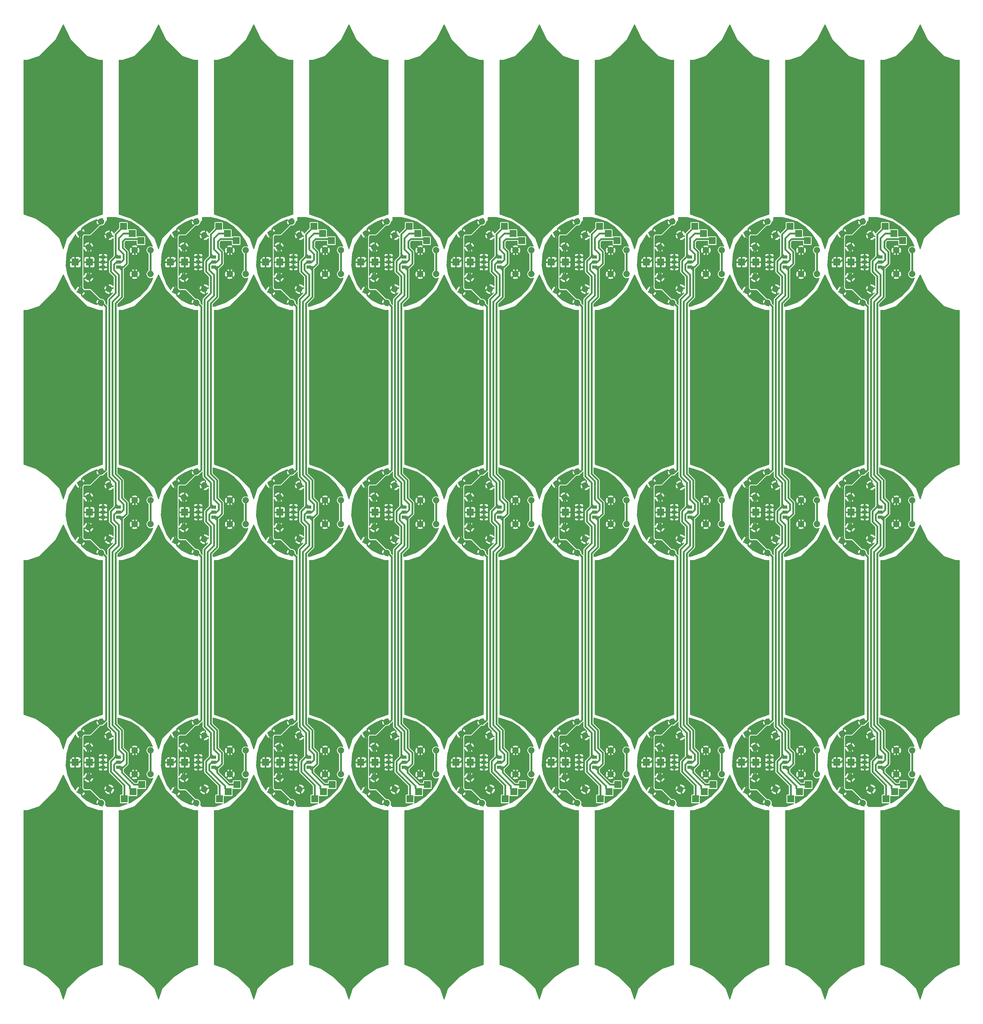
<source format=gbr>
G04 #@! TF.FileFunction,Copper,L1,Top,Signal*
%FSLAX46Y46*%
G04 Gerber Fmt 4.6, Leading zero omitted, Abs format (unit mm)*
G04 Created by KiCad (PCBNEW 4.0.2-stable) date 16/05/2016 12:28:27*
%MOMM*%
G01*
G04 APERTURE LIST*
%ADD10C,0.100000*%
%ADD11R,1.600000X1.000000*%
%ADD12R,2.235200X2.235200*%
%ADD13C,2.032000*%
%ADD14C,0.609600*%
%ADD15C,0.254000*%
G04 APERTURE END LIST*
D10*
D11*
X273010000Y-21920000D03*
X273010000Y-20320000D03*
X273010000Y-18720000D03*
X268010000Y-21920000D03*
X268010000Y-20320000D03*
X268010000Y-18720000D03*
X273010000Y-101930000D03*
X273010000Y-100330000D03*
X273010000Y-98730000D03*
X268010000Y-101930000D03*
X268010000Y-100330000D03*
X268010000Y-98730000D03*
X273010000Y-181940000D03*
X273010000Y-180340000D03*
X273010000Y-178740000D03*
X268010000Y-181940000D03*
X268010000Y-180340000D03*
X268010000Y-178740000D03*
D12*
X274574000Y-8890000D03*
X274828000Y-192024000D03*
X277622000Y-189738000D03*
X277368000Y-11176000D03*
X280416000Y-187452000D03*
X280162000Y-13462000D03*
X259080000Y-20320000D03*
X263652000Y-20320000D03*
X263652000Y-100330000D03*
X263652000Y-180340000D03*
X259080000Y-180340000D03*
D13*
X263400443Y-15534705D03*
X260860443Y-11135295D03*
X269999557Y-11724705D03*
X267459557Y-7325295D03*
X278130000Y-16510000D03*
X283210000Y-16510000D03*
X278130000Y-24130000D03*
X283210000Y-24130000D03*
X269999557Y-28915295D03*
X267459557Y-33314705D03*
X263400443Y-25105295D03*
X260860443Y-29504705D03*
X278130000Y-96520000D03*
X283210000Y-96520000D03*
X278130000Y-104140000D03*
X283210000Y-104140000D03*
X269999557Y-108925295D03*
X267459557Y-113324705D03*
X263400443Y-105115295D03*
X260860443Y-109514705D03*
X263400443Y-95544705D03*
X260860443Y-91145295D03*
X269999557Y-91734705D03*
X267459557Y-87335295D03*
X263400443Y-175554705D03*
X260860443Y-171155295D03*
X269999557Y-171744705D03*
X267459557Y-167345295D03*
X278130000Y-176530000D03*
X283210000Y-176530000D03*
X278130000Y-184150000D03*
X283210000Y-184150000D03*
X269999557Y-188935295D03*
X267459557Y-193334705D03*
X263400443Y-185125295D03*
X260860443Y-189524705D03*
X148079557Y-188935295D03*
X145539557Y-193334705D03*
X141480443Y-185125295D03*
X138940443Y-189524705D03*
X156210000Y-176530000D03*
X161290000Y-176530000D03*
X156210000Y-184150000D03*
X161290000Y-184150000D03*
X141480443Y-175554705D03*
X138940443Y-171155295D03*
X148079557Y-171744705D03*
X145539557Y-167345295D03*
X141480443Y-95544705D03*
X138940443Y-91145295D03*
X148079557Y-91734705D03*
X145539557Y-87335295D03*
X148079557Y-108925295D03*
X145539557Y-113324705D03*
X141480443Y-105115295D03*
X138940443Y-109514705D03*
X156210000Y-96520000D03*
X161290000Y-96520000D03*
X156210000Y-104140000D03*
X161290000Y-104140000D03*
X148079557Y-28915295D03*
X145539557Y-33314705D03*
X141480443Y-25105295D03*
X138940443Y-29504705D03*
X156210000Y-16510000D03*
X161290000Y-16510000D03*
X156210000Y-24130000D03*
X161290000Y-24130000D03*
X141480443Y-15534705D03*
X138940443Y-11135295D03*
X148079557Y-11724705D03*
X145539557Y-7325295D03*
D12*
X137160000Y-180340000D03*
X141732000Y-180340000D03*
X141732000Y-100330000D03*
X141732000Y-20320000D03*
X137160000Y-20320000D03*
X158242000Y-13462000D03*
X158496000Y-187452000D03*
X155448000Y-11176000D03*
X155702000Y-189738000D03*
X152908000Y-192024000D03*
X152654000Y-8890000D03*
D11*
X151090000Y-181940000D03*
X151090000Y-180340000D03*
X151090000Y-178740000D03*
X146090000Y-181940000D03*
X146090000Y-180340000D03*
X146090000Y-178740000D03*
X151090000Y-101930000D03*
X151090000Y-100330000D03*
X151090000Y-98730000D03*
X146090000Y-101930000D03*
X146090000Y-100330000D03*
X146090000Y-98730000D03*
X151090000Y-21920000D03*
X151090000Y-20320000D03*
X151090000Y-18720000D03*
X146090000Y-21920000D03*
X146090000Y-20320000D03*
X146090000Y-18720000D03*
X181570000Y-21920000D03*
X181570000Y-20320000D03*
X181570000Y-18720000D03*
X176570000Y-21920000D03*
X176570000Y-20320000D03*
X176570000Y-18720000D03*
X181570000Y-101930000D03*
X181570000Y-100330000D03*
X181570000Y-98730000D03*
X176570000Y-101930000D03*
X176570000Y-100330000D03*
X176570000Y-98730000D03*
X181570000Y-181940000D03*
X181570000Y-180340000D03*
X181570000Y-178740000D03*
X176570000Y-181940000D03*
X176570000Y-180340000D03*
X176570000Y-178740000D03*
D12*
X183134000Y-8890000D03*
X183388000Y-192024000D03*
X186182000Y-189738000D03*
X185928000Y-11176000D03*
X188976000Y-187452000D03*
X188722000Y-13462000D03*
X167640000Y-20320000D03*
X172212000Y-20320000D03*
X172212000Y-100330000D03*
X172212000Y-180340000D03*
X167640000Y-180340000D03*
D13*
X171960443Y-15534705D03*
X169420443Y-11135295D03*
X178559557Y-11724705D03*
X176019557Y-7325295D03*
X186690000Y-16510000D03*
X191770000Y-16510000D03*
X186690000Y-24130000D03*
X191770000Y-24130000D03*
X178559557Y-28915295D03*
X176019557Y-33314705D03*
X171960443Y-25105295D03*
X169420443Y-29504705D03*
X186690000Y-96520000D03*
X191770000Y-96520000D03*
X186690000Y-104140000D03*
X191770000Y-104140000D03*
X178559557Y-108925295D03*
X176019557Y-113324705D03*
X171960443Y-105115295D03*
X169420443Y-109514705D03*
X171960443Y-95544705D03*
X169420443Y-91145295D03*
X178559557Y-91734705D03*
X176019557Y-87335295D03*
X171960443Y-175554705D03*
X169420443Y-171155295D03*
X178559557Y-171744705D03*
X176019557Y-167345295D03*
X186690000Y-176530000D03*
X191770000Y-176530000D03*
X186690000Y-184150000D03*
X191770000Y-184150000D03*
X178559557Y-188935295D03*
X176019557Y-193334705D03*
X171960443Y-185125295D03*
X169420443Y-189524705D03*
X239519557Y-188935295D03*
X236979557Y-193334705D03*
X232920443Y-185125295D03*
X230380443Y-189524705D03*
X247650000Y-176530000D03*
X252730000Y-176530000D03*
X247650000Y-184150000D03*
X252730000Y-184150000D03*
X232920443Y-175554705D03*
X230380443Y-171155295D03*
X239519557Y-171744705D03*
X236979557Y-167345295D03*
X232920443Y-95544705D03*
X230380443Y-91145295D03*
X239519557Y-91734705D03*
X236979557Y-87335295D03*
X239519557Y-108925295D03*
X236979557Y-113324705D03*
X232920443Y-105115295D03*
X230380443Y-109514705D03*
X247650000Y-96520000D03*
X252730000Y-96520000D03*
X247650000Y-104140000D03*
X252730000Y-104140000D03*
X239519557Y-28915295D03*
X236979557Y-33314705D03*
X232920443Y-25105295D03*
X230380443Y-29504705D03*
X247650000Y-16510000D03*
X252730000Y-16510000D03*
X247650000Y-24130000D03*
X252730000Y-24130000D03*
X232920443Y-15534705D03*
X230380443Y-11135295D03*
X239519557Y-11724705D03*
X236979557Y-7325295D03*
D12*
X228600000Y-180340000D03*
X233172000Y-180340000D03*
X233172000Y-100330000D03*
X233172000Y-20320000D03*
X228600000Y-20320000D03*
X249682000Y-13462000D03*
X249936000Y-187452000D03*
X246888000Y-11176000D03*
X247142000Y-189738000D03*
X244348000Y-192024000D03*
X244094000Y-8890000D03*
D11*
X242530000Y-181940000D03*
X242530000Y-180340000D03*
X242530000Y-178740000D03*
X237530000Y-181940000D03*
X237530000Y-180340000D03*
X237530000Y-178740000D03*
X242530000Y-101930000D03*
X242530000Y-100330000D03*
X242530000Y-98730000D03*
X237530000Y-101930000D03*
X237530000Y-100330000D03*
X237530000Y-98730000D03*
X242530000Y-21920000D03*
X242530000Y-20320000D03*
X242530000Y-18720000D03*
X237530000Y-21920000D03*
X237530000Y-20320000D03*
X237530000Y-18720000D03*
X212050000Y-21920000D03*
X212050000Y-20320000D03*
X212050000Y-18720000D03*
X207050000Y-21920000D03*
X207050000Y-20320000D03*
X207050000Y-18720000D03*
X212050000Y-101930000D03*
X212050000Y-100330000D03*
X212050000Y-98730000D03*
X207050000Y-101930000D03*
X207050000Y-100330000D03*
X207050000Y-98730000D03*
X212050000Y-181940000D03*
X212050000Y-180340000D03*
X212050000Y-178740000D03*
X207050000Y-181940000D03*
X207050000Y-180340000D03*
X207050000Y-178740000D03*
D12*
X213614000Y-8890000D03*
X213868000Y-192024000D03*
X216662000Y-189738000D03*
X216408000Y-11176000D03*
X219456000Y-187452000D03*
X219202000Y-13462000D03*
X198120000Y-20320000D03*
X202692000Y-20320000D03*
X202692000Y-100330000D03*
X202692000Y-180340000D03*
X198120000Y-180340000D03*
D13*
X202440443Y-15534705D03*
X199900443Y-11135295D03*
X209039557Y-11724705D03*
X206499557Y-7325295D03*
X217170000Y-16510000D03*
X222250000Y-16510000D03*
X217170000Y-24130000D03*
X222250000Y-24130000D03*
X209039557Y-28915295D03*
X206499557Y-33314705D03*
X202440443Y-25105295D03*
X199900443Y-29504705D03*
X217170000Y-96520000D03*
X222250000Y-96520000D03*
X217170000Y-104140000D03*
X222250000Y-104140000D03*
X209039557Y-108925295D03*
X206499557Y-113324705D03*
X202440443Y-105115295D03*
X199900443Y-109514705D03*
X202440443Y-95544705D03*
X199900443Y-91145295D03*
X209039557Y-91734705D03*
X206499557Y-87335295D03*
X202440443Y-175554705D03*
X199900443Y-171155295D03*
X209039557Y-171744705D03*
X206499557Y-167345295D03*
X217170000Y-176530000D03*
X222250000Y-176530000D03*
X217170000Y-184150000D03*
X222250000Y-184150000D03*
X209039557Y-188935295D03*
X206499557Y-193334705D03*
X202440443Y-185125295D03*
X199900443Y-189524705D03*
X87119557Y-188935295D03*
X84579557Y-193334705D03*
X80520443Y-185125295D03*
X77980443Y-189524705D03*
X95250000Y-176530000D03*
X100330000Y-176530000D03*
X95250000Y-184150000D03*
X100330000Y-184150000D03*
X80520443Y-175554705D03*
X77980443Y-171155295D03*
X87119557Y-171744705D03*
X84579557Y-167345295D03*
X80520443Y-95544705D03*
X77980443Y-91145295D03*
X87119557Y-91734705D03*
X84579557Y-87335295D03*
X87119557Y-108925295D03*
X84579557Y-113324705D03*
X80520443Y-105115295D03*
X77980443Y-109514705D03*
X95250000Y-96520000D03*
X100330000Y-96520000D03*
X95250000Y-104140000D03*
X100330000Y-104140000D03*
X87119557Y-28915295D03*
X84579557Y-33314705D03*
X80520443Y-25105295D03*
X77980443Y-29504705D03*
X95250000Y-16510000D03*
X100330000Y-16510000D03*
X95250000Y-24130000D03*
X100330000Y-24130000D03*
X80520443Y-15534705D03*
X77980443Y-11135295D03*
X87119557Y-11724705D03*
X84579557Y-7325295D03*
D12*
X76200000Y-180340000D03*
X80772000Y-180340000D03*
X80772000Y-100330000D03*
X80772000Y-20320000D03*
X76200000Y-20320000D03*
X97282000Y-13462000D03*
X97536000Y-187452000D03*
X94488000Y-11176000D03*
X94742000Y-189738000D03*
X91948000Y-192024000D03*
X91694000Y-8890000D03*
D11*
X90130000Y-181940000D03*
X90130000Y-180340000D03*
X90130000Y-178740000D03*
X85130000Y-181940000D03*
X85130000Y-180340000D03*
X85130000Y-178740000D03*
X90130000Y-101930000D03*
X90130000Y-100330000D03*
X90130000Y-98730000D03*
X85130000Y-101930000D03*
X85130000Y-100330000D03*
X85130000Y-98730000D03*
X90130000Y-21920000D03*
X90130000Y-20320000D03*
X90130000Y-18720000D03*
X85130000Y-21920000D03*
X85130000Y-20320000D03*
X85130000Y-18720000D03*
X120610000Y-21920000D03*
X120610000Y-20320000D03*
X120610000Y-18720000D03*
X115610000Y-21920000D03*
X115610000Y-20320000D03*
X115610000Y-18720000D03*
X120610000Y-101930000D03*
X120610000Y-100330000D03*
X120610000Y-98730000D03*
X115610000Y-101930000D03*
X115610000Y-100330000D03*
X115610000Y-98730000D03*
X120610000Y-181940000D03*
X120610000Y-180340000D03*
X120610000Y-178740000D03*
X115610000Y-181940000D03*
X115610000Y-180340000D03*
X115610000Y-178740000D03*
D12*
X122174000Y-8890000D03*
X122428000Y-192024000D03*
X125222000Y-189738000D03*
X124968000Y-11176000D03*
X128016000Y-187452000D03*
X127762000Y-13462000D03*
X106680000Y-20320000D03*
X111252000Y-20320000D03*
X111252000Y-100330000D03*
X111252000Y-180340000D03*
X106680000Y-180340000D03*
D13*
X111000443Y-15534705D03*
X108460443Y-11135295D03*
X117599557Y-11724705D03*
X115059557Y-7325295D03*
X125730000Y-16510000D03*
X130810000Y-16510000D03*
X125730000Y-24130000D03*
X130810000Y-24130000D03*
X117599557Y-28915295D03*
X115059557Y-33314705D03*
X111000443Y-25105295D03*
X108460443Y-29504705D03*
X125730000Y-96520000D03*
X130810000Y-96520000D03*
X125730000Y-104140000D03*
X130810000Y-104140000D03*
X117599557Y-108925295D03*
X115059557Y-113324705D03*
X111000443Y-105115295D03*
X108460443Y-109514705D03*
X111000443Y-95544705D03*
X108460443Y-91145295D03*
X117599557Y-91734705D03*
X115059557Y-87335295D03*
X111000443Y-175554705D03*
X108460443Y-171155295D03*
X117599557Y-171744705D03*
X115059557Y-167345295D03*
X125730000Y-176530000D03*
X130810000Y-176530000D03*
X125730000Y-184150000D03*
X130810000Y-184150000D03*
X117599557Y-188935295D03*
X115059557Y-193334705D03*
X111000443Y-185125295D03*
X108460443Y-189524705D03*
X56639557Y-188935295D03*
X54099557Y-193334705D03*
X50040443Y-185125295D03*
X47500443Y-189524705D03*
X64770000Y-176530000D03*
X69850000Y-176530000D03*
X64770000Y-184150000D03*
X69850000Y-184150000D03*
X50040443Y-175554705D03*
X47500443Y-171155295D03*
X56639557Y-171744705D03*
X54099557Y-167345295D03*
X50040443Y-95544705D03*
X47500443Y-91145295D03*
X56639557Y-91734705D03*
X54099557Y-87335295D03*
X56639557Y-108925295D03*
X54099557Y-113324705D03*
X50040443Y-105115295D03*
X47500443Y-109514705D03*
X64770000Y-96520000D03*
X69850000Y-96520000D03*
X64770000Y-104140000D03*
X69850000Y-104140000D03*
X56639557Y-28915295D03*
X54099557Y-33314705D03*
X50040443Y-25105295D03*
X47500443Y-29504705D03*
X64770000Y-16510000D03*
X69850000Y-16510000D03*
X64770000Y-24130000D03*
X69850000Y-24130000D03*
X50040443Y-15534705D03*
X47500443Y-11135295D03*
X56639557Y-11724705D03*
X54099557Y-7325295D03*
D12*
X45720000Y-180340000D03*
X50292000Y-180340000D03*
X50292000Y-100330000D03*
X50292000Y-20320000D03*
X45720000Y-20320000D03*
X66802000Y-13462000D03*
X67056000Y-187452000D03*
X64008000Y-11176000D03*
X64262000Y-189738000D03*
X61468000Y-192024000D03*
X61214000Y-8890000D03*
D11*
X59650000Y-181940000D03*
X59650000Y-180340000D03*
X59650000Y-178740000D03*
X54650000Y-181940000D03*
X54650000Y-180340000D03*
X54650000Y-178740000D03*
X59650000Y-101930000D03*
X59650000Y-100330000D03*
X59650000Y-98730000D03*
X54650000Y-101930000D03*
X54650000Y-100330000D03*
X54650000Y-98730000D03*
X59650000Y-21920000D03*
X59650000Y-20320000D03*
X59650000Y-18720000D03*
X54650000Y-21920000D03*
X54650000Y-20320000D03*
X54650000Y-18720000D03*
X29170000Y-21920000D03*
X29170000Y-20320000D03*
X29170000Y-18720000D03*
X24170000Y-21920000D03*
X24170000Y-20320000D03*
X24170000Y-18720000D03*
X29170000Y-101930000D03*
X29170000Y-100330000D03*
X29170000Y-98730000D03*
X24170000Y-101930000D03*
X24170000Y-100330000D03*
X24170000Y-98730000D03*
X29170000Y-181940000D03*
X29170000Y-180340000D03*
X29170000Y-178740000D03*
X24170000Y-181940000D03*
X24170000Y-180340000D03*
X24170000Y-178740000D03*
D12*
X30734000Y-8890000D03*
X30988000Y-192024000D03*
X33782000Y-189738000D03*
X33528000Y-11176000D03*
X36576000Y-187452000D03*
X36322000Y-13462000D03*
X15240000Y-20320000D03*
X19812000Y-20320000D03*
X19812000Y-100330000D03*
X19812000Y-180340000D03*
X15240000Y-180340000D03*
D13*
X19560443Y-15534705D03*
X17020443Y-11135295D03*
X26159557Y-11724705D03*
X23619557Y-7325295D03*
X34290000Y-16510000D03*
X39370000Y-16510000D03*
X34290000Y-24130000D03*
X39370000Y-24130000D03*
X26159557Y-28915295D03*
X23619557Y-33314705D03*
X19560443Y-25105295D03*
X17020443Y-29504705D03*
X34290000Y-96520000D03*
X39370000Y-96520000D03*
X34290000Y-104140000D03*
X39370000Y-104140000D03*
X26159557Y-108925295D03*
X23619557Y-113324705D03*
X19560443Y-105115295D03*
X17020443Y-109514705D03*
X19560443Y-95544705D03*
X17020443Y-91145295D03*
X26159557Y-91734705D03*
X23619557Y-87335295D03*
X19560443Y-175554705D03*
X17020443Y-171155295D03*
X26159557Y-171744705D03*
X23619557Y-167345295D03*
X34290000Y-176530000D03*
X39370000Y-176530000D03*
X34290000Y-184150000D03*
X39370000Y-184150000D03*
X26159557Y-188935295D03*
X23619557Y-193334705D03*
X19560443Y-185125295D03*
X17020443Y-189524705D03*
D14*
X275590000Y-17272000D02*
X275590000Y-17018000D01*
X274066000Y-21920000D02*
X274498000Y-21920000D01*
X274498000Y-21920000D02*
X275590000Y-20828000D01*
X275590000Y-20828000D02*
X275590000Y-17272000D01*
X275082000Y-12954000D02*
X279654000Y-12954000D01*
X274320000Y-13716000D02*
X275082000Y-12954000D01*
X274320000Y-15748000D02*
X274320000Y-13716000D01*
X275590000Y-17018000D02*
X274320000Y-15748000D01*
X279654000Y-12954000D02*
X280162000Y-13462000D01*
X274066000Y-182880000D02*
X274066000Y-183642000D01*
X277876000Y-187452000D02*
X280416000Y-187452000D01*
X274066000Y-183642000D02*
X277876000Y-187452000D01*
X272034000Y-166116000D02*
X272034000Y-115570000D01*
X274066000Y-111506000D02*
X272034000Y-113538000D01*
X272034000Y-113538000D02*
X272034000Y-115570000D01*
X274066000Y-102870000D02*
X274066000Y-111506000D01*
X274066000Y-170078398D02*
X272034000Y-168046398D01*
X272034000Y-168046398D02*
X272034000Y-166116000D01*
X275590000Y-177292000D02*
X274066000Y-175768000D01*
X275590000Y-180848000D02*
X275590000Y-177292000D01*
X274498000Y-181940000D02*
X275590000Y-180848000D01*
X274498000Y-181940000D02*
X274066000Y-181940000D01*
X274066000Y-175768000D02*
X274066000Y-170078398D01*
X272034000Y-35560000D02*
X272034000Y-86106000D01*
X274066000Y-22860000D02*
X274066000Y-31496000D01*
X272034000Y-33528000D02*
X272034000Y-35560000D01*
X274066000Y-31496000D02*
X272034000Y-33528000D01*
X274066000Y-90068398D02*
X272034000Y-88036398D01*
X272034000Y-88036398D02*
X272034000Y-86106000D01*
X275590000Y-97282000D02*
X274066000Y-95758000D01*
X275590000Y-100838000D02*
X275590000Y-97282000D01*
X274498000Y-101930000D02*
X275590000Y-100838000D01*
X274498000Y-101930000D02*
X274066000Y-101930000D01*
X274066000Y-95758000D02*
X274066000Y-90068398D01*
X274066000Y-182880000D02*
X274066000Y-181940000D01*
X274066000Y-181940000D02*
X274066000Y-181864000D01*
X274066000Y-181864000D02*
X274066000Y-181940000D01*
X273010000Y-181940000D02*
X274066000Y-181940000D01*
X273010000Y-181940000D02*
X273010000Y-181824000D01*
X273010000Y-181824000D02*
X274066000Y-182880000D01*
X274066000Y-102870000D02*
X274066000Y-101930000D01*
X274066000Y-101930000D02*
X274066000Y-101854000D01*
X274066000Y-101854000D02*
X274066000Y-101930000D01*
X273010000Y-101930000D02*
X274066000Y-101930000D01*
X273010000Y-101930000D02*
X273010000Y-101814000D01*
X273010000Y-101814000D02*
X274066000Y-102870000D01*
X273010000Y-21804000D02*
X274066000Y-22860000D01*
X273010000Y-21920000D02*
X273010000Y-21804000D01*
X273010000Y-21920000D02*
X274066000Y-21920000D01*
X274066000Y-21844000D02*
X274066000Y-21920000D01*
X274066000Y-21920000D02*
X274066000Y-21844000D01*
X274066000Y-22860000D02*
X274066000Y-21920000D01*
X152146000Y-22860000D02*
X152146000Y-21920000D01*
X152146000Y-21920000D02*
X152146000Y-21844000D01*
X152146000Y-21844000D02*
X152146000Y-21920000D01*
X151090000Y-21920000D02*
X152146000Y-21920000D01*
X151090000Y-21920000D02*
X151090000Y-21804000D01*
X151090000Y-21804000D02*
X152146000Y-22860000D01*
X151090000Y-101814000D02*
X152146000Y-102870000D01*
X151090000Y-101930000D02*
X151090000Y-101814000D01*
X151090000Y-101930000D02*
X152146000Y-101930000D01*
X152146000Y-101854000D02*
X152146000Y-101930000D01*
X152146000Y-101930000D02*
X152146000Y-101854000D01*
X152146000Y-102870000D02*
X152146000Y-101930000D01*
X151090000Y-181824000D02*
X152146000Y-182880000D01*
X151090000Y-181940000D02*
X151090000Y-181824000D01*
X151090000Y-181940000D02*
X152146000Y-181940000D01*
X152146000Y-181864000D02*
X152146000Y-181940000D01*
X152146000Y-181940000D02*
X152146000Y-181864000D01*
X152146000Y-182880000D02*
X152146000Y-181940000D01*
X152146000Y-95758000D02*
X152146000Y-90068398D01*
X152578000Y-101930000D02*
X152146000Y-101930000D01*
X152578000Y-101930000D02*
X153670000Y-100838000D01*
X153670000Y-100838000D02*
X153670000Y-97282000D01*
X153670000Y-97282000D02*
X152146000Y-95758000D01*
X150114000Y-88036398D02*
X150114000Y-86106000D01*
X152146000Y-90068398D02*
X150114000Y-88036398D01*
X152146000Y-31496000D02*
X150114000Y-33528000D01*
X150114000Y-33528000D02*
X150114000Y-35560000D01*
X152146000Y-22860000D02*
X152146000Y-31496000D01*
X150114000Y-35560000D02*
X150114000Y-86106000D01*
X152146000Y-175768000D02*
X152146000Y-170078398D01*
X152578000Y-181940000D02*
X152146000Y-181940000D01*
X152578000Y-181940000D02*
X153670000Y-180848000D01*
X153670000Y-180848000D02*
X153670000Y-177292000D01*
X153670000Y-177292000D02*
X152146000Y-175768000D01*
X150114000Y-168046398D02*
X150114000Y-166116000D01*
X152146000Y-170078398D02*
X150114000Y-168046398D01*
X152146000Y-102870000D02*
X152146000Y-111506000D01*
X150114000Y-113538000D02*
X150114000Y-115570000D01*
X152146000Y-111506000D02*
X150114000Y-113538000D01*
X150114000Y-166116000D02*
X150114000Y-115570000D01*
X152146000Y-183642000D02*
X155956000Y-187452000D01*
X155956000Y-187452000D02*
X158496000Y-187452000D01*
X152146000Y-182880000D02*
X152146000Y-183642000D01*
X157734000Y-12954000D02*
X158242000Y-13462000D01*
X153670000Y-17018000D02*
X152400000Y-15748000D01*
X152400000Y-15748000D02*
X152400000Y-13716000D01*
X152400000Y-13716000D02*
X153162000Y-12954000D01*
X153162000Y-12954000D02*
X157734000Y-12954000D01*
X153670000Y-20828000D02*
X153670000Y-17272000D01*
X152578000Y-21920000D02*
X153670000Y-20828000D01*
X152146000Y-21920000D02*
X152578000Y-21920000D01*
X153670000Y-17272000D02*
X153670000Y-17018000D01*
X184150000Y-17272000D02*
X184150000Y-17018000D01*
X182626000Y-21920000D02*
X183058000Y-21920000D01*
X183058000Y-21920000D02*
X184150000Y-20828000D01*
X184150000Y-20828000D02*
X184150000Y-17272000D01*
X183642000Y-12954000D02*
X188214000Y-12954000D01*
X182880000Y-13716000D02*
X183642000Y-12954000D01*
X182880000Y-15748000D02*
X182880000Y-13716000D01*
X184150000Y-17018000D02*
X182880000Y-15748000D01*
X188214000Y-12954000D02*
X188722000Y-13462000D01*
X182626000Y-182880000D02*
X182626000Y-183642000D01*
X186436000Y-187452000D02*
X188976000Y-187452000D01*
X182626000Y-183642000D02*
X186436000Y-187452000D01*
X180594000Y-166116000D02*
X180594000Y-115570000D01*
X182626000Y-111506000D02*
X180594000Y-113538000D01*
X180594000Y-113538000D02*
X180594000Y-115570000D01*
X182626000Y-102870000D02*
X182626000Y-111506000D01*
X182626000Y-170078398D02*
X180594000Y-168046398D01*
X180594000Y-168046398D02*
X180594000Y-166116000D01*
X184150000Y-177292000D02*
X182626000Y-175768000D01*
X184150000Y-180848000D02*
X184150000Y-177292000D01*
X183058000Y-181940000D02*
X184150000Y-180848000D01*
X183058000Y-181940000D02*
X182626000Y-181940000D01*
X182626000Y-175768000D02*
X182626000Y-170078398D01*
X180594000Y-35560000D02*
X180594000Y-86106000D01*
X182626000Y-22860000D02*
X182626000Y-31496000D01*
X180594000Y-33528000D02*
X180594000Y-35560000D01*
X182626000Y-31496000D02*
X180594000Y-33528000D01*
X182626000Y-90068398D02*
X180594000Y-88036398D01*
X180594000Y-88036398D02*
X180594000Y-86106000D01*
X184150000Y-97282000D02*
X182626000Y-95758000D01*
X184150000Y-100838000D02*
X184150000Y-97282000D01*
X183058000Y-101930000D02*
X184150000Y-100838000D01*
X183058000Y-101930000D02*
X182626000Y-101930000D01*
X182626000Y-95758000D02*
X182626000Y-90068398D01*
X182626000Y-182880000D02*
X182626000Y-181940000D01*
X182626000Y-181940000D02*
X182626000Y-181864000D01*
X182626000Y-181864000D02*
X182626000Y-181940000D01*
X181570000Y-181940000D02*
X182626000Y-181940000D01*
X181570000Y-181940000D02*
X181570000Y-181824000D01*
X181570000Y-181824000D02*
X182626000Y-182880000D01*
X182626000Y-102870000D02*
X182626000Y-101930000D01*
X182626000Y-101930000D02*
X182626000Y-101854000D01*
X182626000Y-101854000D02*
X182626000Y-101930000D01*
X181570000Y-101930000D02*
X182626000Y-101930000D01*
X181570000Y-101930000D02*
X181570000Y-101814000D01*
X181570000Y-101814000D02*
X182626000Y-102870000D01*
X181570000Y-21804000D02*
X182626000Y-22860000D01*
X181570000Y-21920000D02*
X181570000Y-21804000D01*
X181570000Y-21920000D02*
X182626000Y-21920000D01*
X182626000Y-21844000D02*
X182626000Y-21920000D01*
X182626000Y-21920000D02*
X182626000Y-21844000D01*
X182626000Y-22860000D02*
X182626000Y-21920000D01*
X243586000Y-22860000D02*
X243586000Y-21920000D01*
X243586000Y-21920000D02*
X243586000Y-21844000D01*
X243586000Y-21844000D02*
X243586000Y-21920000D01*
X242530000Y-21920000D02*
X243586000Y-21920000D01*
X242530000Y-21920000D02*
X242530000Y-21804000D01*
X242530000Y-21804000D02*
X243586000Y-22860000D01*
X242530000Y-101814000D02*
X243586000Y-102870000D01*
X242530000Y-101930000D02*
X242530000Y-101814000D01*
X242530000Y-101930000D02*
X243586000Y-101930000D01*
X243586000Y-101854000D02*
X243586000Y-101930000D01*
X243586000Y-101930000D02*
X243586000Y-101854000D01*
X243586000Y-102870000D02*
X243586000Y-101930000D01*
X242530000Y-181824000D02*
X243586000Y-182880000D01*
X242530000Y-181940000D02*
X242530000Y-181824000D01*
X242530000Y-181940000D02*
X243586000Y-181940000D01*
X243586000Y-181864000D02*
X243586000Y-181940000D01*
X243586000Y-181940000D02*
X243586000Y-181864000D01*
X243586000Y-182880000D02*
X243586000Y-181940000D01*
X243586000Y-95758000D02*
X243586000Y-90068398D01*
X244018000Y-101930000D02*
X243586000Y-101930000D01*
X244018000Y-101930000D02*
X245110000Y-100838000D01*
X245110000Y-100838000D02*
X245110000Y-97282000D01*
X245110000Y-97282000D02*
X243586000Y-95758000D01*
X241554000Y-88036398D02*
X241554000Y-86106000D01*
X243586000Y-90068398D02*
X241554000Y-88036398D01*
X243586000Y-31496000D02*
X241554000Y-33528000D01*
X241554000Y-33528000D02*
X241554000Y-35560000D01*
X243586000Y-22860000D02*
X243586000Y-31496000D01*
X241554000Y-35560000D02*
X241554000Y-86106000D01*
X243586000Y-175768000D02*
X243586000Y-170078398D01*
X244018000Y-181940000D02*
X243586000Y-181940000D01*
X244018000Y-181940000D02*
X245110000Y-180848000D01*
X245110000Y-180848000D02*
X245110000Y-177292000D01*
X245110000Y-177292000D02*
X243586000Y-175768000D01*
X241554000Y-168046398D02*
X241554000Y-166116000D01*
X243586000Y-170078398D02*
X241554000Y-168046398D01*
X243586000Y-102870000D02*
X243586000Y-111506000D01*
X241554000Y-113538000D02*
X241554000Y-115570000D01*
X243586000Y-111506000D02*
X241554000Y-113538000D01*
X241554000Y-166116000D02*
X241554000Y-115570000D01*
X243586000Y-183642000D02*
X247396000Y-187452000D01*
X247396000Y-187452000D02*
X249936000Y-187452000D01*
X243586000Y-182880000D02*
X243586000Y-183642000D01*
X249174000Y-12954000D02*
X249682000Y-13462000D01*
X245110000Y-17018000D02*
X243840000Y-15748000D01*
X243840000Y-15748000D02*
X243840000Y-13716000D01*
X243840000Y-13716000D02*
X244602000Y-12954000D01*
X244602000Y-12954000D02*
X249174000Y-12954000D01*
X245110000Y-20828000D02*
X245110000Y-17272000D01*
X244018000Y-21920000D02*
X245110000Y-20828000D01*
X243586000Y-21920000D02*
X244018000Y-21920000D01*
X245110000Y-17272000D02*
X245110000Y-17018000D01*
X214630000Y-17272000D02*
X214630000Y-17018000D01*
X213106000Y-21920000D02*
X213538000Y-21920000D01*
X213538000Y-21920000D02*
X214630000Y-20828000D01*
X214630000Y-20828000D02*
X214630000Y-17272000D01*
X214122000Y-12954000D02*
X218694000Y-12954000D01*
X213360000Y-13716000D02*
X214122000Y-12954000D01*
X213360000Y-15748000D02*
X213360000Y-13716000D01*
X214630000Y-17018000D02*
X213360000Y-15748000D01*
X218694000Y-12954000D02*
X219202000Y-13462000D01*
X213106000Y-182880000D02*
X213106000Y-183642000D01*
X216916000Y-187452000D02*
X219456000Y-187452000D01*
X213106000Y-183642000D02*
X216916000Y-187452000D01*
X211074000Y-166116000D02*
X211074000Y-115570000D01*
X213106000Y-111506000D02*
X211074000Y-113538000D01*
X211074000Y-113538000D02*
X211074000Y-115570000D01*
X213106000Y-102870000D02*
X213106000Y-111506000D01*
X213106000Y-170078398D02*
X211074000Y-168046398D01*
X211074000Y-168046398D02*
X211074000Y-166116000D01*
X214630000Y-177292000D02*
X213106000Y-175768000D01*
X214630000Y-180848000D02*
X214630000Y-177292000D01*
X213538000Y-181940000D02*
X214630000Y-180848000D01*
X213538000Y-181940000D02*
X213106000Y-181940000D01*
X213106000Y-175768000D02*
X213106000Y-170078398D01*
X211074000Y-35560000D02*
X211074000Y-86106000D01*
X213106000Y-22860000D02*
X213106000Y-31496000D01*
X211074000Y-33528000D02*
X211074000Y-35560000D01*
X213106000Y-31496000D02*
X211074000Y-33528000D01*
X213106000Y-90068398D02*
X211074000Y-88036398D01*
X211074000Y-88036398D02*
X211074000Y-86106000D01*
X214630000Y-97282000D02*
X213106000Y-95758000D01*
X214630000Y-100838000D02*
X214630000Y-97282000D01*
X213538000Y-101930000D02*
X214630000Y-100838000D01*
X213538000Y-101930000D02*
X213106000Y-101930000D01*
X213106000Y-95758000D02*
X213106000Y-90068398D01*
X213106000Y-182880000D02*
X213106000Y-181940000D01*
X213106000Y-181940000D02*
X213106000Y-181864000D01*
X213106000Y-181864000D02*
X213106000Y-181940000D01*
X212050000Y-181940000D02*
X213106000Y-181940000D01*
X212050000Y-181940000D02*
X212050000Y-181824000D01*
X212050000Y-181824000D02*
X213106000Y-182880000D01*
X213106000Y-102870000D02*
X213106000Y-101930000D01*
X213106000Y-101930000D02*
X213106000Y-101854000D01*
X213106000Y-101854000D02*
X213106000Y-101930000D01*
X212050000Y-101930000D02*
X213106000Y-101930000D01*
X212050000Y-101930000D02*
X212050000Y-101814000D01*
X212050000Y-101814000D02*
X213106000Y-102870000D01*
X212050000Y-21804000D02*
X213106000Y-22860000D01*
X212050000Y-21920000D02*
X212050000Y-21804000D01*
X212050000Y-21920000D02*
X213106000Y-21920000D01*
X213106000Y-21844000D02*
X213106000Y-21920000D01*
X213106000Y-21920000D02*
X213106000Y-21844000D01*
X213106000Y-22860000D02*
X213106000Y-21920000D01*
X91186000Y-22860000D02*
X91186000Y-21920000D01*
X91186000Y-21920000D02*
X91186000Y-21844000D01*
X91186000Y-21844000D02*
X91186000Y-21920000D01*
X90130000Y-21920000D02*
X91186000Y-21920000D01*
X90130000Y-21920000D02*
X90130000Y-21804000D01*
X90130000Y-21804000D02*
X91186000Y-22860000D01*
X90130000Y-101814000D02*
X91186000Y-102870000D01*
X90130000Y-101930000D02*
X90130000Y-101814000D01*
X90130000Y-101930000D02*
X91186000Y-101930000D01*
X91186000Y-101854000D02*
X91186000Y-101930000D01*
X91186000Y-101930000D02*
X91186000Y-101854000D01*
X91186000Y-102870000D02*
X91186000Y-101930000D01*
X90130000Y-181824000D02*
X91186000Y-182880000D01*
X90130000Y-181940000D02*
X90130000Y-181824000D01*
X90130000Y-181940000D02*
X91186000Y-181940000D01*
X91186000Y-181864000D02*
X91186000Y-181940000D01*
X91186000Y-181940000D02*
X91186000Y-181864000D01*
X91186000Y-182880000D02*
X91186000Y-181940000D01*
X91186000Y-95758000D02*
X91186000Y-90068398D01*
X91618000Y-101930000D02*
X91186000Y-101930000D01*
X91618000Y-101930000D02*
X92710000Y-100838000D01*
X92710000Y-100838000D02*
X92710000Y-97282000D01*
X92710000Y-97282000D02*
X91186000Y-95758000D01*
X89154000Y-88036398D02*
X89154000Y-86106000D01*
X91186000Y-90068398D02*
X89154000Y-88036398D01*
X91186000Y-31496000D02*
X89154000Y-33528000D01*
X89154000Y-33528000D02*
X89154000Y-35560000D01*
X91186000Y-22860000D02*
X91186000Y-31496000D01*
X89154000Y-35560000D02*
X89154000Y-86106000D01*
X91186000Y-175768000D02*
X91186000Y-170078398D01*
X91618000Y-181940000D02*
X91186000Y-181940000D01*
X91618000Y-181940000D02*
X92710000Y-180848000D01*
X92710000Y-180848000D02*
X92710000Y-177292000D01*
X92710000Y-177292000D02*
X91186000Y-175768000D01*
X89154000Y-168046398D02*
X89154000Y-166116000D01*
X91186000Y-170078398D02*
X89154000Y-168046398D01*
X91186000Y-102870000D02*
X91186000Y-111506000D01*
X89154000Y-113538000D02*
X89154000Y-115570000D01*
X91186000Y-111506000D02*
X89154000Y-113538000D01*
X89154000Y-166116000D02*
X89154000Y-115570000D01*
X91186000Y-183642000D02*
X94996000Y-187452000D01*
X94996000Y-187452000D02*
X97536000Y-187452000D01*
X91186000Y-182880000D02*
X91186000Y-183642000D01*
X96774000Y-12954000D02*
X97282000Y-13462000D01*
X92710000Y-17018000D02*
X91440000Y-15748000D01*
X91440000Y-15748000D02*
X91440000Y-13716000D01*
X91440000Y-13716000D02*
X92202000Y-12954000D01*
X92202000Y-12954000D02*
X96774000Y-12954000D01*
X92710000Y-20828000D02*
X92710000Y-17272000D01*
X91618000Y-21920000D02*
X92710000Y-20828000D01*
X91186000Y-21920000D02*
X91618000Y-21920000D01*
X92710000Y-17272000D02*
X92710000Y-17018000D01*
X123190000Y-17272000D02*
X123190000Y-17018000D01*
X121666000Y-21920000D02*
X122098000Y-21920000D01*
X122098000Y-21920000D02*
X123190000Y-20828000D01*
X123190000Y-20828000D02*
X123190000Y-17272000D01*
X122682000Y-12954000D02*
X127254000Y-12954000D01*
X121920000Y-13716000D02*
X122682000Y-12954000D01*
X121920000Y-15748000D02*
X121920000Y-13716000D01*
X123190000Y-17018000D02*
X121920000Y-15748000D01*
X127254000Y-12954000D02*
X127762000Y-13462000D01*
X121666000Y-182880000D02*
X121666000Y-183642000D01*
X125476000Y-187452000D02*
X128016000Y-187452000D01*
X121666000Y-183642000D02*
X125476000Y-187452000D01*
X119634000Y-166116000D02*
X119634000Y-115570000D01*
X121666000Y-111506000D02*
X119634000Y-113538000D01*
X119634000Y-113538000D02*
X119634000Y-115570000D01*
X121666000Y-102870000D02*
X121666000Y-111506000D01*
X121666000Y-170078398D02*
X119634000Y-168046398D01*
X119634000Y-168046398D02*
X119634000Y-166116000D01*
X123190000Y-177292000D02*
X121666000Y-175768000D01*
X123190000Y-180848000D02*
X123190000Y-177292000D01*
X122098000Y-181940000D02*
X123190000Y-180848000D01*
X122098000Y-181940000D02*
X121666000Y-181940000D01*
X121666000Y-175768000D02*
X121666000Y-170078398D01*
X119634000Y-35560000D02*
X119634000Y-86106000D01*
X121666000Y-22860000D02*
X121666000Y-31496000D01*
X119634000Y-33528000D02*
X119634000Y-35560000D01*
X121666000Y-31496000D02*
X119634000Y-33528000D01*
X121666000Y-90068398D02*
X119634000Y-88036398D01*
X119634000Y-88036398D02*
X119634000Y-86106000D01*
X123190000Y-97282000D02*
X121666000Y-95758000D01*
X123190000Y-100838000D02*
X123190000Y-97282000D01*
X122098000Y-101930000D02*
X123190000Y-100838000D01*
X122098000Y-101930000D02*
X121666000Y-101930000D01*
X121666000Y-95758000D02*
X121666000Y-90068398D01*
X121666000Y-182880000D02*
X121666000Y-181940000D01*
X121666000Y-181940000D02*
X121666000Y-181864000D01*
X121666000Y-181864000D02*
X121666000Y-181940000D01*
X120610000Y-181940000D02*
X121666000Y-181940000D01*
X120610000Y-181940000D02*
X120610000Y-181824000D01*
X120610000Y-181824000D02*
X121666000Y-182880000D01*
X121666000Y-102870000D02*
X121666000Y-101930000D01*
X121666000Y-101930000D02*
X121666000Y-101854000D01*
X121666000Y-101854000D02*
X121666000Y-101930000D01*
X120610000Y-101930000D02*
X121666000Y-101930000D01*
X120610000Y-101930000D02*
X120610000Y-101814000D01*
X120610000Y-101814000D02*
X121666000Y-102870000D01*
X120610000Y-21804000D02*
X121666000Y-22860000D01*
X120610000Y-21920000D02*
X120610000Y-21804000D01*
X120610000Y-21920000D02*
X121666000Y-21920000D01*
X121666000Y-21844000D02*
X121666000Y-21920000D01*
X121666000Y-21920000D02*
X121666000Y-21844000D01*
X121666000Y-22860000D02*
X121666000Y-21920000D01*
X60706000Y-22860000D02*
X60706000Y-21920000D01*
X60706000Y-21920000D02*
X60706000Y-21844000D01*
X60706000Y-21844000D02*
X60706000Y-21920000D01*
X59650000Y-21920000D02*
X60706000Y-21920000D01*
X59650000Y-21920000D02*
X59650000Y-21804000D01*
X59650000Y-21804000D02*
X60706000Y-22860000D01*
X59650000Y-101814000D02*
X60706000Y-102870000D01*
X59650000Y-101930000D02*
X59650000Y-101814000D01*
X59650000Y-101930000D02*
X60706000Y-101930000D01*
X60706000Y-101854000D02*
X60706000Y-101930000D01*
X60706000Y-101930000D02*
X60706000Y-101854000D01*
X60706000Y-102870000D02*
X60706000Y-101930000D01*
X59650000Y-181824000D02*
X60706000Y-182880000D01*
X59650000Y-181940000D02*
X59650000Y-181824000D01*
X59650000Y-181940000D02*
X60706000Y-181940000D01*
X60706000Y-181864000D02*
X60706000Y-181940000D01*
X60706000Y-181940000D02*
X60706000Y-181864000D01*
X60706000Y-182880000D02*
X60706000Y-181940000D01*
X60706000Y-95758000D02*
X60706000Y-90068398D01*
X61138000Y-101930000D02*
X60706000Y-101930000D01*
X61138000Y-101930000D02*
X62230000Y-100838000D01*
X62230000Y-100838000D02*
X62230000Y-97282000D01*
X62230000Y-97282000D02*
X60706000Y-95758000D01*
X58674000Y-88036398D02*
X58674000Y-86106000D01*
X60706000Y-90068398D02*
X58674000Y-88036398D01*
X60706000Y-31496000D02*
X58674000Y-33528000D01*
X58674000Y-33528000D02*
X58674000Y-35560000D01*
X60706000Y-22860000D02*
X60706000Y-31496000D01*
X58674000Y-35560000D02*
X58674000Y-86106000D01*
X60706000Y-175768000D02*
X60706000Y-170078398D01*
X61138000Y-181940000D02*
X60706000Y-181940000D01*
X61138000Y-181940000D02*
X62230000Y-180848000D01*
X62230000Y-180848000D02*
X62230000Y-177292000D01*
X62230000Y-177292000D02*
X60706000Y-175768000D01*
X58674000Y-168046398D02*
X58674000Y-166116000D01*
X60706000Y-170078398D02*
X58674000Y-168046398D01*
X60706000Y-102870000D02*
X60706000Y-111506000D01*
X58674000Y-113538000D02*
X58674000Y-115570000D01*
X60706000Y-111506000D02*
X58674000Y-113538000D01*
X58674000Y-166116000D02*
X58674000Y-115570000D01*
X60706000Y-183642000D02*
X64516000Y-187452000D01*
X64516000Y-187452000D02*
X67056000Y-187452000D01*
X60706000Y-182880000D02*
X60706000Y-183642000D01*
X66294000Y-12954000D02*
X66802000Y-13462000D01*
X62230000Y-17018000D02*
X60960000Y-15748000D01*
X60960000Y-15748000D02*
X60960000Y-13716000D01*
X60960000Y-13716000D02*
X61722000Y-12954000D01*
X61722000Y-12954000D02*
X66294000Y-12954000D01*
X62230000Y-20828000D02*
X62230000Y-17272000D01*
X61138000Y-21920000D02*
X62230000Y-20828000D01*
X60706000Y-21920000D02*
X61138000Y-21920000D01*
X62230000Y-17272000D02*
X62230000Y-17018000D01*
X31750000Y-17272000D02*
X31750000Y-17018000D01*
X30226000Y-21920000D02*
X30658000Y-21920000D01*
X30658000Y-21920000D02*
X31750000Y-20828000D01*
X31750000Y-20828000D02*
X31750000Y-17272000D01*
X31242000Y-12954000D02*
X35814000Y-12954000D01*
X30480000Y-13716000D02*
X31242000Y-12954000D01*
X30480000Y-15748000D02*
X30480000Y-13716000D01*
X31750000Y-17018000D02*
X30480000Y-15748000D01*
X35814000Y-12954000D02*
X36322000Y-13462000D01*
X30226000Y-182880000D02*
X30226000Y-183642000D01*
X34036000Y-187452000D02*
X36576000Y-187452000D01*
X30226000Y-183642000D02*
X34036000Y-187452000D01*
X28194000Y-166116000D02*
X28194000Y-115570000D01*
X30226000Y-111506000D02*
X28194000Y-113538000D01*
X28194000Y-113538000D02*
X28194000Y-115570000D01*
X30226000Y-102870000D02*
X30226000Y-111506000D01*
X30226000Y-170078398D02*
X28194000Y-168046398D01*
X28194000Y-168046398D02*
X28194000Y-166116000D01*
X31750000Y-177292000D02*
X30226000Y-175768000D01*
X31750000Y-180848000D02*
X31750000Y-177292000D01*
X30658000Y-181940000D02*
X31750000Y-180848000D01*
X30658000Y-181940000D02*
X30226000Y-181940000D01*
X30226000Y-175768000D02*
X30226000Y-170078398D01*
X28194000Y-35560000D02*
X28194000Y-86106000D01*
X30226000Y-22860000D02*
X30226000Y-31496000D01*
X28194000Y-33528000D02*
X28194000Y-35560000D01*
X30226000Y-31496000D02*
X28194000Y-33528000D01*
X30226000Y-90068398D02*
X28194000Y-88036398D01*
X28194000Y-88036398D02*
X28194000Y-86106000D01*
X31750000Y-97282000D02*
X30226000Y-95758000D01*
X31750000Y-100838000D02*
X31750000Y-97282000D01*
X30658000Y-101930000D02*
X31750000Y-100838000D01*
X30658000Y-101930000D02*
X30226000Y-101930000D01*
X30226000Y-95758000D02*
X30226000Y-90068398D01*
X30226000Y-182880000D02*
X30226000Y-181940000D01*
X30226000Y-181940000D02*
X30226000Y-181864000D01*
X30226000Y-181864000D02*
X30226000Y-181940000D01*
X29170000Y-181940000D02*
X30226000Y-181940000D01*
X29170000Y-181940000D02*
X29170000Y-181824000D01*
X29170000Y-181824000D02*
X30226000Y-182880000D01*
X30226000Y-102870000D02*
X30226000Y-101930000D01*
X30226000Y-101930000D02*
X30226000Y-101854000D01*
X30226000Y-101854000D02*
X30226000Y-101930000D01*
X29170000Y-101930000D02*
X30226000Y-101930000D01*
X29170000Y-101930000D02*
X29170000Y-101814000D01*
X29170000Y-101814000D02*
X30226000Y-102870000D01*
X29170000Y-21804000D02*
X30226000Y-22860000D01*
X29170000Y-21920000D02*
X29170000Y-21804000D01*
X29170000Y-21920000D02*
X30226000Y-21920000D01*
X30226000Y-21844000D02*
X30226000Y-21920000D01*
X30226000Y-21920000D02*
X30226000Y-21844000D01*
X30226000Y-22860000D02*
X30226000Y-21920000D01*
X273050000Y-16256000D02*
X273050000Y-12700000D01*
X273010000Y-20320000D02*
X273812000Y-20320000D01*
X274574000Y-17780000D02*
X273050000Y-16256000D01*
X274574000Y-19558000D02*
X274574000Y-17780000D01*
X273812000Y-20320000D02*
X274574000Y-19558000D01*
X274574000Y-11176000D02*
X277368000Y-11176000D01*
X273050000Y-12700000D02*
X274574000Y-11176000D01*
X273050000Y-184404000D02*
X276606000Y-187960000D01*
X271526000Y-182880000D02*
X273050000Y-184404000D01*
X272288000Y-180340000D02*
X271526000Y-181102000D01*
X271526000Y-181102000D02*
X271526000Y-182880000D01*
X276606000Y-187960000D02*
X276606000Y-188722000D01*
X276606000Y-188722000D02*
X277622000Y-189738000D01*
X271018000Y-115570000D02*
X271018000Y-166116000D01*
X273050000Y-110998000D02*
X271018000Y-113030000D01*
X271018000Y-113030000D02*
X271018000Y-115570000D01*
X272288000Y-100330000D02*
X271526000Y-101092000D01*
X271526000Y-102870000D02*
X273050000Y-104394000D01*
X271526000Y-101092000D02*
X271526000Y-102870000D01*
X273050000Y-104394000D02*
X273050000Y-110998000D01*
X273050000Y-170434000D02*
X271018000Y-168402000D01*
X271018000Y-168402000D02*
X271018000Y-166116000D01*
X273812000Y-180340000D02*
X274574000Y-179578000D01*
X274574000Y-179578000D02*
X274574000Y-177800000D01*
X274574000Y-177800000D02*
X273050000Y-176276000D01*
X273812000Y-180340000D02*
X273010000Y-180340000D01*
X273050000Y-176276000D02*
X273050000Y-170434000D01*
X271018000Y-86106000D02*
X271018000Y-35560000D01*
X273050000Y-24384000D02*
X273050000Y-30988000D01*
X271526000Y-21082000D02*
X271526000Y-22860000D01*
X271526000Y-22860000D02*
X273050000Y-24384000D01*
X272288000Y-20320000D02*
X271526000Y-21082000D01*
X271018000Y-33020000D02*
X271018000Y-35560000D01*
X273050000Y-30988000D02*
X271018000Y-33020000D01*
X273050000Y-90424000D02*
X271018000Y-88392000D01*
X271018000Y-88392000D02*
X271018000Y-86106000D01*
X273812000Y-100330000D02*
X274574000Y-99568000D01*
X274574000Y-99568000D02*
X274574000Y-97790000D01*
X274574000Y-97790000D02*
X273050000Y-96266000D01*
X273812000Y-100330000D02*
X273010000Y-100330000D01*
X273050000Y-96266000D02*
X273050000Y-90424000D01*
X273010000Y-180340000D02*
X272288000Y-180340000D01*
X273010000Y-100330000D02*
X272288000Y-100330000D01*
X273010000Y-20320000D02*
X272288000Y-20320000D01*
X151090000Y-20320000D02*
X150368000Y-20320000D01*
X151090000Y-100330000D02*
X150368000Y-100330000D01*
X151090000Y-180340000D02*
X150368000Y-180340000D01*
X151130000Y-96266000D02*
X151130000Y-90424000D01*
X151892000Y-100330000D02*
X151090000Y-100330000D01*
X152654000Y-97790000D02*
X151130000Y-96266000D01*
X152654000Y-99568000D02*
X152654000Y-97790000D01*
X151892000Y-100330000D02*
X152654000Y-99568000D01*
X149098000Y-88392000D02*
X149098000Y-86106000D01*
X151130000Y-90424000D02*
X149098000Y-88392000D01*
X151130000Y-30988000D02*
X149098000Y-33020000D01*
X149098000Y-33020000D02*
X149098000Y-35560000D01*
X150368000Y-20320000D02*
X149606000Y-21082000D01*
X149606000Y-22860000D02*
X151130000Y-24384000D01*
X149606000Y-21082000D02*
X149606000Y-22860000D01*
X151130000Y-24384000D02*
X151130000Y-30988000D01*
X149098000Y-86106000D02*
X149098000Y-35560000D01*
X151130000Y-176276000D02*
X151130000Y-170434000D01*
X151892000Y-180340000D02*
X151090000Y-180340000D01*
X152654000Y-177800000D02*
X151130000Y-176276000D01*
X152654000Y-179578000D02*
X152654000Y-177800000D01*
X151892000Y-180340000D02*
X152654000Y-179578000D01*
X149098000Y-168402000D02*
X149098000Y-166116000D01*
X151130000Y-170434000D02*
X149098000Y-168402000D01*
X151130000Y-104394000D02*
X151130000Y-110998000D01*
X149606000Y-101092000D02*
X149606000Y-102870000D01*
X149606000Y-102870000D02*
X151130000Y-104394000D01*
X150368000Y-100330000D02*
X149606000Y-101092000D01*
X149098000Y-113030000D02*
X149098000Y-115570000D01*
X151130000Y-110998000D02*
X149098000Y-113030000D01*
X149098000Y-115570000D02*
X149098000Y-166116000D01*
X154686000Y-188722000D02*
X155702000Y-189738000D01*
X154686000Y-187960000D02*
X154686000Y-188722000D01*
X149606000Y-181102000D02*
X149606000Y-182880000D01*
X150368000Y-180340000D02*
X149606000Y-181102000D01*
X149606000Y-182880000D02*
X151130000Y-184404000D01*
X151130000Y-184404000D02*
X154686000Y-187960000D01*
X151130000Y-12700000D02*
X152654000Y-11176000D01*
X152654000Y-11176000D02*
X155448000Y-11176000D01*
X151892000Y-20320000D02*
X152654000Y-19558000D01*
X152654000Y-19558000D02*
X152654000Y-17780000D01*
X152654000Y-17780000D02*
X151130000Y-16256000D01*
X151090000Y-20320000D02*
X151892000Y-20320000D01*
X151130000Y-16256000D02*
X151130000Y-12700000D01*
X181610000Y-16256000D02*
X181610000Y-12700000D01*
X181570000Y-20320000D02*
X182372000Y-20320000D01*
X183134000Y-17780000D02*
X181610000Y-16256000D01*
X183134000Y-19558000D02*
X183134000Y-17780000D01*
X182372000Y-20320000D02*
X183134000Y-19558000D01*
X183134000Y-11176000D02*
X185928000Y-11176000D01*
X181610000Y-12700000D02*
X183134000Y-11176000D01*
X181610000Y-184404000D02*
X185166000Y-187960000D01*
X180086000Y-182880000D02*
X181610000Y-184404000D01*
X180848000Y-180340000D02*
X180086000Y-181102000D01*
X180086000Y-181102000D02*
X180086000Y-182880000D01*
X185166000Y-187960000D02*
X185166000Y-188722000D01*
X185166000Y-188722000D02*
X186182000Y-189738000D01*
X179578000Y-115570000D02*
X179578000Y-166116000D01*
X181610000Y-110998000D02*
X179578000Y-113030000D01*
X179578000Y-113030000D02*
X179578000Y-115570000D01*
X180848000Y-100330000D02*
X180086000Y-101092000D01*
X180086000Y-102870000D02*
X181610000Y-104394000D01*
X180086000Y-101092000D02*
X180086000Y-102870000D01*
X181610000Y-104394000D02*
X181610000Y-110998000D01*
X181610000Y-170434000D02*
X179578000Y-168402000D01*
X179578000Y-168402000D02*
X179578000Y-166116000D01*
X182372000Y-180340000D02*
X183134000Y-179578000D01*
X183134000Y-179578000D02*
X183134000Y-177800000D01*
X183134000Y-177800000D02*
X181610000Y-176276000D01*
X182372000Y-180340000D02*
X181570000Y-180340000D01*
X181610000Y-176276000D02*
X181610000Y-170434000D01*
X179578000Y-86106000D02*
X179578000Y-35560000D01*
X181610000Y-24384000D02*
X181610000Y-30988000D01*
X180086000Y-21082000D02*
X180086000Y-22860000D01*
X180086000Y-22860000D02*
X181610000Y-24384000D01*
X180848000Y-20320000D02*
X180086000Y-21082000D01*
X179578000Y-33020000D02*
X179578000Y-35560000D01*
X181610000Y-30988000D02*
X179578000Y-33020000D01*
X181610000Y-90424000D02*
X179578000Y-88392000D01*
X179578000Y-88392000D02*
X179578000Y-86106000D01*
X182372000Y-100330000D02*
X183134000Y-99568000D01*
X183134000Y-99568000D02*
X183134000Y-97790000D01*
X183134000Y-97790000D02*
X181610000Y-96266000D01*
X182372000Y-100330000D02*
X181570000Y-100330000D01*
X181610000Y-96266000D02*
X181610000Y-90424000D01*
X181570000Y-180340000D02*
X180848000Y-180340000D01*
X181570000Y-100330000D02*
X180848000Y-100330000D01*
X181570000Y-20320000D02*
X180848000Y-20320000D01*
X242530000Y-20320000D02*
X241808000Y-20320000D01*
X242530000Y-100330000D02*
X241808000Y-100330000D01*
X242530000Y-180340000D02*
X241808000Y-180340000D01*
X242570000Y-96266000D02*
X242570000Y-90424000D01*
X243332000Y-100330000D02*
X242530000Y-100330000D01*
X244094000Y-97790000D02*
X242570000Y-96266000D01*
X244094000Y-99568000D02*
X244094000Y-97790000D01*
X243332000Y-100330000D02*
X244094000Y-99568000D01*
X240538000Y-88392000D02*
X240538000Y-86106000D01*
X242570000Y-90424000D02*
X240538000Y-88392000D01*
X242570000Y-30988000D02*
X240538000Y-33020000D01*
X240538000Y-33020000D02*
X240538000Y-35560000D01*
X241808000Y-20320000D02*
X241046000Y-21082000D01*
X241046000Y-22860000D02*
X242570000Y-24384000D01*
X241046000Y-21082000D02*
X241046000Y-22860000D01*
X242570000Y-24384000D02*
X242570000Y-30988000D01*
X240538000Y-86106000D02*
X240538000Y-35560000D01*
X242570000Y-176276000D02*
X242570000Y-170434000D01*
X243332000Y-180340000D02*
X242530000Y-180340000D01*
X244094000Y-177800000D02*
X242570000Y-176276000D01*
X244094000Y-179578000D02*
X244094000Y-177800000D01*
X243332000Y-180340000D02*
X244094000Y-179578000D01*
X240538000Y-168402000D02*
X240538000Y-166116000D01*
X242570000Y-170434000D02*
X240538000Y-168402000D01*
X242570000Y-104394000D02*
X242570000Y-110998000D01*
X241046000Y-101092000D02*
X241046000Y-102870000D01*
X241046000Y-102870000D02*
X242570000Y-104394000D01*
X241808000Y-100330000D02*
X241046000Y-101092000D01*
X240538000Y-113030000D02*
X240538000Y-115570000D01*
X242570000Y-110998000D02*
X240538000Y-113030000D01*
X240538000Y-115570000D02*
X240538000Y-166116000D01*
X246126000Y-188722000D02*
X247142000Y-189738000D01*
X246126000Y-187960000D02*
X246126000Y-188722000D01*
X241046000Y-181102000D02*
X241046000Y-182880000D01*
X241808000Y-180340000D02*
X241046000Y-181102000D01*
X241046000Y-182880000D02*
X242570000Y-184404000D01*
X242570000Y-184404000D02*
X246126000Y-187960000D01*
X242570000Y-12700000D02*
X244094000Y-11176000D01*
X244094000Y-11176000D02*
X246888000Y-11176000D01*
X243332000Y-20320000D02*
X244094000Y-19558000D01*
X244094000Y-19558000D02*
X244094000Y-17780000D01*
X244094000Y-17780000D02*
X242570000Y-16256000D01*
X242530000Y-20320000D02*
X243332000Y-20320000D01*
X242570000Y-16256000D02*
X242570000Y-12700000D01*
X212090000Y-16256000D02*
X212090000Y-12700000D01*
X212050000Y-20320000D02*
X212852000Y-20320000D01*
X213614000Y-17780000D02*
X212090000Y-16256000D01*
X213614000Y-19558000D02*
X213614000Y-17780000D01*
X212852000Y-20320000D02*
X213614000Y-19558000D01*
X213614000Y-11176000D02*
X216408000Y-11176000D01*
X212090000Y-12700000D02*
X213614000Y-11176000D01*
X212090000Y-184404000D02*
X215646000Y-187960000D01*
X210566000Y-182880000D02*
X212090000Y-184404000D01*
X211328000Y-180340000D02*
X210566000Y-181102000D01*
X210566000Y-181102000D02*
X210566000Y-182880000D01*
X215646000Y-187960000D02*
X215646000Y-188722000D01*
X215646000Y-188722000D02*
X216662000Y-189738000D01*
X210058000Y-115570000D02*
X210058000Y-166116000D01*
X212090000Y-110998000D02*
X210058000Y-113030000D01*
X210058000Y-113030000D02*
X210058000Y-115570000D01*
X211328000Y-100330000D02*
X210566000Y-101092000D01*
X210566000Y-102870000D02*
X212090000Y-104394000D01*
X210566000Y-101092000D02*
X210566000Y-102870000D01*
X212090000Y-104394000D02*
X212090000Y-110998000D01*
X212090000Y-170434000D02*
X210058000Y-168402000D01*
X210058000Y-168402000D02*
X210058000Y-166116000D01*
X212852000Y-180340000D02*
X213614000Y-179578000D01*
X213614000Y-179578000D02*
X213614000Y-177800000D01*
X213614000Y-177800000D02*
X212090000Y-176276000D01*
X212852000Y-180340000D02*
X212050000Y-180340000D01*
X212090000Y-176276000D02*
X212090000Y-170434000D01*
X210058000Y-86106000D02*
X210058000Y-35560000D01*
X212090000Y-24384000D02*
X212090000Y-30988000D01*
X210566000Y-21082000D02*
X210566000Y-22860000D01*
X210566000Y-22860000D02*
X212090000Y-24384000D01*
X211328000Y-20320000D02*
X210566000Y-21082000D01*
X210058000Y-33020000D02*
X210058000Y-35560000D01*
X212090000Y-30988000D02*
X210058000Y-33020000D01*
X212090000Y-90424000D02*
X210058000Y-88392000D01*
X210058000Y-88392000D02*
X210058000Y-86106000D01*
X212852000Y-100330000D02*
X213614000Y-99568000D01*
X213614000Y-99568000D02*
X213614000Y-97790000D01*
X213614000Y-97790000D02*
X212090000Y-96266000D01*
X212852000Y-100330000D02*
X212050000Y-100330000D01*
X212090000Y-96266000D02*
X212090000Y-90424000D01*
X212050000Y-180340000D02*
X211328000Y-180340000D01*
X212050000Y-100330000D02*
X211328000Y-100330000D01*
X212050000Y-20320000D02*
X211328000Y-20320000D01*
X90130000Y-20320000D02*
X89408000Y-20320000D01*
X90130000Y-100330000D02*
X89408000Y-100330000D01*
X90130000Y-180340000D02*
X89408000Y-180340000D01*
X90170000Y-96266000D02*
X90170000Y-90424000D01*
X90932000Y-100330000D02*
X90130000Y-100330000D01*
X91694000Y-97790000D02*
X90170000Y-96266000D01*
X91694000Y-99568000D02*
X91694000Y-97790000D01*
X90932000Y-100330000D02*
X91694000Y-99568000D01*
X88138000Y-88392000D02*
X88138000Y-86106000D01*
X90170000Y-90424000D02*
X88138000Y-88392000D01*
X90170000Y-30988000D02*
X88138000Y-33020000D01*
X88138000Y-33020000D02*
X88138000Y-35560000D01*
X89408000Y-20320000D02*
X88646000Y-21082000D01*
X88646000Y-22860000D02*
X90170000Y-24384000D01*
X88646000Y-21082000D02*
X88646000Y-22860000D01*
X90170000Y-24384000D02*
X90170000Y-30988000D01*
X88138000Y-86106000D02*
X88138000Y-35560000D01*
X90170000Y-176276000D02*
X90170000Y-170434000D01*
X90932000Y-180340000D02*
X90130000Y-180340000D01*
X91694000Y-177800000D02*
X90170000Y-176276000D01*
X91694000Y-179578000D02*
X91694000Y-177800000D01*
X90932000Y-180340000D02*
X91694000Y-179578000D01*
X88138000Y-168402000D02*
X88138000Y-166116000D01*
X90170000Y-170434000D02*
X88138000Y-168402000D01*
X90170000Y-104394000D02*
X90170000Y-110998000D01*
X88646000Y-101092000D02*
X88646000Y-102870000D01*
X88646000Y-102870000D02*
X90170000Y-104394000D01*
X89408000Y-100330000D02*
X88646000Y-101092000D01*
X88138000Y-113030000D02*
X88138000Y-115570000D01*
X90170000Y-110998000D02*
X88138000Y-113030000D01*
X88138000Y-115570000D02*
X88138000Y-166116000D01*
X93726000Y-188722000D02*
X94742000Y-189738000D01*
X93726000Y-187960000D02*
X93726000Y-188722000D01*
X88646000Y-181102000D02*
X88646000Y-182880000D01*
X89408000Y-180340000D02*
X88646000Y-181102000D01*
X88646000Y-182880000D02*
X90170000Y-184404000D01*
X90170000Y-184404000D02*
X93726000Y-187960000D01*
X90170000Y-12700000D02*
X91694000Y-11176000D01*
X91694000Y-11176000D02*
X94488000Y-11176000D01*
X90932000Y-20320000D02*
X91694000Y-19558000D01*
X91694000Y-19558000D02*
X91694000Y-17780000D01*
X91694000Y-17780000D02*
X90170000Y-16256000D01*
X90130000Y-20320000D02*
X90932000Y-20320000D01*
X90170000Y-16256000D02*
X90170000Y-12700000D01*
X120650000Y-16256000D02*
X120650000Y-12700000D01*
X120610000Y-20320000D02*
X121412000Y-20320000D01*
X122174000Y-17780000D02*
X120650000Y-16256000D01*
X122174000Y-19558000D02*
X122174000Y-17780000D01*
X121412000Y-20320000D02*
X122174000Y-19558000D01*
X122174000Y-11176000D02*
X124968000Y-11176000D01*
X120650000Y-12700000D02*
X122174000Y-11176000D01*
X120650000Y-184404000D02*
X124206000Y-187960000D01*
X119126000Y-182880000D02*
X120650000Y-184404000D01*
X119888000Y-180340000D02*
X119126000Y-181102000D01*
X119126000Y-181102000D02*
X119126000Y-182880000D01*
X124206000Y-187960000D02*
X124206000Y-188722000D01*
X124206000Y-188722000D02*
X125222000Y-189738000D01*
X118618000Y-115570000D02*
X118618000Y-166116000D01*
X120650000Y-110998000D02*
X118618000Y-113030000D01*
X118618000Y-113030000D02*
X118618000Y-115570000D01*
X119888000Y-100330000D02*
X119126000Y-101092000D01*
X119126000Y-102870000D02*
X120650000Y-104394000D01*
X119126000Y-101092000D02*
X119126000Y-102870000D01*
X120650000Y-104394000D02*
X120650000Y-110998000D01*
X120650000Y-170434000D02*
X118618000Y-168402000D01*
X118618000Y-168402000D02*
X118618000Y-166116000D01*
X121412000Y-180340000D02*
X122174000Y-179578000D01*
X122174000Y-179578000D02*
X122174000Y-177800000D01*
X122174000Y-177800000D02*
X120650000Y-176276000D01*
X121412000Y-180340000D02*
X120610000Y-180340000D01*
X120650000Y-176276000D02*
X120650000Y-170434000D01*
X118618000Y-86106000D02*
X118618000Y-35560000D01*
X120650000Y-24384000D02*
X120650000Y-30988000D01*
X119126000Y-21082000D02*
X119126000Y-22860000D01*
X119126000Y-22860000D02*
X120650000Y-24384000D01*
X119888000Y-20320000D02*
X119126000Y-21082000D01*
X118618000Y-33020000D02*
X118618000Y-35560000D01*
X120650000Y-30988000D02*
X118618000Y-33020000D01*
X120650000Y-90424000D02*
X118618000Y-88392000D01*
X118618000Y-88392000D02*
X118618000Y-86106000D01*
X121412000Y-100330000D02*
X122174000Y-99568000D01*
X122174000Y-99568000D02*
X122174000Y-97790000D01*
X122174000Y-97790000D02*
X120650000Y-96266000D01*
X121412000Y-100330000D02*
X120610000Y-100330000D01*
X120650000Y-96266000D02*
X120650000Y-90424000D01*
X120610000Y-180340000D02*
X119888000Y-180340000D01*
X120610000Y-100330000D02*
X119888000Y-100330000D01*
X120610000Y-20320000D02*
X119888000Y-20320000D01*
X59650000Y-20320000D02*
X58928000Y-20320000D01*
X59650000Y-100330000D02*
X58928000Y-100330000D01*
X59650000Y-180340000D02*
X58928000Y-180340000D01*
X59690000Y-96266000D02*
X59690000Y-90424000D01*
X60452000Y-100330000D02*
X59650000Y-100330000D01*
X61214000Y-97790000D02*
X59690000Y-96266000D01*
X61214000Y-99568000D02*
X61214000Y-97790000D01*
X60452000Y-100330000D02*
X61214000Y-99568000D01*
X57658000Y-88392000D02*
X57658000Y-86106000D01*
X59690000Y-90424000D02*
X57658000Y-88392000D01*
X59690000Y-30988000D02*
X57658000Y-33020000D01*
X57658000Y-33020000D02*
X57658000Y-35560000D01*
X58928000Y-20320000D02*
X58166000Y-21082000D01*
X58166000Y-22860000D02*
X59690000Y-24384000D01*
X58166000Y-21082000D02*
X58166000Y-22860000D01*
X59690000Y-24384000D02*
X59690000Y-30988000D01*
X57658000Y-86106000D02*
X57658000Y-35560000D01*
X59690000Y-176276000D02*
X59690000Y-170434000D01*
X60452000Y-180340000D02*
X59650000Y-180340000D01*
X61214000Y-177800000D02*
X59690000Y-176276000D01*
X61214000Y-179578000D02*
X61214000Y-177800000D01*
X60452000Y-180340000D02*
X61214000Y-179578000D01*
X57658000Y-168402000D02*
X57658000Y-166116000D01*
X59690000Y-170434000D02*
X57658000Y-168402000D01*
X59690000Y-104394000D02*
X59690000Y-110998000D01*
X58166000Y-101092000D02*
X58166000Y-102870000D01*
X58166000Y-102870000D02*
X59690000Y-104394000D01*
X58928000Y-100330000D02*
X58166000Y-101092000D01*
X57658000Y-113030000D02*
X57658000Y-115570000D01*
X59690000Y-110998000D02*
X57658000Y-113030000D01*
X57658000Y-115570000D02*
X57658000Y-166116000D01*
X63246000Y-188722000D02*
X64262000Y-189738000D01*
X63246000Y-187960000D02*
X63246000Y-188722000D01*
X58166000Y-181102000D02*
X58166000Y-182880000D01*
X58928000Y-180340000D02*
X58166000Y-181102000D01*
X58166000Y-182880000D02*
X59690000Y-184404000D01*
X59690000Y-184404000D02*
X63246000Y-187960000D01*
X59690000Y-12700000D02*
X61214000Y-11176000D01*
X61214000Y-11176000D02*
X64008000Y-11176000D01*
X60452000Y-20320000D02*
X61214000Y-19558000D01*
X61214000Y-19558000D02*
X61214000Y-17780000D01*
X61214000Y-17780000D02*
X59690000Y-16256000D01*
X59650000Y-20320000D02*
X60452000Y-20320000D01*
X59690000Y-16256000D02*
X59690000Y-12700000D01*
X29210000Y-16256000D02*
X29210000Y-12700000D01*
X29170000Y-20320000D02*
X29972000Y-20320000D01*
X30734000Y-17780000D02*
X29210000Y-16256000D01*
X30734000Y-19558000D02*
X30734000Y-17780000D01*
X29972000Y-20320000D02*
X30734000Y-19558000D01*
X30734000Y-11176000D02*
X33528000Y-11176000D01*
X29210000Y-12700000D02*
X30734000Y-11176000D01*
X29210000Y-184404000D02*
X32766000Y-187960000D01*
X27686000Y-182880000D02*
X29210000Y-184404000D01*
X28448000Y-180340000D02*
X27686000Y-181102000D01*
X27686000Y-181102000D02*
X27686000Y-182880000D01*
X32766000Y-187960000D02*
X32766000Y-188722000D01*
X32766000Y-188722000D02*
X33782000Y-189738000D01*
X27178000Y-115570000D02*
X27178000Y-166116000D01*
X29210000Y-110998000D02*
X27178000Y-113030000D01*
X27178000Y-113030000D02*
X27178000Y-115570000D01*
X28448000Y-100330000D02*
X27686000Y-101092000D01*
X27686000Y-102870000D02*
X29210000Y-104394000D01*
X27686000Y-101092000D02*
X27686000Y-102870000D01*
X29210000Y-104394000D02*
X29210000Y-110998000D01*
X29210000Y-170434000D02*
X27178000Y-168402000D01*
X27178000Y-168402000D02*
X27178000Y-166116000D01*
X29972000Y-180340000D02*
X30734000Y-179578000D01*
X30734000Y-179578000D02*
X30734000Y-177800000D01*
X30734000Y-177800000D02*
X29210000Y-176276000D01*
X29972000Y-180340000D02*
X29170000Y-180340000D01*
X29210000Y-176276000D02*
X29210000Y-170434000D01*
X27178000Y-86106000D02*
X27178000Y-35560000D01*
X29210000Y-24384000D02*
X29210000Y-30988000D01*
X27686000Y-21082000D02*
X27686000Y-22860000D01*
X27686000Y-22860000D02*
X29210000Y-24384000D01*
X28448000Y-20320000D02*
X27686000Y-21082000D01*
X27178000Y-33020000D02*
X27178000Y-35560000D01*
X29210000Y-30988000D02*
X27178000Y-33020000D01*
X29210000Y-90424000D02*
X27178000Y-88392000D01*
X27178000Y-88392000D02*
X27178000Y-86106000D01*
X29972000Y-100330000D02*
X30734000Y-99568000D01*
X30734000Y-99568000D02*
X30734000Y-97790000D01*
X30734000Y-97790000D02*
X29210000Y-96266000D01*
X29972000Y-100330000D02*
X29170000Y-100330000D01*
X29210000Y-96266000D02*
X29210000Y-90424000D01*
X29170000Y-180340000D02*
X28448000Y-180340000D01*
X29170000Y-100330000D02*
X28448000Y-100330000D01*
X29170000Y-20320000D02*
X28448000Y-20320000D01*
X272034000Y-17780000D02*
X272034000Y-11430000D01*
X272034000Y-11430000D02*
X274574000Y-8890000D01*
X272034000Y-184912000D02*
X274828000Y-187706000D01*
X270510000Y-183388000D02*
X272034000Y-184912000D01*
X270510000Y-180086000D02*
X270510000Y-183388000D01*
X271856000Y-178740000D02*
X270510000Y-180086000D01*
X274828000Y-187706000D02*
X274828000Y-192024000D01*
X270002000Y-166116000D02*
X270002000Y-115570000D01*
X272034000Y-110236000D02*
X270002000Y-112268000D01*
X270002000Y-112268000D02*
X270002000Y-115570000D01*
X271856000Y-98730000D02*
X270510000Y-100076000D01*
X270510000Y-100076000D02*
X270510000Y-103378000D01*
X270510000Y-103378000D02*
X272034000Y-104902000D01*
X272034000Y-104902000D02*
X272034000Y-110236000D01*
X272034000Y-170942000D02*
X270002000Y-168910000D01*
X270002000Y-168910000D02*
X270002000Y-166116000D01*
X272034000Y-170942000D02*
X272034000Y-177800000D01*
X270002000Y-35560000D02*
X270002000Y-86106000D01*
X272034000Y-24892000D02*
X272034000Y-30226000D01*
X270510000Y-23368000D02*
X272034000Y-24892000D01*
X270510000Y-20066000D02*
X270510000Y-23368000D01*
X271856000Y-18720000D02*
X270510000Y-20066000D01*
X270002000Y-32258000D02*
X270002000Y-35560000D01*
X272034000Y-30226000D02*
X270002000Y-32258000D01*
X272034000Y-90932000D02*
X270002000Y-88900000D01*
X270002000Y-88900000D02*
X270002000Y-86106000D01*
X272034000Y-90932000D02*
X272034000Y-97790000D01*
X272034000Y-177800000D02*
X272034000Y-178740000D01*
X272034000Y-178740000D02*
X271856000Y-178740000D01*
X273010000Y-178740000D02*
X271856000Y-178740000D01*
X273010000Y-178740000D02*
X273010000Y-178776000D01*
X273010000Y-178776000D02*
X272034000Y-177800000D01*
X272034000Y-97790000D02*
X272034000Y-98730000D01*
X272034000Y-98730000D02*
X271856000Y-98730000D01*
X273010000Y-98730000D02*
X271856000Y-98730000D01*
X273010000Y-98730000D02*
X273010000Y-98766000D01*
X273010000Y-98766000D02*
X272034000Y-97790000D01*
X273010000Y-18756000D02*
X272034000Y-17780000D01*
X273010000Y-18720000D02*
X273010000Y-18756000D01*
X273010000Y-18720000D02*
X271856000Y-18720000D01*
X272034000Y-18720000D02*
X271856000Y-18720000D01*
X272034000Y-17780000D02*
X272034000Y-18720000D01*
X150114000Y-17780000D02*
X150114000Y-18720000D01*
X150114000Y-18720000D02*
X149936000Y-18720000D01*
X151090000Y-18720000D02*
X149936000Y-18720000D01*
X151090000Y-18720000D02*
X151090000Y-18756000D01*
X151090000Y-18756000D02*
X150114000Y-17780000D01*
X151090000Y-98766000D02*
X150114000Y-97790000D01*
X151090000Y-98730000D02*
X151090000Y-98766000D01*
X151090000Y-98730000D02*
X149936000Y-98730000D01*
X150114000Y-98730000D02*
X149936000Y-98730000D01*
X150114000Y-97790000D02*
X150114000Y-98730000D01*
X151090000Y-178776000D02*
X150114000Y-177800000D01*
X151090000Y-178740000D02*
X151090000Y-178776000D01*
X151090000Y-178740000D02*
X149936000Y-178740000D01*
X150114000Y-178740000D02*
X149936000Y-178740000D01*
X150114000Y-177800000D02*
X150114000Y-178740000D01*
X150114000Y-90932000D02*
X150114000Y-97790000D01*
X148082000Y-88900000D02*
X148082000Y-86106000D01*
X150114000Y-90932000D02*
X148082000Y-88900000D01*
X150114000Y-30226000D02*
X148082000Y-32258000D01*
X148082000Y-32258000D02*
X148082000Y-35560000D01*
X149936000Y-18720000D02*
X148590000Y-20066000D01*
X148590000Y-20066000D02*
X148590000Y-23368000D01*
X148590000Y-23368000D02*
X150114000Y-24892000D01*
X150114000Y-24892000D02*
X150114000Y-30226000D01*
X148082000Y-35560000D02*
X148082000Y-86106000D01*
X150114000Y-170942000D02*
X150114000Y-177800000D01*
X148082000Y-168910000D02*
X148082000Y-166116000D01*
X150114000Y-170942000D02*
X148082000Y-168910000D01*
X150114000Y-104902000D02*
X150114000Y-110236000D01*
X148590000Y-103378000D02*
X150114000Y-104902000D01*
X148590000Y-100076000D02*
X148590000Y-103378000D01*
X149936000Y-98730000D02*
X148590000Y-100076000D01*
X148082000Y-112268000D02*
X148082000Y-115570000D01*
X150114000Y-110236000D02*
X148082000Y-112268000D01*
X148082000Y-166116000D02*
X148082000Y-115570000D01*
X152908000Y-187706000D02*
X152908000Y-192024000D01*
X149936000Y-178740000D02*
X148590000Y-180086000D01*
X148590000Y-180086000D02*
X148590000Y-183388000D01*
X148590000Y-183388000D02*
X150114000Y-184912000D01*
X150114000Y-184912000D02*
X152908000Y-187706000D01*
X150114000Y-11430000D02*
X152654000Y-8890000D01*
X150114000Y-17780000D02*
X150114000Y-11430000D01*
X180594000Y-17780000D02*
X180594000Y-11430000D01*
X180594000Y-11430000D02*
X183134000Y-8890000D01*
X180594000Y-184912000D02*
X183388000Y-187706000D01*
X179070000Y-183388000D02*
X180594000Y-184912000D01*
X179070000Y-180086000D02*
X179070000Y-183388000D01*
X180416000Y-178740000D02*
X179070000Y-180086000D01*
X183388000Y-187706000D02*
X183388000Y-192024000D01*
X178562000Y-166116000D02*
X178562000Y-115570000D01*
X180594000Y-110236000D02*
X178562000Y-112268000D01*
X178562000Y-112268000D02*
X178562000Y-115570000D01*
X180416000Y-98730000D02*
X179070000Y-100076000D01*
X179070000Y-100076000D02*
X179070000Y-103378000D01*
X179070000Y-103378000D02*
X180594000Y-104902000D01*
X180594000Y-104902000D02*
X180594000Y-110236000D01*
X180594000Y-170942000D02*
X178562000Y-168910000D01*
X178562000Y-168910000D02*
X178562000Y-166116000D01*
X180594000Y-170942000D02*
X180594000Y-177800000D01*
X178562000Y-35560000D02*
X178562000Y-86106000D01*
X180594000Y-24892000D02*
X180594000Y-30226000D01*
X179070000Y-23368000D02*
X180594000Y-24892000D01*
X179070000Y-20066000D02*
X179070000Y-23368000D01*
X180416000Y-18720000D02*
X179070000Y-20066000D01*
X178562000Y-32258000D02*
X178562000Y-35560000D01*
X180594000Y-30226000D02*
X178562000Y-32258000D01*
X180594000Y-90932000D02*
X178562000Y-88900000D01*
X178562000Y-88900000D02*
X178562000Y-86106000D01*
X180594000Y-90932000D02*
X180594000Y-97790000D01*
X180594000Y-177800000D02*
X180594000Y-178740000D01*
X180594000Y-178740000D02*
X180416000Y-178740000D01*
X181570000Y-178740000D02*
X180416000Y-178740000D01*
X181570000Y-178740000D02*
X181570000Y-178776000D01*
X181570000Y-178776000D02*
X180594000Y-177800000D01*
X180594000Y-97790000D02*
X180594000Y-98730000D01*
X180594000Y-98730000D02*
X180416000Y-98730000D01*
X181570000Y-98730000D02*
X180416000Y-98730000D01*
X181570000Y-98730000D02*
X181570000Y-98766000D01*
X181570000Y-98766000D02*
X180594000Y-97790000D01*
X181570000Y-18756000D02*
X180594000Y-17780000D01*
X181570000Y-18720000D02*
X181570000Y-18756000D01*
X181570000Y-18720000D02*
X180416000Y-18720000D01*
X180594000Y-18720000D02*
X180416000Y-18720000D01*
X180594000Y-17780000D02*
X180594000Y-18720000D01*
X241554000Y-17780000D02*
X241554000Y-18720000D01*
X241554000Y-18720000D02*
X241376000Y-18720000D01*
X242530000Y-18720000D02*
X241376000Y-18720000D01*
X242530000Y-18720000D02*
X242530000Y-18756000D01*
X242530000Y-18756000D02*
X241554000Y-17780000D01*
X242530000Y-98766000D02*
X241554000Y-97790000D01*
X242530000Y-98730000D02*
X242530000Y-98766000D01*
X242530000Y-98730000D02*
X241376000Y-98730000D01*
X241554000Y-98730000D02*
X241376000Y-98730000D01*
X241554000Y-97790000D02*
X241554000Y-98730000D01*
X242530000Y-178776000D02*
X241554000Y-177800000D01*
X242530000Y-178740000D02*
X242530000Y-178776000D01*
X242530000Y-178740000D02*
X241376000Y-178740000D01*
X241554000Y-178740000D02*
X241376000Y-178740000D01*
X241554000Y-177800000D02*
X241554000Y-178740000D01*
X241554000Y-90932000D02*
X241554000Y-97790000D01*
X239522000Y-88900000D02*
X239522000Y-86106000D01*
X241554000Y-90932000D02*
X239522000Y-88900000D01*
X241554000Y-30226000D02*
X239522000Y-32258000D01*
X239522000Y-32258000D02*
X239522000Y-35560000D01*
X241376000Y-18720000D02*
X240030000Y-20066000D01*
X240030000Y-20066000D02*
X240030000Y-23368000D01*
X240030000Y-23368000D02*
X241554000Y-24892000D01*
X241554000Y-24892000D02*
X241554000Y-30226000D01*
X239522000Y-35560000D02*
X239522000Y-86106000D01*
X241554000Y-170942000D02*
X241554000Y-177800000D01*
X239522000Y-168910000D02*
X239522000Y-166116000D01*
X241554000Y-170942000D02*
X239522000Y-168910000D01*
X241554000Y-104902000D02*
X241554000Y-110236000D01*
X240030000Y-103378000D02*
X241554000Y-104902000D01*
X240030000Y-100076000D02*
X240030000Y-103378000D01*
X241376000Y-98730000D02*
X240030000Y-100076000D01*
X239522000Y-112268000D02*
X239522000Y-115570000D01*
X241554000Y-110236000D02*
X239522000Y-112268000D01*
X239522000Y-166116000D02*
X239522000Y-115570000D01*
X244348000Y-187706000D02*
X244348000Y-192024000D01*
X241376000Y-178740000D02*
X240030000Y-180086000D01*
X240030000Y-180086000D02*
X240030000Y-183388000D01*
X240030000Y-183388000D02*
X241554000Y-184912000D01*
X241554000Y-184912000D02*
X244348000Y-187706000D01*
X241554000Y-11430000D02*
X244094000Y-8890000D01*
X241554000Y-17780000D02*
X241554000Y-11430000D01*
X211074000Y-17780000D02*
X211074000Y-11430000D01*
X211074000Y-11430000D02*
X213614000Y-8890000D01*
X211074000Y-184912000D02*
X213868000Y-187706000D01*
X209550000Y-183388000D02*
X211074000Y-184912000D01*
X209550000Y-180086000D02*
X209550000Y-183388000D01*
X210896000Y-178740000D02*
X209550000Y-180086000D01*
X213868000Y-187706000D02*
X213868000Y-192024000D01*
X209042000Y-166116000D02*
X209042000Y-115570000D01*
X211074000Y-110236000D02*
X209042000Y-112268000D01*
X209042000Y-112268000D02*
X209042000Y-115570000D01*
X210896000Y-98730000D02*
X209550000Y-100076000D01*
X209550000Y-100076000D02*
X209550000Y-103378000D01*
X209550000Y-103378000D02*
X211074000Y-104902000D01*
X211074000Y-104902000D02*
X211074000Y-110236000D01*
X211074000Y-170942000D02*
X209042000Y-168910000D01*
X209042000Y-168910000D02*
X209042000Y-166116000D01*
X211074000Y-170942000D02*
X211074000Y-177800000D01*
X209042000Y-35560000D02*
X209042000Y-86106000D01*
X211074000Y-24892000D02*
X211074000Y-30226000D01*
X209550000Y-23368000D02*
X211074000Y-24892000D01*
X209550000Y-20066000D02*
X209550000Y-23368000D01*
X210896000Y-18720000D02*
X209550000Y-20066000D01*
X209042000Y-32258000D02*
X209042000Y-35560000D01*
X211074000Y-30226000D02*
X209042000Y-32258000D01*
X211074000Y-90932000D02*
X209042000Y-88900000D01*
X209042000Y-88900000D02*
X209042000Y-86106000D01*
X211074000Y-90932000D02*
X211074000Y-97790000D01*
X211074000Y-177800000D02*
X211074000Y-178740000D01*
X211074000Y-178740000D02*
X210896000Y-178740000D01*
X212050000Y-178740000D02*
X210896000Y-178740000D01*
X212050000Y-178740000D02*
X212050000Y-178776000D01*
X212050000Y-178776000D02*
X211074000Y-177800000D01*
X211074000Y-97790000D02*
X211074000Y-98730000D01*
X211074000Y-98730000D02*
X210896000Y-98730000D01*
X212050000Y-98730000D02*
X210896000Y-98730000D01*
X212050000Y-98730000D02*
X212050000Y-98766000D01*
X212050000Y-98766000D02*
X211074000Y-97790000D01*
X212050000Y-18756000D02*
X211074000Y-17780000D01*
X212050000Y-18720000D02*
X212050000Y-18756000D01*
X212050000Y-18720000D02*
X210896000Y-18720000D01*
X211074000Y-18720000D02*
X210896000Y-18720000D01*
X211074000Y-17780000D02*
X211074000Y-18720000D01*
X89154000Y-17780000D02*
X89154000Y-18720000D01*
X89154000Y-18720000D02*
X88976000Y-18720000D01*
X90130000Y-18720000D02*
X88976000Y-18720000D01*
X90130000Y-18720000D02*
X90130000Y-18756000D01*
X90130000Y-18756000D02*
X89154000Y-17780000D01*
X90130000Y-98766000D02*
X89154000Y-97790000D01*
X90130000Y-98730000D02*
X90130000Y-98766000D01*
X90130000Y-98730000D02*
X88976000Y-98730000D01*
X89154000Y-98730000D02*
X88976000Y-98730000D01*
X89154000Y-97790000D02*
X89154000Y-98730000D01*
X90130000Y-178776000D02*
X89154000Y-177800000D01*
X90130000Y-178740000D02*
X90130000Y-178776000D01*
X90130000Y-178740000D02*
X88976000Y-178740000D01*
X89154000Y-178740000D02*
X88976000Y-178740000D01*
X89154000Y-177800000D02*
X89154000Y-178740000D01*
X89154000Y-90932000D02*
X89154000Y-97790000D01*
X87122000Y-88900000D02*
X87122000Y-86106000D01*
X89154000Y-90932000D02*
X87122000Y-88900000D01*
X89154000Y-30226000D02*
X87122000Y-32258000D01*
X87122000Y-32258000D02*
X87122000Y-35560000D01*
X88976000Y-18720000D02*
X87630000Y-20066000D01*
X87630000Y-20066000D02*
X87630000Y-23368000D01*
X87630000Y-23368000D02*
X89154000Y-24892000D01*
X89154000Y-24892000D02*
X89154000Y-30226000D01*
X87122000Y-35560000D02*
X87122000Y-86106000D01*
X89154000Y-170942000D02*
X89154000Y-177800000D01*
X87122000Y-168910000D02*
X87122000Y-166116000D01*
X89154000Y-170942000D02*
X87122000Y-168910000D01*
X89154000Y-104902000D02*
X89154000Y-110236000D01*
X87630000Y-103378000D02*
X89154000Y-104902000D01*
X87630000Y-100076000D02*
X87630000Y-103378000D01*
X88976000Y-98730000D02*
X87630000Y-100076000D01*
X87122000Y-112268000D02*
X87122000Y-115570000D01*
X89154000Y-110236000D02*
X87122000Y-112268000D01*
X87122000Y-166116000D02*
X87122000Y-115570000D01*
X91948000Y-187706000D02*
X91948000Y-192024000D01*
X88976000Y-178740000D02*
X87630000Y-180086000D01*
X87630000Y-180086000D02*
X87630000Y-183388000D01*
X87630000Y-183388000D02*
X89154000Y-184912000D01*
X89154000Y-184912000D02*
X91948000Y-187706000D01*
X89154000Y-11430000D02*
X91694000Y-8890000D01*
X89154000Y-17780000D02*
X89154000Y-11430000D01*
X119634000Y-17780000D02*
X119634000Y-11430000D01*
X119634000Y-11430000D02*
X122174000Y-8890000D01*
X119634000Y-184912000D02*
X122428000Y-187706000D01*
X118110000Y-183388000D02*
X119634000Y-184912000D01*
X118110000Y-180086000D02*
X118110000Y-183388000D01*
X119456000Y-178740000D02*
X118110000Y-180086000D01*
X122428000Y-187706000D02*
X122428000Y-192024000D01*
X117602000Y-166116000D02*
X117602000Y-115570000D01*
X119634000Y-110236000D02*
X117602000Y-112268000D01*
X117602000Y-112268000D02*
X117602000Y-115570000D01*
X119456000Y-98730000D02*
X118110000Y-100076000D01*
X118110000Y-100076000D02*
X118110000Y-103378000D01*
X118110000Y-103378000D02*
X119634000Y-104902000D01*
X119634000Y-104902000D02*
X119634000Y-110236000D01*
X119634000Y-170942000D02*
X117602000Y-168910000D01*
X117602000Y-168910000D02*
X117602000Y-166116000D01*
X119634000Y-170942000D02*
X119634000Y-177800000D01*
X117602000Y-35560000D02*
X117602000Y-86106000D01*
X119634000Y-24892000D02*
X119634000Y-30226000D01*
X118110000Y-23368000D02*
X119634000Y-24892000D01*
X118110000Y-20066000D02*
X118110000Y-23368000D01*
X119456000Y-18720000D02*
X118110000Y-20066000D01*
X117602000Y-32258000D02*
X117602000Y-35560000D01*
X119634000Y-30226000D02*
X117602000Y-32258000D01*
X119634000Y-90932000D02*
X117602000Y-88900000D01*
X117602000Y-88900000D02*
X117602000Y-86106000D01*
X119634000Y-90932000D02*
X119634000Y-97790000D01*
X119634000Y-177800000D02*
X119634000Y-178740000D01*
X119634000Y-178740000D02*
X119456000Y-178740000D01*
X120610000Y-178740000D02*
X119456000Y-178740000D01*
X120610000Y-178740000D02*
X120610000Y-178776000D01*
X120610000Y-178776000D02*
X119634000Y-177800000D01*
X119634000Y-97790000D02*
X119634000Y-98730000D01*
X119634000Y-98730000D02*
X119456000Y-98730000D01*
X120610000Y-98730000D02*
X119456000Y-98730000D01*
X120610000Y-98730000D02*
X120610000Y-98766000D01*
X120610000Y-98766000D02*
X119634000Y-97790000D01*
X120610000Y-18756000D02*
X119634000Y-17780000D01*
X120610000Y-18720000D02*
X120610000Y-18756000D01*
X120610000Y-18720000D02*
X119456000Y-18720000D01*
X119634000Y-18720000D02*
X119456000Y-18720000D01*
X119634000Y-17780000D02*
X119634000Y-18720000D01*
X58674000Y-17780000D02*
X58674000Y-18720000D01*
X58674000Y-18720000D02*
X58496000Y-18720000D01*
X59650000Y-18720000D02*
X58496000Y-18720000D01*
X59650000Y-18720000D02*
X59650000Y-18756000D01*
X59650000Y-18756000D02*
X58674000Y-17780000D01*
X59650000Y-98766000D02*
X58674000Y-97790000D01*
X59650000Y-98730000D02*
X59650000Y-98766000D01*
X59650000Y-98730000D02*
X58496000Y-98730000D01*
X58674000Y-98730000D02*
X58496000Y-98730000D01*
X58674000Y-97790000D02*
X58674000Y-98730000D01*
X59650000Y-178776000D02*
X58674000Y-177800000D01*
X59650000Y-178740000D02*
X59650000Y-178776000D01*
X59650000Y-178740000D02*
X58496000Y-178740000D01*
X58674000Y-178740000D02*
X58496000Y-178740000D01*
X58674000Y-177800000D02*
X58674000Y-178740000D01*
X58674000Y-90932000D02*
X58674000Y-97790000D01*
X56642000Y-88900000D02*
X56642000Y-86106000D01*
X58674000Y-90932000D02*
X56642000Y-88900000D01*
X58674000Y-30226000D02*
X56642000Y-32258000D01*
X56642000Y-32258000D02*
X56642000Y-35560000D01*
X58496000Y-18720000D02*
X57150000Y-20066000D01*
X57150000Y-20066000D02*
X57150000Y-23368000D01*
X57150000Y-23368000D02*
X58674000Y-24892000D01*
X58674000Y-24892000D02*
X58674000Y-30226000D01*
X56642000Y-35560000D02*
X56642000Y-86106000D01*
X58674000Y-170942000D02*
X58674000Y-177800000D01*
X56642000Y-168910000D02*
X56642000Y-166116000D01*
X58674000Y-170942000D02*
X56642000Y-168910000D01*
X58674000Y-104902000D02*
X58674000Y-110236000D01*
X57150000Y-103378000D02*
X58674000Y-104902000D01*
X57150000Y-100076000D02*
X57150000Y-103378000D01*
X58496000Y-98730000D02*
X57150000Y-100076000D01*
X56642000Y-112268000D02*
X56642000Y-115570000D01*
X58674000Y-110236000D02*
X56642000Y-112268000D01*
X56642000Y-166116000D02*
X56642000Y-115570000D01*
X61468000Y-187706000D02*
X61468000Y-192024000D01*
X58496000Y-178740000D02*
X57150000Y-180086000D01*
X57150000Y-180086000D02*
X57150000Y-183388000D01*
X57150000Y-183388000D02*
X58674000Y-184912000D01*
X58674000Y-184912000D02*
X61468000Y-187706000D01*
X58674000Y-11430000D02*
X61214000Y-8890000D01*
X58674000Y-17780000D02*
X58674000Y-11430000D01*
X28194000Y-17780000D02*
X28194000Y-11430000D01*
X28194000Y-11430000D02*
X30734000Y-8890000D01*
X28194000Y-184912000D02*
X30988000Y-187706000D01*
X26670000Y-183388000D02*
X28194000Y-184912000D01*
X26670000Y-180086000D02*
X26670000Y-183388000D01*
X28016000Y-178740000D02*
X26670000Y-180086000D01*
X30988000Y-187706000D02*
X30988000Y-192024000D01*
X26162000Y-166116000D02*
X26162000Y-115570000D01*
X28194000Y-110236000D02*
X26162000Y-112268000D01*
X26162000Y-112268000D02*
X26162000Y-115570000D01*
X28016000Y-98730000D02*
X26670000Y-100076000D01*
X26670000Y-100076000D02*
X26670000Y-103378000D01*
X26670000Y-103378000D02*
X28194000Y-104902000D01*
X28194000Y-104902000D02*
X28194000Y-110236000D01*
X28194000Y-170942000D02*
X26162000Y-168910000D01*
X26162000Y-168910000D02*
X26162000Y-166116000D01*
X28194000Y-170942000D02*
X28194000Y-177800000D01*
X26162000Y-35560000D02*
X26162000Y-86106000D01*
X28194000Y-24892000D02*
X28194000Y-30226000D01*
X26670000Y-23368000D02*
X28194000Y-24892000D01*
X26670000Y-20066000D02*
X26670000Y-23368000D01*
X28016000Y-18720000D02*
X26670000Y-20066000D01*
X26162000Y-32258000D02*
X26162000Y-35560000D01*
X28194000Y-30226000D02*
X26162000Y-32258000D01*
X28194000Y-90932000D02*
X26162000Y-88900000D01*
X26162000Y-88900000D02*
X26162000Y-86106000D01*
X28194000Y-90932000D02*
X28194000Y-97790000D01*
X28194000Y-177800000D02*
X28194000Y-178740000D01*
X28194000Y-178740000D02*
X28016000Y-178740000D01*
X29170000Y-178740000D02*
X28016000Y-178740000D01*
X29170000Y-178740000D02*
X29170000Y-178776000D01*
X29170000Y-178776000D02*
X28194000Y-177800000D01*
X28194000Y-97790000D02*
X28194000Y-98730000D01*
X28194000Y-98730000D02*
X28016000Y-98730000D01*
X29170000Y-98730000D02*
X28016000Y-98730000D01*
X29170000Y-98730000D02*
X29170000Y-98766000D01*
X29170000Y-98766000D02*
X28194000Y-97790000D01*
X29170000Y-18756000D02*
X28194000Y-17780000D01*
X29170000Y-18720000D02*
X29170000Y-18756000D01*
X29170000Y-18720000D02*
X28016000Y-18720000D01*
X28194000Y-18720000D02*
X28016000Y-18720000D01*
X28194000Y-17780000D02*
X28194000Y-18720000D01*
X278130000Y-16510000D02*
X278130000Y-24130000D01*
X278130000Y-24130000D02*
X278130000Y-24892000D01*
X278130000Y-16510000D02*
X277622000Y-16510000D01*
X268010000Y-21920000D02*
X268010000Y-20320000D01*
X268010000Y-20320000D02*
X268010000Y-18720000D01*
X263654443Y-25105295D02*
X263654443Y-15534705D01*
X266839738Y-21920000D02*
X263654443Y-25105295D01*
X268010000Y-21920000D02*
X266839738Y-21920000D01*
X266443557Y-25105295D02*
X270253557Y-28915295D01*
X263654443Y-25105295D02*
X266443557Y-25105295D01*
X268010000Y-26671738D02*
X270253557Y-28915295D01*
X268010000Y-21920000D02*
X268010000Y-26671738D01*
X268010000Y-13968262D02*
X270253557Y-11724705D01*
X268010000Y-18720000D02*
X268010000Y-13968262D01*
X266443557Y-15534705D02*
X270253557Y-11724705D01*
X263654443Y-15534705D02*
X266443557Y-15534705D01*
X266839738Y-18720000D02*
X263654443Y-15534705D01*
X268010000Y-18720000D02*
X266839738Y-18720000D01*
X270253557Y-11724705D02*
X270253557Y-11432443D01*
X263654443Y-25105295D02*
X263654443Y-20322443D01*
X263654443Y-20322443D02*
X263652000Y-20320000D01*
X141734443Y-20322443D02*
X141732000Y-20320000D01*
X141734443Y-25105295D02*
X141734443Y-20322443D01*
X148333557Y-11724705D02*
X148333557Y-11432443D01*
X146090000Y-18720000D02*
X144919738Y-18720000D01*
X144919738Y-18720000D02*
X141734443Y-15534705D01*
X141734443Y-15534705D02*
X144523557Y-15534705D01*
X144523557Y-15534705D02*
X148333557Y-11724705D01*
X146090000Y-18720000D02*
X146090000Y-13968262D01*
X146090000Y-13968262D02*
X148333557Y-11724705D01*
X146090000Y-21920000D02*
X146090000Y-26671738D01*
X146090000Y-26671738D02*
X148333557Y-28915295D01*
X141734443Y-25105295D02*
X144523557Y-25105295D01*
X144523557Y-25105295D02*
X148333557Y-28915295D01*
X146090000Y-21920000D02*
X144919738Y-21920000D01*
X144919738Y-21920000D02*
X141734443Y-25105295D01*
X141734443Y-25105295D02*
X141734443Y-15534705D01*
X146090000Y-20320000D02*
X146090000Y-18720000D01*
X146090000Y-21920000D02*
X146090000Y-20320000D01*
X156210000Y-16510000D02*
X155702000Y-16510000D01*
X156210000Y-24130000D02*
X156210000Y-24892000D01*
X156210000Y-16510000D02*
X156210000Y-24130000D01*
X186690000Y-16510000D02*
X186690000Y-24130000D01*
X186690000Y-24130000D02*
X186690000Y-24892000D01*
X186690000Y-16510000D02*
X186182000Y-16510000D01*
X176570000Y-21920000D02*
X176570000Y-20320000D01*
X176570000Y-20320000D02*
X176570000Y-18720000D01*
X172214443Y-25105295D02*
X172214443Y-15534705D01*
X175399738Y-21920000D02*
X172214443Y-25105295D01*
X176570000Y-21920000D02*
X175399738Y-21920000D01*
X175003557Y-25105295D02*
X178813557Y-28915295D01*
X172214443Y-25105295D02*
X175003557Y-25105295D01*
X176570000Y-26671738D02*
X178813557Y-28915295D01*
X176570000Y-21920000D02*
X176570000Y-26671738D01*
X176570000Y-13968262D02*
X178813557Y-11724705D01*
X176570000Y-18720000D02*
X176570000Y-13968262D01*
X175003557Y-15534705D02*
X178813557Y-11724705D01*
X172214443Y-15534705D02*
X175003557Y-15534705D01*
X175399738Y-18720000D02*
X172214443Y-15534705D01*
X176570000Y-18720000D02*
X175399738Y-18720000D01*
X178813557Y-11724705D02*
X178813557Y-11432443D01*
X172214443Y-25105295D02*
X172214443Y-20322443D01*
X172214443Y-20322443D02*
X172212000Y-20320000D01*
X233174443Y-20322443D02*
X233172000Y-20320000D01*
X233174443Y-25105295D02*
X233174443Y-20322443D01*
X239773557Y-11724705D02*
X239773557Y-11432443D01*
X237530000Y-18720000D02*
X236359738Y-18720000D01*
X236359738Y-18720000D02*
X233174443Y-15534705D01*
X233174443Y-15534705D02*
X235963557Y-15534705D01*
X235963557Y-15534705D02*
X239773557Y-11724705D01*
X237530000Y-18720000D02*
X237530000Y-13968262D01*
X237530000Y-13968262D02*
X239773557Y-11724705D01*
X237530000Y-21920000D02*
X237530000Y-26671738D01*
X237530000Y-26671738D02*
X239773557Y-28915295D01*
X233174443Y-25105295D02*
X235963557Y-25105295D01*
X235963557Y-25105295D02*
X239773557Y-28915295D01*
X237530000Y-21920000D02*
X236359738Y-21920000D01*
X236359738Y-21920000D02*
X233174443Y-25105295D01*
X233174443Y-25105295D02*
X233174443Y-15534705D01*
X237530000Y-20320000D02*
X237530000Y-18720000D01*
X237530000Y-21920000D02*
X237530000Y-20320000D01*
X247650000Y-16510000D02*
X247142000Y-16510000D01*
X247650000Y-24130000D02*
X247650000Y-24892000D01*
X247650000Y-16510000D02*
X247650000Y-24130000D01*
X217170000Y-16510000D02*
X217170000Y-24130000D01*
X217170000Y-24130000D02*
X217170000Y-24892000D01*
X217170000Y-16510000D02*
X216662000Y-16510000D01*
X207050000Y-21920000D02*
X207050000Y-20320000D01*
X207050000Y-20320000D02*
X207050000Y-18720000D01*
X202694443Y-25105295D02*
X202694443Y-15534705D01*
X205879738Y-21920000D02*
X202694443Y-25105295D01*
X207050000Y-21920000D02*
X205879738Y-21920000D01*
X205483557Y-25105295D02*
X209293557Y-28915295D01*
X202694443Y-25105295D02*
X205483557Y-25105295D01*
X207050000Y-26671738D02*
X209293557Y-28915295D01*
X207050000Y-21920000D02*
X207050000Y-26671738D01*
X207050000Y-13968262D02*
X209293557Y-11724705D01*
X207050000Y-18720000D02*
X207050000Y-13968262D01*
X205483557Y-15534705D02*
X209293557Y-11724705D01*
X202694443Y-15534705D02*
X205483557Y-15534705D01*
X205879738Y-18720000D02*
X202694443Y-15534705D01*
X207050000Y-18720000D02*
X205879738Y-18720000D01*
X209293557Y-11724705D02*
X209293557Y-11432443D01*
X202694443Y-25105295D02*
X202694443Y-20322443D01*
X202694443Y-20322443D02*
X202692000Y-20320000D01*
X80774443Y-20322443D02*
X80772000Y-20320000D01*
X80774443Y-25105295D02*
X80774443Y-20322443D01*
X87373557Y-11724705D02*
X87373557Y-11432443D01*
X85130000Y-18720000D02*
X83959738Y-18720000D01*
X83959738Y-18720000D02*
X80774443Y-15534705D01*
X80774443Y-15534705D02*
X83563557Y-15534705D01*
X83563557Y-15534705D02*
X87373557Y-11724705D01*
X85130000Y-18720000D02*
X85130000Y-13968262D01*
X85130000Y-13968262D02*
X87373557Y-11724705D01*
X85130000Y-21920000D02*
X85130000Y-26671738D01*
X85130000Y-26671738D02*
X87373557Y-28915295D01*
X80774443Y-25105295D02*
X83563557Y-25105295D01*
X83563557Y-25105295D02*
X87373557Y-28915295D01*
X85130000Y-21920000D02*
X83959738Y-21920000D01*
X83959738Y-21920000D02*
X80774443Y-25105295D01*
X80774443Y-25105295D02*
X80774443Y-15534705D01*
X85130000Y-20320000D02*
X85130000Y-18720000D01*
X85130000Y-21920000D02*
X85130000Y-20320000D01*
X95250000Y-16510000D02*
X94742000Y-16510000D01*
X95250000Y-24130000D02*
X95250000Y-24892000D01*
X95250000Y-16510000D02*
X95250000Y-24130000D01*
X125730000Y-16510000D02*
X125730000Y-24130000D01*
X125730000Y-24130000D02*
X125730000Y-24892000D01*
X125730000Y-16510000D02*
X125222000Y-16510000D01*
X115610000Y-21920000D02*
X115610000Y-20320000D01*
X115610000Y-20320000D02*
X115610000Y-18720000D01*
X111254443Y-25105295D02*
X111254443Y-15534705D01*
X114439738Y-21920000D02*
X111254443Y-25105295D01*
X115610000Y-21920000D02*
X114439738Y-21920000D01*
X114043557Y-25105295D02*
X117853557Y-28915295D01*
X111254443Y-25105295D02*
X114043557Y-25105295D01*
X115610000Y-26671738D02*
X117853557Y-28915295D01*
X115610000Y-21920000D02*
X115610000Y-26671738D01*
X115610000Y-13968262D02*
X117853557Y-11724705D01*
X115610000Y-18720000D02*
X115610000Y-13968262D01*
X114043557Y-15534705D02*
X117853557Y-11724705D01*
X111254443Y-15534705D02*
X114043557Y-15534705D01*
X114439738Y-18720000D02*
X111254443Y-15534705D01*
X115610000Y-18720000D02*
X114439738Y-18720000D01*
X117853557Y-11724705D02*
X117853557Y-11432443D01*
X111254443Y-25105295D02*
X111254443Y-20322443D01*
X111254443Y-20322443D02*
X111252000Y-20320000D01*
X50294443Y-20322443D02*
X50292000Y-20320000D01*
X50294443Y-25105295D02*
X50294443Y-20322443D01*
X56893557Y-11724705D02*
X56893557Y-11432443D01*
X54650000Y-18720000D02*
X53479738Y-18720000D01*
X53479738Y-18720000D02*
X50294443Y-15534705D01*
X50294443Y-15534705D02*
X53083557Y-15534705D01*
X53083557Y-15534705D02*
X56893557Y-11724705D01*
X54650000Y-18720000D02*
X54650000Y-13968262D01*
X54650000Y-13968262D02*
X56893557Y-11724705D01*
X54650000Y-21920000D02*
X54650000Y-26671738D01*
X54650000Y-26671738D02*
X56893557Y-28915295D01*
X50294443Y-25105295D02*
X53083557Y-25105295D01*
X53083557Y-25105295D02*
X56893557Y-28915295D01*
X54650000Y-21920000D02*
X53479738Y-21920000D01*
X53479738Y-21920000D02*
X50294443Y-25105295D01*
X50294443Y-25105295D02*
X50294443Y-15534705D01*
X54650000Y-20320000D02*
X54650000Y-18720000D01*
X54650000Y-21920000D02*
X54650000Y-20320000D01*
X64770000Y-16510000D02*
X64262000Y-16510000D01*
X64770000Y-24130000D02*
X64770000Y-24892000D01*
X64770000Y-16510000D02*
X64770000Y-24130000D01*
X34290000Y-16510000D02*
X34290000Y-24130000D01*
X34290000Y-24130000D02*
X34290000Y-24892000D01*
X34290000Y-16510000D02*
X33782000Y-16510000D01*
X24170000Y-21920000D02*
X24170000Y-20320000D01*
X24170000Y-20320000D02*
X24170000Y-18720000D01*
X19814443Y-25105295D02*
X19814443Y-15534705D01*
X22999738Y-21920000D02*
X19814443Y-25105295D01*
X24170000Y-21920000D02*
X22999738Y-21920000D01*
X22603557Y-25105295D02*
X26413557Y-28915295D01*
X19814443Y-25105295D02*
X22603557Y-25105295D01*
X24170000Y-26671738D02*
X26413557Y-28915295D01*
X24170000Y-21920000D02*
X24170000Y-26671738D01*
X24170000Y-13968262D02*
X26413557Y-11724705D01*
X24170000Y-18720000D02*
X24170000Y-13968262D01*
X22603557Y-15534705D02*
X26413557Y-11724705D01*
X19814443Y-15534705D02*
X22603557Y-15534705D01*
X22999738Y-18720000D02*
X19814443Y-15534705D01*
X24170000Y-18720000D02*
X22999738Y-18720000D01*
X26413557Y-11724705D02*
X26413557Y-11432443D01*
X19814443Y-25105295D02*
X19814443Y-20322443D01*
X19814443Y-20322443D02*
X19812000Y-20320000D01*
X278130000Y-96520000D02*
X277622000Y-96520000D01*
X278130000Y-104140000D02*
X278130000Y-104902000D01*
X278130000Y-96520000D02*
X278130000Y-104140000D01*
X263654443Y-105115295D02*
X263654443Y-100332443D01*
X263654443Y-100332443D02*
X263652000Y-100330000D01*
X270253557Y-91734705D02*
X270253557Y-91442443D01*
X268010000Y-98730000D02*
X266839738Y-98730000D01*
X266839738Y-98730000D02*
X263654443Y-95544705D01*
X263654443Y-95544705D02*
X266443557Y-95544705D01*
X266443557Y-95544705D02*
X270253557Y-91734705D01*
X268010000Y-98730000D02*
X268010000Y-93978262D01*
X268010000Y-93978262D02*
X270253557Y-91734705D01*
X268010000Y-101930000D02*
X268010000Y-106681738D01*
X268010000Y-106681738D02*
X270253557Y-108925295D01*
X263654443Y-105115295D02*
X266443557Y-105115295D01*
X266443557Y-105115295D02*
X270253557Y-108925295D01*
X268010000Y-101930000D02*
X266839738Y-101930000D01*
X266839738Y-101930000D02*
X263654443Y-105115295D01*
X263654443Y-105115295D02*
X263654443Y-95544705D01*
X268010000Y-100330000D02*
X268010000Y-98730000D01*
X268010000Y-101930000D02*
X268010000Y-100330000D01*
X146090000Y-101930000D02*
X146090000Y-100330000D01*
X146090000Y-100330000D02*
X146090000Y-98730000D01*
X141734443Y-105115295D02*
X141734443Y-95544705D01*
X144919738Y-101930000D02*
X141734443Y-105115295D01*
X146090000Y-101930000D02*
X144919738Y-101930000D01*
X144523557Y-105115295D02*
X148333557Y-108925295D01*
X141734443Y-105115295D02*
X144523557Y-105115295D01*
X146090000Y-106681738D02*
X148333557Y-108925295D01*
X146090000Y-101930000D02*
X146090000Y-106681738D01*
X146090000Y-93978262D02*
X148333557Y-91734705D01*
X146090000Y-98730000D02*
X146090000Y-93978262D01*
X144523557Y-95544705D02*
X148333557Y-91734705D01*
X141734443Y-95544705D02*
X144523557Y-95544705D01*
X144919738Y-98730000D02*
X141734443Y-95544705D01*
X146090000Y-98730000D02*
X144919738Y-98730000D01*
X148333557Y-91734705D02*
X148333557Y-91442443D01*
X141734443Y-100332443D02*
X141732000Y-100330000D01*
X141734443Y-105115295D02*
X141734443Y-100332443D01*
X156210000Y-96520000D02*
X156210000Y-104140000D01*
X156210000Y-104140000D02*
X156210000Y-104902000D01*
X156210000Y-96520000D02*
X155702000Y-96520000D01*
X186690000Y-96520000D02*
X186182000Y-96520000D01*
X186690000Y-104140000D02*
X186690000Y-104902000D01*
X186690000Y-96520000D02*
X186690000Y-104140000D01*
X172214443Y-105115295D02*
X172214443Y-100332443D01*
X172214443Y-100332443D02*
X172212000Y-100330000D01*
X178813557Y-91734705D02*
X178813557Y-91442443D01*
X176570000Y-98730000D02*
X175399738Y-98730000D01*
X175399738Y-98730000D02*
X172214443Y-95544705D01*
X172214443Y-95544705D02*
X175003557Y-95544705D01*
X175003557Y-95544705D02*
X178813557Y-91734705D01*
X176570000Y-98730000D02*
X176570000Y-93978262D01*
X176570000Y-93978262D02*
X178813557Y-91734705D01*
X176570000Y-101930000D02*
X176570000Y-106681738D01*
X176570000Y-106681738D02*
X178813557Y-108925295D01*
X172214443Y-105115295D02*
X175003557Y-105115295D01*
X175003557Y-105115295D02*
X178813557Y-108925295D01*
X176570000Y-101930000D02*
X175399738Y-101930000D01*
X175399738Y-101930000D02*
X172214443Y-105115295D01*
X172214443Y-105115295D02*
X172214443Y-95544705D01*
X176570000Y-100330000D02*
X176570000Y-98730000D01*
X176570000Y-101930000D02*
X176570000Y-100330000D01*
X237530000Y-101930000D02*
X237530000Y-100330000D01*
X237530000Y-100330000D02*
X237530000Y-98730000D01*
X233174443Y-105115295D02*
X233174443Y-95544705D01*
X236359738Y-101930000D02*
X233174443Y-105115295D01*
X237530000Y-101930000D02*
X236359738Y-101930000D01*
X235963557Y-105115295D02*
X239773557Y-108925295D01*
X233174443Y-105115295D02*
X235963557Y-105115295D01*
X237530000Y-106681738D02*
X239773557Y-108925295D01*
X237530000Y-101930000D02*
X237530000Y-106681738D01*
X237530000Y-93978262D02*
X239773557Y-91734705D01*
X237530000Y-98730000D02*
X237530000Y-93978262D01*
X235963557Y-95544705D02*
X239773557Y-91734705D01*
X233174443Y-95544705D02*
X235963557Y-95544705D01*
X236359738Y-98730000D02*
X233174443Y-95544705D01*
X237530000Y-98730000D02*
X236359738Y-98730000D01*
X239773557Y-91734705D02*
X239773557Y-91442443D01*
X233174443Y-100332443D02*
X233172000Y-100330000D01*
X233174443Y-105115295D02*
X233174443Y-100332443D01*
X247650000Y-96520000D02*
X247650000Y-104140000D01*
X247650000Y-104140000D02*
X247650000Y-104902000D01*
X247650000Y-96520000D02*
X247142000Y-96520000D01*
X217170000Y-96520000D02*
X216662000Y-96520000D01*
X217170000Y-104140000D02*
X217170000Y-104902000D01*
X217170000Y-96520000D02*
X217170000Y-104140000D01*
X202694443Y-105115295D02*
X202694443Y-100332443D01*
X202694443Y-100332443D02*
X202692000Y-100330000D01*
X209293557Y-91734705D02*
X209293557Y-91442443D01*
X207050000Y-98730000D02*
X205879738Y-98730000D01*
X205879738Y-98730000D02*
X202694443Y-95544705D01*
X202694443Y-95544705D02*
X205483557Y-95544705D01*
X205483557Y-95544705D02*
X209293557Y-91734705D01*
X207050000Y-98730000D02*
X207050000Y-93978262D01*
X207050000Y-93978262D02*
X209293557Y-91734705D01*
X207050000Y-101930000D02*
X207050000Y-106681738D01*
X207050000Y-106681738D02*
X209293557Y-108925295D01*
X202694443Y-105115295D02*
X205483557Y-105115295D01*
X205483557Y-105115295D02*
X209293557Y-108925295D01*
X207050000Y-101930000D02*
X205879738Y-101930000D01*
X205879738Y-101930000D02*
X202694443Y-105115295D01*
X202694443Y-105115295D02*
X202694443Y-95544705D01*
X207050000Y-100330000D02*
X207050000Y-98730000D01*
X207050000Y-101930000D02*
X207050000Y-100330000D01*
X85130000Y-101930000D02*
X85130000Y-100330000D01*
X85130000Y-100330000D02*
X85130000Y-98730000D01*
X80774443Y-105115295D02*
X80774443Y-95544705D01*
X83959738Y-101930000D02*
X80774443Y-105115295D01*
X85130000Y-101930000D02*
X83959738Y-101930000D01*
X83563557Y-105115295D02*
X87373557Y-108925295D01*
X80774443Y-105115295D02*
X83563557Y-105115295D01*
X85130000Y-106681738D02*
X87373557Y-108925295D01*
X85130000Y-101930000D02*
X85130000Y-106681738D01*
X85130000Y-93978262D02*
X87373557Y-91734705D01*
X85130000Y-98730000D02*
X85130000Y-93978262D01*
X83563557Y-95544705D02*
X87373557Y-91734705D01*
X80774443Y-95544705D02*
X83563557Y-95544705D01*
X83959738Y-98730000D02*
X80774443Y-95544705D01*
X85130000Y-98730000D02*
X83959738Y-98730000D01*
X87373557Y-91734705D02*
X87373557Y-91442443D01*
X80774443Y-100332443D02*
X80772000Y-100330000D01*
X80774443Y-105115295D02*
X80774443Y-100332443D01*
X95250000Y-96520000D02*
X95250000Y-104140000D01*
X95250000Y-104140000D02*
X95250000Y-104902000D01*
X95250000Y-96520000D02*
X94742000Y-96520000D01*
X125730000Y-96520000D02*
X125222000Y-96520000D01*
X125730000Y-104140000D02*
X125730000Y-104902000D01*
X125730000Y-96520000D02*
X125730000Y-104140000D01*
X111254443Y-105115295D02*
X111254443Y-100332443D01*
X111254443Y-100332443D02*
X111252000Y-100330000D01*
X117853557Y-91734705D02*
X117853557Y-91442443D01*
X115610000Y-98730000D02*
X114439738Y-98730000D01*
X114439738Y-98730000D02*
X111254443Y-95544705D01*
X111254443Y-95544705D02*
X114043557Y-95544705D01*
X114043557Y-95544705D02*
X117853557Y-91734705D01*
X115610000Y-98730000D02*
X115610000Y-93978262D01*
X115610000Y-93978262D02*
X117853557Y-91734705D01*
X115610000Y-101930000D02*
X115610000Y-106681738D01*
X115610000Y-106681738D02*
X117853557Y-108925295D01*
X111254443Y-105115295D02*
X114043557Y-105115295D01*
X114043557Y-105115295D02*
X117853557Y-108925295D01*
X115610000Y-101930000D02*
X114439738Y-101930000D01*
X114439738Y-101930000D02*
X111254443Y-105115295D01*
X111254443Y-105115295D02*
X111254443Y-95544705D01*
X115610000Y-100330000D02*
X115610000Y-98730000D01*
X115610000Y-101930000D02*
X115610000Y-100330000D01*
X54650000Y-101930000D02*
X54650000Y-100330000D01*
X54650000Y-100330000D02*
X54650000Y-98730000D01*
X50294443Y-105115295D02*
X50294443Y-95544705D01*
X53479738Y-101930000D02*
X50294443Y-105115295D01*
X54650000Y-101930000D02*
X53479738Y-101930000D01*
X53083557Y-105115295D02*
X56893557Y-108925295D01*
X50294443Y-105115295D02*
X53083557Y-105115295D01*
X54650000Y-106681738D02*
X56893557Y-108925295D01*
X54650000Y-101930000D02*
X54650000Y-106681738D01*
X54650000Y-93978262D02*
X56893557Y-91734705D01*
X54650000Y-98730000D02*
X54650000Y-93978262D01*
X53083557Y-95544705D02*
X56893557Y-91734705D01*
X50294443Y-95544705D02*
X53083557Y-95544705D01*
X53479738Y-98730000D02*
X50294443Y-95544705D01*
X54650000Y-98730000D02*
X53479738Y-98730000D01*
X56893557Y-91734705D02*
X56893557Y-91442443D01*
X50294443Y-100332443D02*
X50292000Y-100330000D01*
X50294443Y-105115295D02*
X50294443Y-100332443D01*
X64770000Y-96520000D02*
X64770000Y-104140000D01*
X64770000Y-104140000D02*
X64770000Y-104902000D01*
X64770000Y-96520000D02*
X64262000Y-96520000D01*
X34290000Y-96520000D02*
X33782000Y-96520000D01*
X34290000Y-104140000D02*
X34290000Y-104902000D01*
X34290000Y-96520000D02*
X34290000Y-104140000D01*
X19814443Y-105115295D02*
X19814443Y-100332443D01*
X19814443Y-100332443D02*
X19812000Y-100330000D01*
X26413557Y-91734705D02*
X26413557Y-91442443D01*
X24170000Y-98730000D02*
X22999738Y-98730000D01*
X22999738Y-98730000D02*
X19814443Y-95544705D01*
X19814443Y-95544705D02*
X22603557Y-95544705D01*
X22603557Y-95544705D02*
X26413557Y-91734705D01*
X24170000Y-98730000D02*
X24170000Y-93978262D01*
X24170000Y-93978262D02*
X26413557Y-91734705D01*
X24170000Y-101930000D02*
X24170000Y-106681738D01*
X24170000Y-106681738D02*
X26413557Y-108925295D01*
X19814443Y-105115295D02*
X22603557Y-105115295D01*
X22603557Y-105115295D02*
X26413557Y-108925295D01*
X24170000Y-101930000D02*
X22999738Y-101930000D01*
X22999738Y-101930000D02*
X19814443Y-105115295D01*
X19814443Y-105115295D02*
X19814443Y-95544705D01*
X24170000Y-100330000D02*
X24170000Y-98730000D01*
X24170000Y-101930000D02*
X24170000Y-100330000D01*
X278130000Y-176530000D02*
X277622000Y-176530000D01*
X278130000Y-184150000D02*
X278130000Y-184912000D01*
X278130000Y-176530000D02*
X278130000Y-184150000D01*
X263654443Y-185125295D02*
X263654443Y-180342443D01*
X263654443Y-180342443D02*
X263652000Y-180340000D01*
X270253557Y-171744705D02*
X270253557Y-171452443D01*
X268010000Y-178740000D02*
X266839738Y-178740000D01*
X266839738Y-178740000D02*
X263654443Y-175554705D01*
X263654443Y-175554705D02*
X266443557Y-175554705D01*
X266443557Y-175554705D02*
X270253557Y-171744705D01*
X268010000Y-178740000D02*
X268010000Y-173988262D01*
X268010000Y-173988262D02*
X270253557Y-171744705D01*
X268010000Y-181940000D02*
X268010000Y-186691738D01*
X268010000Y-186691738D02*
X270253557Y-188935295D01*
X263654443Y-185125295D02*
X266443557Y-185125295D01*
X266443557Y-185125295D02*
X270253557Y-188935295D01*
X268010000Y-181940000D02*
X266839738Y-181940000D01*
X266839738Y-181940000D02*
X263654443Y-185125295D01*
X263654443Y-185125295D02*
X263654443Y-175554705D01*
X268010000Y-180340000D02*
X268010000Y-178740000D01*
X268010000Y-181940000D02*
X268010000Y-180340000D01*
X146090000Y-181940000D02*
X146090000Y-180340000D01*
X146090000Y-180340000D02*
X146090000Y-178740000D01*
X141734443Y-185125295D02*
X141734443Y-175554705D01*
X144919738Y-181940000D02*
X141734443Y-185125295D01*
X146090000Y-181940000D02*
X144919738Y-181940000D01*
X144523557Y-185125295D02*
X148333557Y-188935295D01*
X141734443Y-185125295D02*
X144523557Y-185125295D01*
X146090000Y-186691738D02*
X148333557Y-188935295D01*
X146090000Y-181940000D02*
X146090000Y-186691738D01*
X146090000Y-173988262D02*
X148333557Y-171744705D01*
X146090000Y-178740000D02*
X146090000Y-173988262D01*
X144523557Y-175554705D02*
X148333557Y-171744705D01*
X141734443Y-175554705D02*
X144523557Y-175554705D01*
X144919738Y-178740000D02*
X141734443Y-175554705D01*
X146090000Y-178740000D02*
X144919738Y-178740000D01*
X148333557Y-171744705D02*
X148333557Y-171452443D01*
X141734443Y-180342443D02*
X141732000Y-180340000D01*
X141734443Y-185125295D02*
X141734443Y-180342443D01*
X156210000Y-176530000D02*
X156210000Y-184150000D01*
X156210000Y-184150000D02*
X156210000Y-184912000D01*
X156210000Y-176530000D02*
X155702000Y-176530000D01*
X186690000Y-176530000D02*
X186182000Y-176530000D01*
X186690000Y-184150000D02*
X186690000Y-184912000D01*
X186690000Y-176530000D02*
X186690000Y-184150000D01*
X172214443Y-185125295D02*
X172214443Y-180342443D01*
X172214443Y-180342443D02*
X172212000Y-180340000D01*
X178813557Y-171744705D02*
X178813557Y-171452443D01*
X176570000Y-178740000D02*
X175399738Y-178740000D01*
X175399738Y-178740000D02*
X172214443Y-175554705D01*
X172214443Y-175554705D02*
X175003557Y-175554705D01*
X175003557Y-175554705D02*
X178813557Y-171744705D01*
X176570000Y-178740000D02*
X176570000Y-173988262D01*
X176570000Y-173988262D02*
X178813557Y-171744705D01*
X176570000Y-181940000D02*
X176570000Y-186691738D01*
X176570000Y-186691738D02*
X178813557Y-188935295D01*
X172214443Y-185125295D02*
X175003557Y-185125295D01*
X175003557Y-185125295D02*
X178813557Y-188935295D01*
X176570000Y-181940000D02*
X175399738Y-181940000D01*
X175399738Y-181940000D02*
X172214443Y-185125295D01*
X172214443Y-185125295D02*
X172214443Y-175554705D01*
X176570000Y-180340000D02*
X176570000Y-178740000D01*
X176570000Y-181940000D02*
X176570000Y-180340000D01*
X237530000Y-181940000D02*
X237530000Y-180340000D01*
X237530000Y-180340000D02*
X237530000Y-178740000D01*
X233174443Y-185125295D02*
X233174443Y-175554705D01*
X236359738Y-181940000D02*
X233174443Y-185125295D01*
X237530000Y-181940000D02*
X236359738Y-181940000D01*
X235963557Y-185125295D02*
X239773557Y-188935295D01*
X233174443Y-185125295D02*
X235963557Y-185125295D01*
X237530000Y-186691738D02*
X239773557Y-188935295D01*
X237530000Y-181940000D02*
X237530000Y-186691738D01*
X237530000Y-173988262D02*
X239773557Y-171744705D01*
X237530000Y-178740000D02*
X237530000Y-173988262D01*
X235963557Y-175554705D02*
X239773557Y-171744705D01*
X233174443Y-175554705D02*
X235963557Y-175554705D01*
X236359738Y-178740000D02*
X233174443Y-175554705D01*
X237530000Y-178740000D02*
X236359738Y-178740000D01*
X239773557Y-171744705D02*
X239773557Y-171452443D01*
X233174443Y-180342443D02*
X233172000Y-180340000D01*
X233174443Y-185125295D02*
X233174443Y-180342443D01*
X247650000Y-176530000D02*
X247650000Y-184150000D01*
X247650000Y-184150000D02*
X247650000Y-184912000D01*
X247650000Y-176530000D02*
X247142000Y-176530000D01*
X217170000Y-176530000D02*
X216662000Y-176530000D01*
X217170000Y-184150000D02*
X217170000Y-184912000D01*
X217170000Y-176530000D02*
X217170000Y-184150000D01*
X202694443Y-185125295D02*
X202694443Y-180342443D01*
X202694443Y-180342443D02*
X202692000Y-180340000D01*
X209293557Y-171744705D02*
X209293557Y-171452443D01*
X207050000Y-178740000D02*
X205879738Y-178740000D01*
X205879738Y-178740000D02*
X202694443Y-175554705D01*
X202694443Y-175554705D02*
X205483557Y-175554705D01*
X205483557Y-175554705D02*
X209293557Y-171744705D01*
X207050000Y-178740000D02*
X207050000Y-173988262D01*
X207050000Y-173988262D02*
X209293557Y-171744705D01*
X207050000Y-181940000D02*
X207050000Y-186691738D01*
X207050000Y-186691738D02*
X209293557Y-188935295D01*
X202694443Y-185125295D02*
X205483557Y-185125295D01*
X205483557Y-185125295D02*
X209293557Y-188935295D01*
X207050000Y-181940000D02*
X205879738Y-181940000D01*
X205879738Y-181940000D02*
X202694443Y-185125295D01*
X202694443Y-185125295D02*
X202694443Y-175554705D01*
X207050000Y-180340000D02*
X207050000Y-178740000D01*
X207050000Y-181940000D02*
X207050000Y-180340000D01*
X85130000Y-181940000D02*
X85130000Y-180340000D01*
X85130000Y-180340000D02*
X85130000Y-178740000D01*
X80774443Y-185125295D02*
X80774443Y-175554705D01*
X83959738Y-181940000D02*
X80774443Y-185125295D01*
X85130000Y-181940000D02*
X83959738Y-181940000D01*
X83563557Y-185125295D02*
X87373557Y-188935295D01*
X80774443Y-185125295D02*
X83563557Y-185125295D01*
X85130000Y-186691738D02*
X87373557Y-188935295D01*
X85130000Y-181940000D02*
X85130000Y-186691738D01*
X85130000Y-173988262D02*
X87373557Y-171744705D01*
X85130000Y-178740000D02*
X85130000Y-173988262D01*
X83563557Y-175554705D02*
X87373557Y-171744705D01*
X80774443Y-175554705D02*
X83563557Y-175554705D01*
X83959738Y-178740000D02*
X80774443Y-175554705D01*
X85130000Y-178740000D02*
X83959738Y-178740000D01*
X87373557Y-171744705D02*
X87373557Y-171452443D01*
X80774443Y-180342443D02*
X80772000Y-180340000D01*
X80774443Y-185125295D02*
X80774443Y-180342443D01*
X95250000Y-176530000D02*
X95250000Y-184150000D01*
X95250000Y-184150000D02*
X95250000Y-184912000D01*
X95250000Y-176530000D02*
X94742000Y-176530000D01*
X125730000Y-176530000D02*
X125222000Y-176530000D01*
X125730000Y-184150000D02*
X125730000Y-184912000D01*
X125730000Y-176530000D02*
X125730000Y-184150000D01*
X111254443Y-185125295D02*
X111254443Y-180342443D01*
X111254443Y-180342443D02*
X111252000Y-180340000D01*
X117853557Y-171744705D02*
X117853557Y-171452443D01*
X115610000Y-178740000D02*
X114439738Y-178740000D01*
X114439738Y-178740000D02*
X111254443Y-175554705D01*
X111254443Y-175554705D02*
X114043557Y-175554705D01*
X114043557Y-175554705D02*
X117853557Y-171744705D01*
X115610000Y-178740000D02*
X115610000Y-173988262D01*
X115610000Y-173988262D02*
X117853557Y-171744705D01*
X115610000Y-181940000D02*
X115610000Y-186691738D01*
X115610000Y-186691738D02*
X117853557Y-188935295D01*
X111254443Y-185125295D02*
X114043557Y-185125295D01*
X114043557Y-185125295D02*
X117853557Y-188935295D01*
X115610000Y-181940000D02*
X114439738Y-181940000D01*
X114439738Y-181940000D02*
X111254443Y-185125295D01*
X111254443Y-185125295D02*
X111254443Y-175554705D01*
X115610000Y-180340000D02*
X115610000Y-178740000D01*
X115610000Y-181940000D02*
X115610000Y-180340000D01*
X54650000Y-181940000D02*
X54650000Y-180340000D01*
X54650000Y-180340000D02*
X54650000Y-178740000D01*
X50294443Y-185125295D02*
X50294443Y-175554705D01*
X53479738Y-181940000D02*
X50294443Y-185125295D01*
X54650000Y-181940000D02*
X53479738Y-181940000D01*
X53083557Y-185125295D02*
X56893557Y-188935295D01*
X50294443Y-185125295D02*
X53083557Y-185125295D01*
X54650000Y-186691738D02*
X56893557Y-188935295D01*
X54650000Y-181940000D02*
X54650000Y-186691738D01*
X54650000Y-173988262D02*
X56893557Y-171744705D01*
X54650000Y-178740000D02*
X54650000Y-173988262D01*
X53083557Y-175554705D02*
X56893557Y-171744705D01*
X50294443Y-175554705D02*
X53083557Y-175554705D01*
X53479738Y-178740000D02*
X50294443Y-175554705D01*
X54650000Y-178740000D02*
X53479738Y-178740000D01*
X56893557Y-171744705D02*
X56893557Y-171452443D01*
X50294443Y-180342443D02*
X50292000Y-180340000D01*
X50294443Y-185125295D02*
X50294443Y-180342443D01*
X64770000Y-176530000D02*
X64770000Y-184150000D01*
X64770000Y-184150000D02*
X64770000Y-184912000D01*
X64770000Y-176530000D02*
X64262000Y-176530000D01*
X34290000Y-176530000D02*
X33782000Y-176530000D01*
X34290000Y-184150000D02*
X34290000Y-184912000D01*
X34290000Y-176530000D02*
X34290000Y-184150000D01*
X19814443Y-185125295D02*
X19814443Y-180342443D01*
X19814443Y-180342443D02*
X19812000Y-180340000D01*
X26413557Y-171744705D02*
X26413557Y-171452443D01*
X24170000Y-178740000D02*
X22999738Y-178740000D01*
X22999738Y-178740000D02*
X19814443Y-175554705D01*
X19814443Y-175554705D02*
X22603557Y-175554705D01*
X22603557Y-175554705D02*
X26413557Y-171744705D01*
X24170000Y-178740000D02*
X24170000Y-173988262D01*
X24170000Y-173988262D02*
X26413557Y-171744705D01*
X24170000Y-181940000D02*
X24170000Y-186691738D01*
X24170000Y-186691738D02*
X26413557Y-188935295D01*
X19814443Y-185125295D02*
X22603557Y-185125295D01*
X22603557Y-185125295D02*
X26413557Y-188935295D01*
X24170000Y-181940000D02*
X22999738Y-181940000D01*
X22999738Y-181940000D02*
X19814443Y-185125295D01*
X19814443Y-185125295D02*
X19814443Y-175554705D01*
X24170000Y-180340000D02*
X24170000Y-178740000D01*
X24170000Y-181940000D02*
X24170000Y-180340000D01*
X259080000Y-20320000D02*
X260096000Y-20320000D01*
X260096000Y-20320000D02*
X261114443Y-19301557D01*
X259080000Y-180340000D02*
X260350000Y-180340000D01*
X260350000Y-180340000D02*
X261114443Y-179575557D01*
X268986000Y-115570000D02*
X268986000Y-166116000D01*
X268986000Y-114554000D02*
X268986000Y-115570000D01*
X267756705Y-113324705D02*
X268986000Y-114554000D01*
X268986000Y-166776398D02*
X268986000Y-166116000D01*
X268986000Y-166776398D02*
X268417103Y-167345295D01*
X268986000Y-35560000D02*
X268986000Y-86106000D01*
X268986000Y-86766398D02*
X268986000Y-86106000D01*
X268417103Y-87335295D02*
X268986000Y-86766398D01*
X268986000Y-34544000D02*
X267756705Y-33314705D01*
X268986000Y-34544000D02*
X268986000Y-35560000D01*
X263903557Y-29504705D02*
X267713557Y-33314705D01*
X261114443Y-29504705D02*
X263903557Y-29504705D01*
X261114443Y-29504705D02*
X261114443Y-19301557D01*
X261114443Y-19301557D02*
X261114443Y-11135295D01*
X263903557Y-11135295D02*
X267713557Y-7325295D01*
X261114443Y-11135295D02*
X263903557Y-11135295D01*
X267713557Y-33314705D02*
X267756705Y-33314705D01*
X261114443Y-15491557D02*
X257302000Y-19304000D01*
X261114443Y-11135295D02*
X261114443Y-15491557D01*
X261914705Y-29504705D02*
X263906000Y-31496000D01*
X261114443Y-29504705D02*
X261914705Y-29504705D01*
X261660705Y-11135295D02*
X263906000Y-8890000D01*
X261114443Y-11135295D02*
X261660705Y-11135295D01*
X261114443Y-171155295D02*
X261660705Y-171155295D01*
X261660705Y-171155295D02*
X263906000Y-168910000D01*
X261114443Y-189524705D02*
X261914705Y-189524705D01*
X261914705Y-189524705D02*
X263906000Y-191516000D01*
X261114443Y-171155295D02*
X261114443Y-175511557D01*
X261114443Y-175511557D02*
X257302000Y-179324000D01*
X267713557Y-167345295D02*
X268417103Y-167345295D01*
X267713557Y-193334705D02*
X267756705Y-193334705D01*
X267713557Y-167345295D02*
X268518705Y-167345295D01*
X261114443Y-171155295D02*
X263903557Y-171155295D01*
X263903557Y-171155295D02*
X267713557Y-167345295D01*
X261114443Y-189524705D02*
X261114443Y-179575557D01*
X261114443Y-179575557D02*
X261114443Y-171155295D01*
X261114443Y-189524705D02*
X263903557Y-189524705D01*
X263903557Y-189524705D02*
X267713557Y-193334705D01*
X261114443Y-91145295D02*
X261660705Y-91145295D01*
X261660705Y-91145295D02*
X263906000Y-88900000D01*
X261114443Y-109514705D02*
X261914705Y-109514705D01*
X261914705Y-109514705D02*
X263906000Y-111506000D01*
X261114443Y-91145295D02*
X261114443Y-95501557D01*
X261114443Y-95501557D02*
X257302000Y-99314000D01*
X267713557Y-87335295D02*
X268417103Y-87335295D01*
X267713557Y-113324705D02*
X267756705Y-113324705D01*
X267713557Y-87335295D02*
X268518705Y-87335295D01*
X261114443Y-91145295D02*
X263903557Y-91145295D01*
X263903557Y-91145295D02*
X267713557Y-87335295D01*
X261114443Y-109514705D02*
X261114443Y-91145295D01*
X261114443Y-109514705D02*
X263903557Y-109514705D01*
X263903557Y-109514705D02*
X267713557Y-113324705D01*
X283210000Y-176530000D02*
X283210000Y-184150000D01*
X283210000Y-16510000D02*
X283210000Y-24130000D01*
X283210000Y-96520000D02*
X283210000Y-104140000D01*
X161290000Y-96520000D02*
X161290000Y-104140000D01*
X161290000Y-16510000D02*
X161290000Y-24130000D01*
X161290000Y-176530000D02*
X161290000Y-184150000D01*
X141983557Y-109514705D02*
X145793557Y-113324705D01*
X139194443Y-109514705D02*
X141983557Y-109514705D01*
X139194443Y-109514705D02*
X139194443Y-91145295D01*
X141983557Y-91145295D02*
X145793557Y-87335295D01*
X139194443Y-91145295D02*
X141983557Y-91145295D01*
X145793557Y-87335295D02*
X146598705Y-87335295D01*
X145793557Y-113324705D02*
X145836705Y-113324705D01*
X145793557Y-87335295D02*
X146497103Y-87335295D01*
X139194443Y-95501557D02*
X135382000Y-99314000D01*
X139194443Y-91145295D02*
X139194443Y-95501557D01*
X139994705Y-109514705D02*
X141986000Y-111506000D01*
X139194443Y-109514705D02*
X139994705Y-109514705D01*
X139740705Y-91145295D02*
X141986000Y-88900000D01*
X139194443Y-91145295D02*
X139740705Y-91145295D01*
X141983557Y-189524705D02*
X145793557Y-193334705D01*
X139194443Y-189524705D02*
X141983557Y-189524705D01*
X139194443Y-179575557D02*
X139194443Y-171155295D01*
X139194443Y-189524705D02*
X139194443Y-179575557D01*
X141983557Y-171155295D02*
X145793557Y-167345295D01*
X139194443Y-171155295D02*
X141983557Y-171155295D01*
X145793557Y-167345295D02*
X146598705Y-167345295D01*
X145793557Y-193334705D02*
X145836705Y-193334705D01*
X145793557Y-167345295D02*
X146497103Y-167345295D01*
X139194443Y-175511557D02*
X135382000Y-179324000D01*
X139194443Y-171155295D02*
X139194443Y-175511557D01*
X139994705Y-189524705D02*
X141986000Y-191516000D01*
X139194443Y-189524705D02*
X139994705Y-189524705D01*
X139740705Y-171155295D02*
X141986000Y-168910000D01*
X139194443Y-171155295D02*
X139740705Y-171155295D01*
X139194443Y-11135295D02*
X139740705Y-11135295D01*
X139740705Y-11135295D02*
X141986000Y-8890000D01*
X139194443Y-29504705D02*
X139994705Y-29504705D01*
X139994705Y-29504705D02*
X141986000Y-31496000D01*
X139194443Y-11135295D02*
X139194443Y-15491557D01*
X139194443Y-15491557D02*
X135382000Y-19304000D01*
X145793557Y-33314705D02*
X145836705Y-33314705D01*
X139194443Y-11135295D02*
X141983557Y-11135295D01*
X141983557Y-11135295D02*
X145793557Y-7325295D01*
X139194443Y-19301557D02*
X139194443Y-11135295D01*
X139194443Y-29504705D02*
X139194443Y-19301557D01*
X139194443Y-29504705D02*
X141983557Y-29504705D01*
X141983557Y-29504705D02*
X145793557Y-33314705D01*
X147066000Y-34544000D02*
X147066000Y-35560000D01*
X147066000Y-34544000D02*
X145836705Y-33314705D01*
X146497103Y-87335295D02*
X147066000Y-86766398D01*
X147066000Y-86766398D02*
X147066000Y-86106000D01*
X147066000Y-35560000D02*
X147066000Y-86106000D01*
X147066000Y-166776398D02*
X146497103Y-167345295D01*
X147066000Y-166776398D02*
X147066000Y-166116000D01*
X145836705Y-113324705D02*
X147066000Y-114554000D01*
X147066000Y-114554000D02*
X147066000Y-115570000D01*
X147066000Y-115570000D02*
X147066000Y-166116000D01*
X138430000Y-180340000D02*
X139194443Y-179575557D01*
X137160000Y-180340000D02*
X138430000Y-180340000D01*
X138176000Y-20320000D02*
X139194443Y-19301557D01*
X137160000Y-20320000D02*
X138176000Y-20320000D01*
X167640000Y-20320000D02*
X168656000Y-20320000D01*
X168656000Y-20320000D02*
X169674443Y-19301557D01*
X167640000Y-180340000D02*
X168910000Y-180340000D01*
X168910000Y-180340000D02*
X169674443Y-179575557D01*
X177546000Y-115570000D02*
X177546000Y-166116000D01*
X177546000Y-114554000D02*
X177546000Y-115570000D01*
X176316705Y-113324705D02*
X177546000Y-114554000D01*
X177546000Y-166776398D02*
X177546000Y-166116000D01*
X177546000Y-166776398D02*
X176977103Y-167345295D01*
X177546000Y-35560000D02*
X177546000Y-86106000D01*
X177546000Y-86766398D02*
X177546000Y-86106000D01*
X176977103Y-87335295D02*
X177546000Y-86766398D01*
X177546000Y-34544000D02*
X176316705Y-33314705D01*
X177546000Y-34544000D02*
X177546000Y-35560000D01*
X172463557Y-29504705D02*
X176273557Y-33314705D01*
X169674443Y-29504705D02*
X172463557Y-29504705D01*
X169674443Y-29504705D02*
X169674443Y-19301557D01*
X169674443Y-19301557D02*
X169674443Y-11135295D01*
X172463557Y-11135295D02*
X176273557Y-7325295D01*
X169674443Y-11135295D02*
X172463557Y-11135295D01*
X176273557Y-33314705D02*
X176316705Y-33314705D01*
X169674443Y-15491557D02*
X165862000Y-19304000D01*
X169674443Y-11135295D02*
X169674443Y-15491557D01*
X170474705Y-29504705D02*
X172466000Y-31496000D01*
X169674443Y-29504705D02*
X170474705Y-29504705D01*
X170220705Y-11135295D02*
X172466000Y-8890000D01*
X169674443Y-11135295D02*
X170220705Y-11135295D01*
X169674443Y-171155295D02*
X170220705Y-171155295D01*
X170220705Y-171155295D02*
X172466000Y-168910000D01*
X169674443Y-189524705D02*
X170474705Y-189524705D01*
X170474705Y-189524705D02*
X172466000Y-191516000D01*
X169674443Y-171155295D02*
X169674443Y-175511557D01*
X169674443Y-175511557D02*
X165862000Y-179324000D01*
X176273557Y-167345295D02*
X176977103Y-167345295D01*
X176273557Y-193334705D02*
X176316705Y-193334705D01*
X176273557Y-167345295D02*
X177078705Y-167345295D01*
X169674443Y-171155295D02*
X172463557Y-171155295D01*
X172463557Y-171155295D02*
X176273557Y-167345295D01*
X169674443Y-189524705D02*
X169674443Y-179575557D01*
X169674443Y-179575557D02*
X169674443Y-171155295D01*
X169674443Y-189524705D02*
X172463557Y-189524705D01*
X172463557Y-189524705D02*
X176273557Y-193334705D01*
X169674443Y-91145295D02*
X170220705Y-91145295D01*
X170220705Y-91145295D02*
X172466000Y-88900000D01*
X169674443Y-109514705D02*
X170474705Y-109514705D01*
X170474705Y-109514705D02*
X172466000Y-111506000D01*
X169674443Y-91145295D02*
X169674443Y-95501557D01*
X169674443Y-95501557D02*
X165862000Y-99314000D01*
X176273557Y-87335295D02*
X176977103Y-87335295D01*
X176273557Y-113324705D02*
X176316705Y-113324705D01*
X176273557Y-87335295D02*
X177078705Y-87335295D01*
X169674443Y-91145295D02*
X172463557Y-91145295D01*
X172463557Y-91145295D02*
X176273557Y-87335295D01*
X169674443Y-109514705D02*
X169674443Y-91145295D01*
X169674443Y-109514705D02*
X172463557Y-109514705D01*
X172463557Y-109514705D02*
X176273557Y-113324705D01*
X191770000Y-176530000D02*
X191770000Y-184150000D01*
X191770000Y-16510000D02*
X191770000Y-24130000D01*
X191770000Y-96520000D02*
X191770000Y-104140000D01*
X252730000Y-96520000D02*
X252730000Y-104140000D01*
X252730000Y-16510000D02*
X252730000Y-24130000D01*
X252730000Y-176530000D02*
X252730000Y-184150000D01*
X233423557Y-109514705D02*
X237233557Y-113324705D01*
X230634443Y-109514705D02*
X233423557Y-109514705D01*
X230634443Y-109514705D02*
X230634443Y-91145295D01*
X233423557Y-91145295D02*
X237233557Y-87335295D01*
X230634443Y-91145295D02*
X233423557Y-91145295D01*
X237233557Y-87335295D02*
X238038705Y-87335295D01*
X237233557Y-113324705D02*
X237276705Y-113324705D01*
X237233557Y-87335295D02*
X237937103Y-87335295D01*
X230634443Y-95501557D02*
X226822000Y-99314000D01*
X230634443Y-91145295D02*
X230634443Y-95501557D01*
X231434705Y-109514705D02*
X233426000Y-111506000D01*
X230634443Y-109514705D02*
X231434705Y-109514705D01*
X231180705Y-91145295D02*
X233426000Y-88900000D01*
X230634443Y-91145295D02*
X231180705Y-91145295D01*
X233423557Y-189524705D02*
X237233557Y-193334705D01*
X230634443Y-189524705D02*
X233423557Y-189524705D01*
X230634443Y-179575557D02*
X230634443Y-171155295D01*
X230634443Y-189524705D02*
X230634443Y-179575557D01*
X233423557Y-171155295D02*
X237233557Y-167345295D01*
X230634443Y-171155295D02*
X233423557Y-171155295D01*
X237233557Y-167345295D02*
X238038705Y-167345295D01*
X237233557Y-193334705D02*
X237276705Y-193334705D01*
X237233557Y-167345295D02*
X237937103Y-167345295D01*
X230634443Y-175511557D02*
X226822000Y-179324000D01*
X230634443Y-171155295D02*
X230634443Y-175511557D01*
X231434705Y-189524705D02*
X233426000Y-191516000D01*
X230634443Y-189524705D02*
X231434705Y-189524705D01*
X231180705Y-171155295D02*
X233426000Y-168910000D01*
X230634443Y-171155295D02*
X231180705Y-171155295D01*
X230634443Y-11135295D02*
X231180705Y-11135295D01*
X231180705Y-11135295D02*
X233426000Y-8890000D01*
X230634443Y-29504705D02*
X231434705Y-29504705D01*
X231434705Y-29504705D02*
X233426000Y-31496000D01*
X230634443Y-11135295D02*
X230634443Y-15491557D01*
X230634443Y-15491557D02*
X226822000Y-19304000D01*
X237233557Y-33314705D02*
X237276705Y-33314705D01*
X230634443Y-11135295D02*
X233423557Y-11135295D01*
X233423557Y-11135295D02*
X237233557Y-7325295D01*
X230634443Y-19301557D02*
X230634443Y-11135295D01*
X230634443Y-29504705D02*
X230634443Y-19301557D01*
X230634443Y-29504705D02*
X233423557Y-29504705D01*
X233423557Y-29504705D02*
X237233557Y-33314705D01*
X238506000Y-34544000D02*
X238506000Y-35560000D01*
X238506000Y-34544000D02*
X237276705Y-33314705D01*
X237937103Y-87335295D02*
X238506000Y-86766398D01*
X238506000Y-86766398D02*
X238506000Y-86106000D01*
X238506000Y-35560000D02*
X238506000Y-86106000D01*
X238506000Y-166776398D02*
X237937103Y-167345295D01*
X238506000Y-166776398D02*
X238506000Y-166116000D01*
X237276705Y-113324705D02*
X238506000Y-114554000D01*
X238506000Y-114554000D02*
X238506000Y-115570000D01*
X238506000Y-115570000D02*
X238506000Y-166116000D01*
X229870000Y-180340000D02*
X230634443Y-179575557D01*
X228600000Y-180340000D02*
X229870000Y-180340000D01*
X229616000Y-20320000D02*
X230634443Y-19301557D01*
X228600000Y-20320000D02*
X229616000Y-20320000D01*
X198120000Y-20320000D02*
X199136000Y-20320000D01*
X199136000Y-20320000D02*
X200154443Y-19301557D01*
X198120000Y-180340000D02*
X199390000Y-180340000D01*
X199390000Y-180340000D02*
X200154443Y-179575557D01*
X208026000Y-115570000D02*
X208026000Y-166116000D01*
X208026000Y-114554000D02*
X208026000Y-115570000D01*
X206796705Y-113324705D02*
X208026000Y-114554000D01*
X208026000Y-166776398D02*
X208026000Y-166116000D01*
X208026000Y-166776398D02*
X207457103Y-167345295D01*
X208026000Y-35560000D02*
X208026000Y-86106000D01*
X208026000Y-86766398D02*
X208026000Y-86106000D01*
X207457103Y-87335295D02*
X208026000Y-86766398D01*
X208026000Y-34544000D02*
X206796705Y-33314705D01*
X208026000Y-34544000D02*
X208026000Y-35560000D01*
X202943557Y-29504705D02*
X206753557Y-33314705D01*
X200154443Y-29504705D02*
X202943557Y-29504705D01*
X200154443Y-29504705D02*
X200154443Y-19301557D01*
X200154443Y-19301557D02*
X200154443Y-11135295D01*
X202943557Y-11135295D02*
X206753557Y-7325295D01*
X200154443Y-11135295D02*
X202943557Y-11135295D01*
X206753557Y-33314705D02*
X206796705Y-33314705D01*
X200154443Y-15491557D02*
X196342000Y-19304000D01*
X200154443Y-11135295D02*
X200154443Y-15491557D01*
X200954705Y-29504705D02*
X202946000Y-31496000D01*
X200154443Y-29504705D02*
X200954705Y-29504705D01*
X200700705Y-11135295D02*
X202946000Y-8890000D01*
X200154443Y-11135295D02*
X200700705Y-11135295D01*
X200154443Y-171155295D02*
X200700705Y-171155295D01*
X200700705Y-171155295D02*
X202946000Y-168910000D01*
X200154443Y-189524705D02*
X200954705Y-189524705D01*
X200954705Y-189524705D02*
X202946000Y-191516000D01*
X200154443Y-171155295D02*
X200154443Y-175511557D01*
X200154443Y-175511557D02*
X196342000Y-179324000D01*
X206753557Y-167345295D02*
X207457103Y-167345295D01*
X206753557Y-193334705D02*
X206796705Y-193334705D01*
X206753557Y-167345295D02*
X207558705Y-167345295D01*
X200154443Y-171155295D02*
X202943557Y-171155295D01*
X202943557Y-171155295D02*
X206753557Y-167345295D01*
X200154443Y-189524705D02*
X200154443Y-179575557D01*
X200154443Y-179575557D02*
X200154443Y-171155295D01*
X200154443Y-189524705D02*
X202943557Y-189524705D01*
X202943557Y-189524705D02*
X206753557Y-193334705D01*
X200154443Y-91145295D02*
X200700705Y-91145295D01*
X200700705Y-91145295D02*
X202946000Y-88900000D01*
X200154443Y-109514705D02*
X200954705Y-109514705D01*
X200954705Y-109514705D02*
X202946000Y-111506000D01*
X200154443Y-91145295D02*
X200154443Y-95501557D01*
X200154443Y-95501557D02*
X196342000Y-99314000D01*
X206753557Y-87335295D02*
X207457103Y-87335295D01*
X206753557Y-113324705D02*
X206796705Y-113324705D01*
X206753557Y-87335295D02*
X207558705Y-87335295D01*
X200154443Y-91145295D02*
X202943557Y-91145295D01*
X202943557Y-91145295D02*
X206753557Y-87335295D01*
X200154443Y-109514705D02*
X200154443Y-91145295D01*
X200154443Y-109514705D02*
X202943557Y-109514705D01*
X202943557Y-109514705D02*
X206753557Y-113324705D01*
X222250000Y-176530000D02*
X222250000Y-184150000D01*
X222250000Y-16510000D02*
X222250000Y-24130000D01*
X222250000Y-96520000D02*
X222250000Y-104140000D01*
X100330000Y-96520000D02*
X100330000Y-104140000D01*
X100330000Y-16510000D02*
X100330000Y-24130000D01*
X100330000Y-176530000D02*
X100330000Y-184150000D01*
X81023557Y-109514705D02*
X84833557Y-113324705D01*
X78234443Y-109514705D02*
X81023557Y-109514705D01*
X78234443Y-109514705D02*
X78234443Y-91145295D01*
X81023557Y-91145295D02*
X84833557Y-87335295D01*
X78234443Y-91145295D02*
X81023557Y-91145295D01*
X84833557Y-87335295D02*
X85638705Y-87335295D01*
X84833557Y-113324705D02*
X84876705Y-113324705D01*
X84833557Y-87335295D02*
X85537103Y-87335295D01*
X78234443Y-95501557D02*
X74422000Y-99314000D01*
X78234443Y-91145295D02*
X78234443Y-95501557D01*
X79034705Y-109514705D02*
X81026000Y-111506000D01*
X78234443Y-109514705D02*
X79034705Y-109514705D01*
X78780705Y-91145295D02*
X81026000Y-88900000D01*
X78234443Y-91145295D02*
X78780705Y-91145295D01*
X81023557Y-189524705D02*
X84833557Y-193334705D01*
X78234443Y-189524705D02*
X81023557Y-189524705D01*
X78234443Y-179575557D02*
X78234443Y-171155295D01*
X78234443Y-189524705D02*
X78234443Y-179575557D01*
X81023557Y-171155295D02*
X84833557Y-167345295D01*
X78234443Y-171155295D02*
X81023557Y-171155295D01*
X84833557Y-167345295D02*
X85638705Y-167345295D01*
X84833557Y-193334705D02*
X84876705Y-193334705D01*
X84833557Y-167345295D02*
X85537103Y-167345295D01*
X78234443Y-175511557D02*
X74422000Y-179324000D01*
X78234443Y-171155295D02*
X78234443Y-175511557D01*
X79034705Y-189524705D02*
X81026000Y-191516000D01*
X78234443Y-189524705D02*
X79034705Y-189524705D01*
X78780705Y-171155295D02*
X81026000Y-168910000D01*
X78234443Y-171155295D02*
X78780705Y-171155295D01*
X78234443Y-11135295D02*
X78780705Y-11135295D01*
X78780705Y-11135295D02*
X81026000Y-8890000D01*
X78234443Y-29504705D02*
X79034705Y-29504705D01*
X79034705Y-29504705D02*
X81026000Y-31496000D01*
X78234443Y-11135295D02*
X78234443Y-15491557D01*
X78234443Y-15491557D02*
X74422000Y-19304000D01*
X84833557Y-33314705D02*
X84876705Y-33314705D01*
X78234443Y-11135295D02*
X81023557Y-11135295D01*
X81023557Y-11135295D02*
X84833557Y-7325295D01*
X78234443Y-19301557D02*
X78234443Y-11135295D01*
X78234443Y-29504705D02*
X78234443Y-19301557D01*
X78234443Y-29504705D02*
X81023557Y-29504705D01*
X81023557Y-29504705D02*
X84833557Y-33314705D01*
X86106000Y-34544000D02*
X86106000Y-35560000D01*
X86106000Y-34544000D02*
X84876705Y-33314705D01*
X85537103Y-87335295D02*
X86106000Y-86766398D01*
X86106000Y-86766398D02*
X86106000Y-86106000D01*
X86106000Y-35560000D02*
X86106000Y-86106000D01*
X86106000Y-166776398D02*
X85537103Y-167345295D01*
X86106000Y-166776398D02*
X86106000Y-166116000D01*
X84876705Y-113324705D02*
X86106000Y-114554000D01*
X86106000Y-114554000D02*
X86106000Y-115570000D01*
X86106000Y-115570000D02*
X86106000Y-166116000D01*
X77470000Y-180340000D02*
X78234443Y-179575557D01*
X76200000Y-180340000D02*
X77470000Y-180340000D01*
X77216000Y-20320000D02*
X78234443Y-19301557D01*
X76200000Y-20320000D02*
X77216000Y-20320000D01*
X106680000Y-20320000D02*
X107696000Y-20320000D01*
X107696000Y-20320000D02*
X108714443Y-19301557D01*
X106680000Y-180340000D02*
X107950000Y-180340000D01*
X107950000Y-180340000D02*
X108714443Y-179575557D01*
X116586000Y-115570000D02*
X116586000Y-166116000D01*
X116586000Y-114554000D02*
X116586000Y-115570000D01*
X115356705Y-113324705D02*
X116586000Y-114554000D01*
X116586000Y-166776398D02*
X116586000Y-166116000D01*
X116586000Y-166776398D02*
X116017103Y-167345295D01*
X116586000Y-35560000D02*
X116586000Y-86106000D01*
X116586000Y-86766398D02*
X116586000Y-86106000D01*
X116017103Y-87335295D02*
X116586000Y-86766398D01*
X116586000Y-34544000D02*
X115356705Y-33314705D01*
X116586000Y-34544000D02*
X116586000Y-35560000D01*
X111503557Y-29504705D02*
X115313557Y-33314705D01*
X108714443Y-29504705D02*
X111503557Y-29504705D01*
X108714443Y-29504705D02*
X108714443Y-19301557D01*
X108714443Y-19301557D02*
X108714443Y-11135295D01*
X111503557Y-11135295D02*
X115313557Y-7325295D01*
X108714443Y-11135295D02*
X111503557Y-11135295D01*
X115313557Y-33314705D02*
X115356705Y-33314705D01*
X108714443Y-15491557D02*
X104902000Y-19304000D01*
X108714443Y-11135295D02*
X108714443Y-15491557D01*
X109514705Y-29504705D02*
X111506000Y-31496000D01*
X108714443Y-29504705D02*
X109514705Y-29504705D01*
X109260705Y-11135295D02*
X111506000Y-8890000D01*
X108714443Y-11135295D02*
X109260705Y-11135295D01*
X108714443Y-171155295D02*
X109260705Y-171155295D01*
X109260705Y-171155295D02*
X111506000Y-168910000D01*
X108714443Y-189524705D02*
X109514705Y-189524705D01*
X109514705Y-189524705D02*
X111506000Y-191516000D01*
X108714443Y-171155295D02*
X108714443Y-175511557D01*
X108714443Y-175511557D02*
X104902000Y-179324000D01*
X115313557Y-167345295D02*
X116017103Y-167345295D01*
X115313557Y-193334705D02*
X115356705Y-193334705D01*
X115313557Y-167345295D02*
X116118705Y-167345295D01*
X108714443Y-171155295D02*
X111503557Y-171155295D01*
X111503557Y-171155295D02*
X115313557Y-167345295D01*
X108714443Y-189524705D02*
X108714443Y-179575557D01*
X108714443Y-179575557D02*
X108714443Y-171155295D01*
X108714443Y-189524705D02*
X111503557Y-189524705D01*
X111503557Y-189524705D02*
X115313557Y-193334705D01*
X108714443Y-91145295D02*
X109260705Y-91145295D01*
X109260705Y-91145295D02*
X111506000Y-88900000D01*
X108714443Y-109514705D02*
X109514705Y-109514705D01*
X109514705Y-109514705D02*
X111506000Y-111506000D01*
X108714443Y-91145295D02*
X108714443Y-95501557D01*
X108714443Y-95501557D02*
X104902000Y-99314000D01*
X115313557Y-87335295D02*
X116017103Y-87335295D01*
X115313557Y-113324705D02*
X115356705Y-113324705D01*
X115313557Y-87335295D02*
X116118705Y-87335295D01*
X108714443Y-91145295D02*
X111503557Y-91145295D01*
X111503557Y-91145295D02*
X115313557Y-87335295D01*
X108714443Y-109514705D02*
X108714443Y-91145295D01*
X108714443Y-109514705D02*
X111503557Y-109514705D01*
X111503557Y-109514705D02*
X115313557Y-113324705D01*
X130810000Y-176530000D02*
X130810000Y-184150000D01*
X130810000Y-16510000D02*
X130810000Y-24130000D01*
X130810000Y-96520000D02*
X130810000Y-104140000D01*
X69850000Y-96520000D02*
X69850000Y-104140000D01*
X69850000Y-16510000D02*
X69850000Y-24130000D01*
X69850000Y-176530000D02*
X69850000Y-184150000D01*
X50543557Y-109514705D02*
X54353557Y-113324705D01*
X47754443Y-109514705D02*
X50543557Y-109514705D01*
X47754443Y-109514705D02*
X47754443Y-91145295D01*
X50543557Y-91145295D02*
X54353557Y-87335295D01*
X47754443Y-91145295D02*
X50543557Y-91145295D01*
X54353557Y-87335295D02*
X55158705Y-87335295D01*
X54353557Y-113324705D02*
X54396705Y-113324705D01*
X54353557Y-87335295D02*
X55057103Y-87335295D01*
X47754443Y-95501557D02*
X43942000Y-99314000D01*
X47754443Y-91145295D02*
X47754443Y-95501557D01*
X48554705Y-109514705D02*
X50546000Y-111506000D01*
X47754443Y-109514705D02*
X48554705Y-109514705D01*
X48300705Y-91145295D02*
X50546000Y-88900000D01*
X47754443Y-91145295D02*
X48300705Y-91145295D01*
X50543557Y-189524705D02*
X54353557Y-193334705D01*
X47754443Y-189524705D02*
X50543557Y-189524705D01*
X47754443Y-179575557D02*
X47754443Y-171155295D01*
X47754443Y-189524705D02*
X47754443Y-179575557D01*
X50543557Y-171155295D02*
X54353557Y-167345295D01*
X47754443Y-171155295D02*
X50543557Y-171155295D01*
X54353557Y-167345295D02*
X55158705Y-167345295D01*
X54353557Y-193334705D02*
X54396705Y-193334705D01*
X54353557Y-167345295D02*
X55057103Y-167345295D01*
X47754443Y-175511557D02*
X43942000Y-179324000D01*
X47754443Y-171155295D02*
X47754443Y-175511557D01*
X48554705Y-189524705D02*
X50546000Y-191516000D01*
X47754443Y-189524705D02*
X48554705Y-189524705D01*
X48300705Y-171155295D02*
X50546000Y-168910000D01*
X47754443Y-171155295D02*
X48300705Y-171155295D01*
X47754443Y-11135295D02*
X48300705Y-11135295D01*
X48300705Y-11135295D02*
X50546000Y-8890000D01*
X47754443Y-29504705D02*
X48554705Y-29504705D01*
X48554705Y-29504705D02*
X50546000Y-31496000D01*
X47754443Y-11135295D02*
X47754443Y-15491557D01*
X47754443Y-15491557D02*
X43942000Y-19304000D01*
X54353557Y-33314705D02*
X54396705Y-33314705D01*
X47754443Y-11135295D02*
X50543557Y-11135295D01*
X50543557Y-11135295D02*
X54353557Y-7325295D01*
X47754443Y-19301557D02*
X47754443Y-11135295D01*
X47754443Y-29504705D02*
X47754443Y-19301557D01*
X47754443Y-29504705D02*
X50543557Y-29504705D01*
X50543557Y-29504705D02*
X54353557Y-33314705D01*
X55626000Y-34544000D02*
X55626000Y-35560000D01*
X55626000Y-34544000D02*
X54396705Y-33314705D01*
X55057103Y-87335295D02*
X55626000Y-86766398D01*
X55626000Y-86766398D02*
X55626000Y-86106000D01*
X55626000Y-35560000D02*
X55626000Y-86106000D01*
X55626000Y-166776398D02*
X55057103Y-167345295D01*
X55626000Y-166776398D02*
X55626000Y-166116000D01*
X54396705Y-113324705D02*
X55626000Y-114554000D01*
X55626000Y-114554000D02*
X55626000Y-115570000D01*
X55626000Y-115570000D02*
X55626000Y-166116000D01*
X46990000Y-180340000D02*
X47754443Y-179575557D01*
X45720000Y-180340000D02*
X46990000Y-180340000D01*
X46736000Y-20320000D02*
X47754443Y-19301557D01*
X45720000Y-20320000D02*
X46736000Y-20320000D01*
X15240000Y-20320000D02*
X16256000Y-20320000D01*
X16256000Y-20320000D02*
X17274443Y-19301557D01*
X15240000Y-180340000D02*
X16510000Y-180340000D01*
X16510000Y-180340000D02*
X17274443Y-179575557D01*
X25146000Y-115570000D02*
X25146000Y-166116000D01*
X25146000Y-114554000D02*
X25146000Y-115570000D01*
X23916705Y-113324705D02*
X25146000Y-114554000D01*
X25146000Y-166776398D02*
X25146000Y-166116000D01*
X25146000Y-166776398D02*
X24577103Y-167345295D01*
X25146000Y-35560000D02*
X25146000Y-86106000D01*
X25146000Y-86766398D02*
X25146000Y-86106000D01*
X24577103Y-87335295D02*
X25146000Y-86766398D01*
X25146000Y-34544000D02*
X23916705Y-33314705D01*
X25146000Y-34544000D02*
X25146000Y-35560000D01*
X20063557Y-29504705D02*
X23873557Y-33314705D01*
X17274443Y-29504705D02*
X20063557Y-29504705D01*
X17274443Y-29504705D02*
X17274443Y-19301557D01*
X17274443Y-19301557D02*
X17274443Y-11135295D01*
X20063557Y-11135295D02*
X23873557Y-7325295D01*
X17274443Y-11135295D02*
X20063557Y-11135295D01*
X23873557Y-33314705D02*
X23916705Y-33314705D01*
X17274443Y-15491557D02*
X13462000Y-19304000D01*
X17274443Y-11135295D02*
X17274443Y-15491557D01*
X18074705Y-29504705D02*
X20066000Y-31496000D01*
X17274443Y-29504705D02*
X18074705Y-29504705D01*
X17820705Y-11135295D02*
X20066000Y-8890000D01*
X17274443Y-11135295D02*
X17820705Y-11135295D01*
X17274443Y-171155295D02*
X17820705Y-171155295D01*
X17820705Y-171155295D02*
X20066000Y-168910000D01*
X17274443Y-189524705D02*
X18074705Y-189524705D01*
X18074705Y-189524705D02*
X20066000Y-191516000D01*
X17274443Y-171155295D02*
X17274443Y-175511557D01*
X17274443Y-175511557D02*
X13462000Y-179324000D01*
X23873557Y-167345295D02*
X24577103Y-167345295D01*
X23873557Y-193334705D02*
X23916705Y-193334705D01*
X23873557Y-167345295D02*
X24678705Y-167345295D01*
X17274443Y-171155295D02*
X20063557Y-171155295D01*
X20063557Y-171155295D02*
X23873557Y-167345295D01*
X17274443Y-189524705D02*
X17274443Y-179575557D01*
X17274443Y-179575557D02*
X17274443Y-171155295D01*
X17274443Y-189524705D02*
X20063557Y-189524705D01*
X20063557Y-189524705D02*
X23873557Y-193334705D01*
X17274443Y-91145295D02*
X17820705Y-91145295D01*
X17820705Y-91145295D02*
X20066000Y-88900000D01*
X17274443Y-109514705D02*
X18074705Y-109514705D01*
X18074705Y-109514705D02*
X20066000Y-111506000D01*
X17274443Y-91145295D02*
X17274443Y-95501557D01*
X17274443Y-95501557D02*
X13462000Y-99314000D01*
X23873557Y-87335295D02*
X24577103Y-87335295D01*
X23873557Y-113324705D02*
X23916705Y-113324705D01*
X23873557Y-87335295D02*
X24678705Y-87335295D01*
X17274443Y-91145295D02*
X20063557Y-91145295D01*
X20063557Y-91145295D02*
X23873557Y-87335295D01*
X17274443Y-109514705D02*
X17274443Y-91145295D01*
X17274443Y-109514705D02*
X20063557Y-109514705D01*
X20063557Y-109514705D02*
X23873557Y-113324705D01*
X39370000Y-176530000D02*
X39370000Y-184150000D01*
X39370000Y-16510000D02*
X39370000Y-24130000D01*
X39370000Y-96520000D02*
X39370000Y-104140000D01*
D15*
G36*
X30444374Y-86482181D02*
X33216255Y-87490138D01*
X35479086Y-88998692D01*
X37747308Y-91266914D01*
X39257502Y-93532205D01*
X39977201Y-95259482D01*
X39649100Y-95123243D01*
X39093339Y-95122758D01*
X38579697Y-95334990D01*
X38186371Y-95727630D01*
X37973243Y-96240900D01*
X37972758Y-96796661D01*
X38184990Y-97310303D01*
X38577630Y-97703629D01*
X38684200Y-97747881D01*
X38684200Y-102911810D01*
X38579697Y-102954990D01*
X38186371Y-103347630D01*
X37973243Y-103860900D01*
X37972758Y-104416661D01*
X38184990Y-104930303D01*
X38577630Y-105323629D01*
X39090900Y-105536757D01*
X39646661Y-105537242D01*
X40047125Y-105371774D01*
X39760485Y-106375014D01*
X38253142Y-108887252D01*
X35987086Y-111153308D01*
X32962562Y-113169657D01*
X29442002Y-114427000D01*
X28879800Y-114427000D01*
X28879800Y-113822068D01*
X30710934Y-111990934D01*
X30859597Y-111768445D01*
X30911800Y-111506000D01*
X30911800Y-105304107D01*
X33305498Y-105304107D01*
X33406120Y-105572622D01*
X34021642Y-105801816D01*
X34678019Y-105778014D01*
X35173880Y-105572622D01*
X35274502Y-105304107D01*
X34290000Y-104319605D01*
X33305498Y-105304107D01*
X30911800Y-105304107D01*
X30911800Y-103871642D01*
X32628184Y-103871642D01*
X32651986Y-104528019D01*
X32857378Y-105023880D01*
X33125893Y-105124502D01*
X34110395Y-104140000D01*
X34469605Y-104140000D01*
X35454107Y-105124502D01*
X35722622Y-105023880D01*
X35951816Y-104408358D01*
X35928014Y-103751981D01*
X35722622Y-103256120D01*
X35454107Y-103155498D01*
X34469605Y-104140000D01*
X34110395Y-104140000D01*
X33125893Y-103155498D01*
X32857378Y-103256120D01*
X32628184Y-103871642D01*
X30911800Y-103871642D01*
X30911800Y-102975893D01*
X33305498Y-102975893D01*
X34290000Y-103960395D01*
X35274502Y-102975893D01*
X35173880Y-102707378D01*
X34558358Y-102478184D01*
X33901981Y-102501986D01*
X33406120Y-102707378D01*
X33305498Y-102975893D01*
X30911800Y-102975893D01*
X30911800Y-102870005D01*
X30911801Y-102870000D01*
X30911800Y-102869995D01*
X30911800Y-102565317D01*
X30920445Y-102563597D01*
X31142934Y-102414934D01*
X32234934Y-101322934D01*
X32383597Y-101100445D01*
X32435800Y-100838000D01*
X32435800Y-97684107D01*
X33305498Y-97684107D01*
X33406120Y-97952622D01*
X34021642Y-98181816D01*
X34678019Y-98158014D01*
X35173880Y-97952622D01*
X35274502Y-97684107D01*
X34290000Y-96699605D01*
X33305498Y-97684107D01*
X32435800Y-97684107D01*
X32435800Y-97282000D01*
X32383597Y-97019556D01*
X32234934Y-96797066D01*
X32234931Y-96797064D01*
X31689510Y-96251642D01*
X32628184Y-96251642D01*
X32651986Y-96908019D01*
X32857378Y-97403880D01*
X33125893Y-97504502D01*
X34110395Y-96520000D01*
X34469605Y-96520000D01*
X35454107Y-97504502D01*
X35722622Y-97403880D01*
X35951816Y-96788358D01*
X35928014Y-96131981D01*
X35722622Y-95636120D01*
X35454107Y-95535498D01*
X34469605Y-96520000D01*
X34110395Y-96520000D01*
X33125893Y-95535498D01*
X32857378Y-95636120D01*
X32628184Y-96251642D01*
X31689510Y-96251642D01*
X30911800Y-95473932D01*
X30911800Y-95355893D01*
X33305498Y-95355893D01*
X34290000Y-96340395D01*
X35274502Y-95355893D01*
X35173880Y-95087378D01*
X34558358Y-94858184D01*
X33901981Y-94881986D01*
X33406120Y-95087378D01*
X33305498Y-95355893D01*
X30911800Y-95355893D01*
X30911800Y-90068398D01*
X30890295Y-89960285D01*
X30859597Y-89805953D01*
X30710934Y-89583464D01*
X28879800Y-87752330D01*
X28879800Y-86134498D01*
X30444374Y-86482181D01*
X30444374Y-86482181D01*
G37*
X30444374Y-86482181D02*
X33216255Y-87490138D01*
X35479086Y-88998692D01*
X37747308Y-91266914D01*
X39257502Y-93532205D01*
X39977201Y-95259482D01*
X39649100Y-95123243D01*
X39093339Y-95122758D01*
X38579697Y-95334990D01*
X38186371Y-95727630D01*
X37973243Y-96240900D01*
X37972758Y-96796661D01*
X38184990Y-97310303D01*
X38577630Y-97703629D01*
X38684200Y-97747881D01*
X38684200Y-102911810D01*
X38579697Y-102954990D01*
X38186371Y-103347630D01*
X37973243Y-103860900D01*
X37972758Y-104416661D01*
X38184990Y-104930303D01*
X38577630Y-105323629D01*
X39090900Y-105536757D01*
X39646661Y-105537242D01*
X40047125Y-105371774D01*
X39760485Y-106375014D01*
X38253142Y-108887252D01*
X35987086Y-111153308D01*
X32962562Y-113169657D01*
X29442002Y-114427000D01*
X28879800Y-114427000D01*
X28879800Y-113822068D01*
X30710934Y-111990934D01*
X30859597Y-111768445D01*
X30911800Y-111506000D01*
X30911800Y-105304107D01*
X33305498Y-105304107D01*
X33406120Y-105572622D01*
X34021642Y-105801816D01*
X34678019Y-105778014D01*
X35173880Y-105572622D01*
X35274502Y-105304107D01*
X34290000Y-104319605D01*
X33305498Y-105304107D01*
X30911800Y-105304107D01*
X30911800Y-103871642D01*
X32628184Y-103871642D01*
X32651986Y-104528019D01*
X32857378Y-105023880D01*
X33125893Y-105124502D01*
X34110395Y-104140000D01*
X34469605Y-104140000D01*
X35454107Y-105124502D01*
X35722622Y-105023880D01*
X35951816Y-104408358D01*
X35928014Y-103751981D01*
X35722622Y-103256120D01*
X35454107Y-103155498D01*
X34469605Y-104140000D01*
X34110395Y-104140000D01*
X33125893Y-103155498D01*
X32857378Y-103256120D01*
X32628184Y-103871642D01*
X30911800Y-103871642D01*
X30911800Y-102975893D01*
X33305498Y-102975893D01*
X34290000Y-103960395D01*
X35274502Y-102975893D01*
X35173880Y-102707378D01*
X34558358Y-102478184D01*
X33901981Y-102501986D01*
X33406120Y-102707378D01*
X33305498Y-102975893D01*
X30911800Y-102975893D01*
X30911800Y-102870005D01*
X30911801Y-102870000D01*
X30911800Y-102869995D01*
X30911800Y-102565317D01*
X30920445Y-102563597D01*
X31142934Y-102414934D01*
X32234934Y-101322934D01*
X32383597Y-101100445D01*
X32435800Y-100838000D01*
X32435800Y-97684107D01*
X33305498Y-97684107D01*
X33406120Y-97952622D01*
X34021642Y-98181816D01*
X34678019Y-98158014D01*
X35173880Y-97952622D01*
X35274502Y-97684107D01*
X34290000Y-96699605D01*
X33305498Y-97684107D01*
X32435800Y-97684107D01*
X32435800Y-97282000D01*
X32383597Y-97019556D01*
X32234934Y-96797066D01*
X32234931Y-96797064D01*
X31689510Y-96251642D01*
X32628184Y-96251642D01*
X32651986Y-96908019D01*
X32857378Y-97403880D01*
X33125893Y-97504502D01*
X34110395Y-96520000D01*
X34469605Y-96520000D01*
X35454107Y-97504502D01*
X35722622Y-97403880D01*
X35951816Y-96788358D01*
X35928014Y-96131981D01*
X35722622Y-95636120D01*
X35454107Y-95535498D01*
X34469605Y-96520000D01*
X34110395Y-96520000D01*
X33125893Y-95535498D01*
X32857378Y-95636120D01*
X32628184Y-96251642D01*
X31689510Y-96251642D01*
X30911800Y-95473932D01*
X30911800Y-95355893D01*
X33305498Y-95355893D01*
X34290000Y-96340395D01*
X35274502Y-95355893D01*
X35173880Y-95087378D01*
X34558358Y-94858184D01*
X33901981Y-94881986D01*
X33406120Y-95087378D01*
X33305498Y-95355893D01*
X30911800Y-95355893D01*
X30911800Y-90068398D01*
X30890295Y-89960285D01*
X30859597Y-89805953D01*
X30710934Y-89583464D01*
X28879800Y-87752330D01*
X28879800Y-86134498D01*
X30444374Y-86482181D01*
G36*
X25476200Y-88900000D02*
X25528403Y-89162445D01*
X25677066Y-89384934D01*
X26657855Y-90365723D01*
X26404904Y-91309750D01*
X26173698Y-91540956D01*
X26353306Y-91720564D01*
X26404905Y-91668965D01*
X27508200Y-91964593D01*
X27508200Y-92227553D01*
X26249360Y-91890248D01*
X25889007Y-93235102D01*
X26110405Y-93417332D01*
X26758061Y-93308059D01*
X27314599Y-92959257D01*
X27508200Y-92706951D01*
X27508200Y-98267932D01*
X26185066Y-99591066D01*
X26036403Y-99813555D01*
X26030135Y-99845066D01*
X25984200Y-100076000D01*
X25984200Y-103378000D01*
X26036403Y-103640445D01*
X26185066Y-103862934D01*
X27508200Y-105186067D01*
X27508200Y-107965489D01*
X27222870Y-107620299D01*
X26642530Y-107312723D01*
X26110405Y-107242668D01*
X25889007Y-107424898D01*
X26249360Y-108769752D01*
X27508200Y-108432447D01*
X27508200Y-108695407D01*
X26404905Y-108991035D01*
X26353306Y-108939436D01*
X26173698Y-109119044D01*
X26404903Y-109350249D01*
X26675452Y-110359952D01*
X26958304Y-110407068D01*
X27233909Y-110179255D01*
X27257393Y-110202739D01*
X25677066Y-111783066D01*
X25528403Y-112005555D01*
X25491357Y-112191800D01*
X25476200Y-112268000D01*
X25476200Y-113914332D01*
X25016444Y-113454576D01*
X25016799Y-113048044D01*
X24804567Y-112534402D01*
X24411927Y-112141076D01*
X23898657Y-111927948D01*
X23446273Y-111927553D01*
X21242762Y-109724042D01*
X24677784Y-109724042D01*
X25096244Y-110230291D01*
X25676584Y-110537867D01*
X26208709Y-110607922D01*
X26430107Y-110425692D01*
X26069754Y-109080838D01*
X24724900Y-109441190D01*
X24677784Y-109724042D01*
X21242762Y-109724042D01*
X20548491Y-109029771D01*
X20465694Y-108974447D01*
X24476930Y-108974447D01*
X24659160Y-109195845D01*
X26004014Y-108835492D01*
X25643662Y-107490638D01*
X25360810Y-107443522D01*
X24854561Y-107861982D01*
X24546985Y-108442322D01*
X24476930Y-108974447D01*
X20465694Y-108974447D01*
X20326002Y-108881108D01*
X20063557Y-108828905D01*
X18248633Y-108828905D01*
X18205453Y-108724402D01*
X17960243Y-108478764D01*
X17960243Y-105914042D01*
X18078670Y-105914042D01*
X18497130Y-106420291D01*
X19077470Y-106727867D01*
X19609595Y-106797922D01*
X19830993Y-106615692D01*
X19470640Y-105270838D01*
X18125786Y-105631190D01*
X18078670Y-105914042D01*
X17960243Y-105914042D01*
X17960243Y-105264591D01*
X18060046Y-105385845D01*
X18734602Y-105205098D01*
X19715986Y-105205098D01*
X20076338Y-106549952D01*
X20359190Y-106597068D01*
X20865439Y-106178608D01*
X21173015Y-105598268D01*
X21243070Y-105066143D01*
X21060840Y-104844745D01*
X19715986Y-105205098D01*
X18734602Y-105205098D01*
X19404900Y-105025492D01*
X19044548Y-103680638D01*
X18761696Y-103633522D01*
X18255447Y-104051982D01*
X17960243Y-104608978D01*
X17960243Y-103614898D01*
X19289893Y-103614898D01*
X19650246Y-104959752D01*
X20995100Y-104599400D01*
X21042216Y-104316548D01*
X20623756Y-103810299D01*
X20043416Y-103502723D01*
X19511291Y-103432668D01*
X19289893Y-103614898D01*
X17960243Y-103614898D01*
X17960243Y-102215750D01*
X22735000Y-102215750D01*
X22735000Y-102556310D01*
X22831673Y-102789699D01*
X23010302Y-102968327D01*
X23243691Y-103065000D01*
X23884250Y-103065000D01*
X24043000Y-102906250D01*
X24043000Y-102057000D01*
X24297000Y-102057000D01*
X24297000Y-102906250D01*
X24455750Y-103065000D01*
X25096309Y-103065000D01*
X25329698Y-102968327D01*
X25508327Y-102789699D01*
X25605000Y-102556310D01*
X25605000Y-102215750D01*
X25446250Y-102057000D01*
X24297000Y-102057000D01*
X24043000Y-102057000D01*
X22893750Y-102057000D01*
X22735000Y-102215750D01*
X17960243Y-102215750D01*
X17960243Y-100615750D01*
X18059400Y-100615750D01*
X18059400Y-101573910D01*
X18156073Y-101807299D01*
X18334702Y-101985927D01*
X18568091Y-102082600D01*
X19526250Y-102082600D01*
X19685000Y-101923850D01*
X19685000Y-100457000D01*
X19939000Y-100457000D01*
X19939000Y-101923850D01*
X20097750Y-102082600D01*
X21055909Y-102082600D01*
X21289298Y-101985927D01*
X21467927Y-101807299D01*
X21564600Y-101573910D01*
X21564600Y-100615750D01*
X22735000Y-100615750D01*
X22735000Y-100956310D01*
X22806945Y-101130000D01*
X22735000Y-101303690D01*
X22735000Y-101644250D01*
X22893750Y-101803000D01*
X24043000Y-101803000D01*
X24043000Y-100457000D01*
X24297000Y-100457000D01*
X24297000Y-101803000D01*
X25446250Y-101803000D01*
X25605000Y-101644250D01*
X25605000Y-101303690D01*
X25533055Y-101130000D01*
X25605000Y-100956310D01*
X25605000Y-100615750D01*
X25446250Y-100457000D01*
X24297000Y-100457000D01*
X24043000Y-100457000D01*
X22893750Y-100457000D01*
X22735000Y-100615750D01*
X21564600Y-100615750D01*
X21405850Y-100457000D01*
X19939000Y-100457000D01*
X19685000Y-100457000D01*
X18218150Y-100457000D01*
X18059400Y-100615750D01*
X17960243Y-100615750D01*
X17960243Y-99086090D01*
X18059400Y-99086090D01*
X18059400Y-100044250D01*
X18218150Y-100203000D01*
X19685000Y-100203000D01*
X19685000Y-98736150D01*
X19939000Y-98736150D01*
X19939000Y-100203000D01*
X21405850Y-100203000D01*
X21564600Y-100044250D01*
X21564600Y-99086090D01*
X21535465Y-99015750D01*
X22735000Y-99015750D01*
X22735000Y-99356310D01*
X22806945Y-99530000D01*
X22735000Y-99703690D01*
X22735000Y-100044250D01*
X22893750Y-100203000D01*
X24043000Y-100203000D01*
X24043000Y-98857000D01*
X24297000Y-98857000D01*
X24297000Y-100203000D01*
X25446250Y-100203000D01*
X25605000Y-100044250D01*
X25605000Y-99703690D01*
X25533055Y-99530000D01*
X25605000Y-99356310D01*
X25605000Y-99015750D01*
X25446250Y-98857000D01*
X24297000Y-98857000D01*
X24043000Y-98857000D01*
X22893750Y-98857000D01*
X22735000Y-99015750D01*
X21535465Y-99015750D01*
X21467927Y-98852701D01*
X21289298Y-98674073D01*
X21055909Y-98577400D01*
X20097750Y-98577400D01*
X19939000Y-98736150D01*
X19685000Y-98736150D01*
X19526250Y-98577400D01*
X18568091Y-98577400D01*
X18334702Y-98674073D01*
X18156073Y-98852701D01*
X18059400Y-99086090D01*
X17960243Y-99086090D01*
X17960243Y-98103690D01*
X22735000Y-98103690D01*
X22735000Y-98444250D01*
X22893750Y-98603000D01*
X24043000Y-98603000D01*
X24043000Y-97753750D01*
X24297000Y-97753750D01*
X24297000Y-98603000D01*
X25446250Y-98603000D01*
X25605000Y-98444250D01*
X25605000Y-98103690D01*
X25508327Y-97870301D01*
X25329698Y-97691673D01*
X25096309Y-97595000D01*
X24455750Y-97595000D01*
X24297000Y-97753750D01*
X24043000Y-97753750D01*
X23884250Y-97595000D01*
X23243691Y-97595000D01*
X23010302Y-97691673D01*
X22831673Y-97870301D01*
X22735000Y-98103690D01*
X17960243Y-98103690D01*
X17960243Y-97045102D01*
X19289893Y-97045102D01*
X19511291Y-97227332D01*
X20158947Y-97118059D01*
X20715485Y-96769257D01*
X21042216Y-96343452D01*
X20995100Y-96060600D01*
X19650246Y-95700248D01*
X19289893Y-97045102D01*
X17960243Y-97045102D01*
X17960243Y-95984094D01*
X17987089Y-96143209D01*
X18335891Y-96699747D01*
X18761696Y-97026478D01*
X19044548Y-96979362D01*
X19404900Y-95634508D01*
X18734603Y-95454902D01*
X19715986Y-95454902D01*
X21060840Y-95815255D01*
X21243070Y-95593857D01*
X21133797Y-94946201D01*
X20784995Y-94389663D01*
X20359190Y-94062932D01*
X20076338Y-94110048D01*
X19715986Y-95454902D01*
X18734603Y-95454902D01*
X18060046Y-95274155D01*
X17960243Y-95395409D01*
X17960243Y-94745958D01*
X18078670Y-94745958D01*
X18125786Y-95028810D01*
X19470640Y-95389162D01*
X19830993Y-94044308D01*
X19609595Y-93862078D01*
X18961939Y-93971351D01*
X18405401Y-94320153D01*
X18078670Y-94745958D01*
X17960243Y-94745958D01*
X17960243Y-92181069D01*
X18204072Y-91937665D01*
X18248324Y-91831095D01*
X20063557Y-91831095D01*
X20326002Y-91778892D01*
X20465693Y-91685553D01*
X24476930Y-91685553D01*
X24586203Y-92333209D01*
X24935005Y-92889747D01*
X25360810Y-93216478D01*
X25643662Y-93169362D01*
X26004014Y-91824508D01*
X24659160Y-91464155D01*
X24476930Y-91685553D01*
X20465693Y-91685553D01*
X20548491Y-91630229D01*
X21242762Y-90935958D01*
X24677784Y-90935958D01*
X24724900Y-91218810D01*
X26069754Y-91579162D01*
X26430107Y-90234308D01*
X26208709Y-90052078D01*
X25561053Y-90161351D01*
X25004515Y-90510153D01*
X24677784Y-90935958D01*
X21242762Y-90935958D01*
X23446575Y-88732145D01*
X23896218Y-88732537D01*
X24409860Y-88520305D01*
X24803186Y-88127665D01*
X24862629Y-87984511D01*
X24941149Y-87968892D01*
X25163639Y-87820229D01*
X25312302Y-87597739D01*
X25319199Y-87563067D01*
X25476200Y-87406066D01*
X25476200Y-88900000D01*
X25476200Y-88900000D01*
G37*
X25476200Y-88900000D02*
X25528403Y-89162445D01*
X25677066Y-89384934D01*
X26657855Y-90365723D01*
X26404904Y-91309750D01*
X26173698Y-91540956D01*
X26353306Y-91720564D01*
X26404905Y-91668965D01*
X27508200Y-91964593D01*
X27508200Y-92227553D01*
X26249360Y-91890248D01*
X25889007Y-93235102D01*
X26110405Y-93417332D01*
X26758061Y-93308059D01*
X27314599Y-92959257D01*
X27508200Y-92706951D01*
X27508200Y-98267932D01*
X26185066Y-99591066D01*
X26036403Y-99813555D01*
X26030135Y-99845066D01*
X25984200Y-100076000D01*
X25984200Y-103378000D01*
X26036403Y-103640445D01*
X26185066Y-103862934D01*
X27508200Y-105186067D01*
X27508200Y-107965489D01*
X27222870Y-107620299D01*
X26642530Y-107312723D01*
X26110405Y-107242668D01*
X25889007Y-107424898D01*
X26249360Y-108769752D01*
X27508200Y-108432447D01*
X27508200Y-108695407D01*
X26404905Y-108991035D01*
X26353306Y-108939436D01*
X26173698Y-109119044D01*
X26404903Y-109350249D01*
X26675452Y-110359952D01*
X26958304Y-110407068D01*
X27233909Y-110179255D01*
X27257393Y-110202739D01*
X25677066Y-111783066D01*
X25528403Y-112005555D01*
X25491357Y-112191800D01*
X25476200Y-112268000D01*
X25476200Y-113914332D01*
X25016444Y-113454576D01*
X25016799Y-113048044D01*
X24804567Y-112534402D01*
X24411927Y-112141076D01*
X23898657Y-111927948D01*
X23446273Y-111927553D01*
X21242762Y-109724042D01*
X24677784Y-109724042D01*
X25096244Y-110230291D01*
X25676584Y-110537867D01*
X26208709Y-110607922D01*
X26430107Y-110425692D01*
X26069754Y-109080838D01*
X24724900Y-109441190D01*
X24677784Y-109724042D01*
X21242762Y-109724042D01*
X20548491Y-109029771D01*
X20465694Y-108974447D01*
X24476930Y-108974447D01*
X24659160Y-109195845D01*
X26004014Y-108835492D01*
X25643662Y-107490638D01*
X25360810Y-107443522D01*
X24854561Y-107861982D01*
X24546985Y-108442322D01*
X24476930Y-108974447D01*
X20465694Y-108974447D01*
X20326002Y-108881108D01*
X20063557Y-108828905D01*
X18248633Y-108828905D01*
X18205453Y-108724402D01*
X17960243Y-108478764D01*
X17960243Y-105914042D01*
X18078670Y-105914042D01*
X18497130Y-106420291D01*
X19077470Y-106727867D01*
X19609595Y-106797922D01*
X19830993Y-106615692D01*
X19470640Y-105270838D01*
X18125786Y-105631190D01*
X18078670Y-105914042D01*
X17960243Y-105914042D01*
X17960243Y-105264591D01*
X18060046Y-105385845D01*
X18734602Y-105205098D01*
X19715986Y-105205098D01*
X20076338Y-106549952D01*
X20359190Y-106597068D01*
X20865439Y-106178608D01*
X21173015Y-105598268D01*
X21243070Y-105066143D01*
X21060840Y-104844745D01*
X19715986Y-105205098D01*
X18734602Y-105205098D01*
X19404900Y-105025492D01*
X19044548Y-103680638D01*
X18761696Y-103633522D01*
X18255447Y-104051982D01*
X17960243Y-104608978D01*
X17960243Y-103614898D01*
X19289893Y-103614898D01*
X19650246Y-104959752D01*
X20995100Y-104599400D01*
X21042216Y-104316548D01*
X20623756Y-103810299D01*
X20043416Y-103502723D01*
X19511291Y-103432668D01*
X19289893Y-103614898D01*
X17960243Y-103614898D01*
X17960243Y-102215750D01*
X22735000Y-102215750D01*
X22735000Y-102556310D01*
X22831673Y-102789699D01*
X23010302Y-102968327D01*
X23243691Y-103065000D01*
X23884250Y-103065000D01*
X24043000Y-102906250D01*
X24043000Y-102057000D01*
X24297000Y-102057000D01*
X24297000Y-102906250D01*
X24455750Y-103065000D01*
X25096309Y-103065000D01*
X25329698Y-102968327D01*
X25508327Y-102789699D01*
X25605000Y-102556310D01*
X25605000Y-102215750D01*
X25446250Y-102057000D01*
X24297000Y-102057000D01*
X24043000Y-102057000D01*
X22893750Y-102057000D01*
X22735000Y-102215750D01*
X17960243Y-102215750D01*
X17960243Y-100615750D01*
X18059400Y-100615750D01*
X18059400Y-101573910D01*
X18156073Y-101807299D01*
X18334702Y-101985927D01*
X18568091Y-102082600D01*
X19526250Y-102082600D01*
X19685000Y-101923850D01*
X19685000Y-100457000D01*
X19939000Y-100457000D01*
X19939000Y-101923850D01*
X20097750Y-102082600D01*
X21055909Y-102082600D01*
X21289298Y-101985927D01*
X21467927Y-101807299D01*
X21564600Y-101573910D01*
X21564600Y-100615750D01*
X22735000Y-100615750D01*
X22735000Y-100956310D01*
X22806945Y-101130000D01*
X22735000Y-101303690D01*
X22735000Y-101644250D01*
X22893750Y-101803000D01*
X24043000Y-101803000D01*
X24043000Y-100457000D01*
X24297000Y-100457000D01*
X24297000Y-101803000D01*
X25446250Y-101803000D01*
X25605000Y-101644250D01*
X25605000Y-101303690D01*
X25533055Y-101130000D01*
X25605000Y-100956310D01*
X25605000Y-100615750D01*
X25446250Y-100457000D01*
X24297000Y-100457000D01*
X24043000Y-100457000D01*
X22893750Y-100457000D01*
X22735000Y-100615750D01*
X21564600Y-100615750D01*
X21405850Y-100457000D01*
X19939000Y-100457000D01*
X19685000Y-100457000D01*
X18218150Y-100457000D01*
X18059400Y-100615750D01*
X17960243Y-100615750D01*
X17960243Y-99086090D01*
X18059400Y-99086090D01*
X18059400Y-100044250D01*
X18218150Y-100203000D01*
X19685000Y-100203000D01*
X19685000Y-98736150D01*
X19939000Y-98736150D01*
X19939000Y-100203000D01*
X21405850Y-100203000D01*
X21564600Y-100044250D01*
X21564600Y-99086090D01*
X21535465Y-99015750D01*
X22735000Y-99015750D01*
X22735000Y-99356310D01*
X22806945Y-99530000D01*
X22735000Y-99703690D01*
X22735000Y-100044250D01*
X22893750Y-100203000D01*
X24043000Y-100203000D01*
X24043000Y-98857000D01*
X24297000Y-98857000D01*
X24297000Y-100203000D01*
X25446250Y-100203000D01*
X25605000Y-100044250D01*
X25605000Y-99703690D01*
X25533055Y-99530000D01*
X25605000Y-99356310D01*
X25605000Y-99015750D01*
X25446250Y-98857000D01*
X24297000Y-98857000D01*
X24043000Y-98857000D01*
X22893750Y-98857000D01*
X22735000Y-99015750D01*
X21535465Y-99015750D01*
X21467927Y-98852701D01*
X21289298Y-98674073D01*
X21055909Y-98577400D01*
X20097750Y-98577400D01*
X19939000Y-98736150D01*
X19685000Y-98736150D01*
X19526250Y-98577400D01*
X18568091Y-98577400D01*
X18334702Y-98674073D01*
X18156073Y-98852701D01*
X18059400Y-99086090D01*
X17960243Y-99086090D01*
X17960243Y-98103690D01*
X22735000Y-98103690D01*
X22735000Y-98444250D01*
X22893750Y-98603000D01*
X24043000Y-98603000D01*
X24043000Y-97753750D01*
X24297000Y-97753750D01*
X24297000Y-98603000D01*
X25446250Y-98603000D01*
X25605000Y-98444250D01*
X25605000Y-98103690D01*
X25508327Y-97870301D01*
X25329698Y-97691673D01*
X25096309Y-97595000D01*
X24455750Y-97595000D01*
X24297000Y-97753750D01*
X24043000Y-97753750D01*
X23884250Y-97595000D01*
X23243691Y-97595000D01*
X23010302Y-97691673D01*
X22831673Y-97870301D01*
X22735000Y-98103690D01*
X17960243Y-98103690D01*
X17960243Y-97045102D01*
X19289893Y-97045102D01*
X19511291Y-97227332D01*
X20158947Y-97118059D01*
X20715485Y-96769257D01*
X21042216Y-96343452D01*
X20995100Y-96060600D01*
X19650246Y-95700248D01*
X19289893Y-97045102D01*
X17960243Y-97045102D01*
X17960243Y-95984094D01*
X17987089Y-96143209D01*
X18335891Y-96699747D01*
X18761696Y-97026478D01*
X19044548Y-96979362D01*
X19404900Y-95634508D01*
X18734603Y-95454902D01*
X19715986Y-95454902D01*
X21060840Y-95815255D01*
X21243070Y-95593857D01*
X21133797Y-94946201D01*
X20784995Y-94389663D01*
X20359190Y-94062932D01*
X20076338Y-94110048D01*
X19715986Y-95454902D01*
X18734603Y-95454902D01*
X18060046Y-95274155D01*
X17960243Y-95395409D01*
X17960243Y-94745958D01*
X18078670Y-94745958D01*
X18125786Y-95028810D01*
X19470640Y-95389162D01*
X19830993Y-94044308D01*
X19609595Y-93862078D01*
X18961939Y-93971351D01*
X18405401Y-94320153D01*
X18078670Y-94745958D01*
X17960243Y-94745958D01*
X17960243Y-92181069D01*
X18204072Y-91937665D01*
X18248324Y-91831095D01*
X20063557Y-91831095D01*
X20326002Y-91778892D01*
X20465693Y-91685553D01*
X24476930Y-91685553D01*
X24586203Y-92333209D01*
X24935005Y-92889747D01*
X25360810Y-93216478D01*
X25643662Y-93169362D01*
X26004014Y-91824508D01*
X24659160Y-91464155D01*
X24476930Y-91685553D01*
X20465693Y-91685553D01*
X20548491Y-91630229D01*
X21242762Y-90935958D01*
X24677784Y-90935958D01*
X24724900Y-91218810D01*
X26069754Y-91579162D01*
X26430107Y-90234308D01*
X26208709Y-90052078D01*
X25561053Y-90161351D01*
X25004515Y-90510153D01*
X24677784Y-90935958D01*
X21242762Y-90935958D01*
X23446575Y-88732145D01*
X23896218Y-88732537D01*
X24409860Y-88520305D01*
X24803186Y-88127665D01*
X24862629Y-87984511D01*
X24941149Y-87968892D01*
X25163639Y-87820229D01*
X25312302Y-87597739D01*
X25319199Y-87563067D01*
X25476200Y-87406066D01*
X25476200Y-88900000D01*
G36*
X17018000Y-109855000D02*
X17243105Y-109855000D01*
X17536338Y-110949362D01*
X17819190Y-110996478D01*
X18325439Y-110578018D01*
X18633015Y-109997678D01*
X18651799Y-109855000D01*
X20013394Y-109855000D01*
X22362783Y-112204389D01*
X22341208Y-112225964D01*
X22348545Y-112233301D01*
X22314561Y-112261392D01*
X22006985Y-112841732D01*
X21936930Y-113373857D01*
X22119160Y-113595255D01*
X23374209Y-113258965D01*
X23425808Y-113310564D01*
X23447383Y-113288989D01*
X23655273Y-113496879D01*
X23633698Y-113518454D01*
X23864903Y-113749659D01*
X24038464Y-114397397D01*
X23754772Y-114320027D01*
X23553817Y-113570053D01*
X23605416Y-113518454D01*
X23425808Y-113338846D01*
X23194603Y-113570051D01*
X22184900Y-113840600D01*
X22176729Y-113889651D01*
X21381547Y-113672783D01*
X18865463Y-112414742D01*
X17223096Y-111070987D01*
X17290993Y-111015102D01*
X16978134Y-109847499D01*
X17018000Y-109855000D01*
X17018000Y-109855000D01*
G37*
X17018000Y-109855000D02*
X17243105Y-109855000D01*
X17536338Y-110949362D01*
X17819190Y-110996478D01*
X18325439Y-110578018D01*
X18633015Y-109997678D01*
X18651799Y-109855000D01*
X20013394Y-109855000D01*
X22362783Y-112204389D01*
X22341208Y-112225964D01*
X22348545Y-112233301D01*
X22314561Y-112261392D01*
X22006985Y-112841732D01*
X21936930Y-113373857D01*
X22119160Y-113595255D01*
X23374209Y-113258965D01*
X23425808Y-113310564D01*
X23447383Y-113288989D01*
X23655273Y-113496879D01*
X23633698Y-113518454D01*
X23864903Y-113749659D01*
X24038464Y-114397397D01*
X23754772Y-114320027D01*
X23553817Y-113570053D01*
X23605416Y-113518454D01*
X23425808Y-113338846D01*
X23194603Y-113570051D01*
X22184900Y-113840600D01*
X22176729Y-113889651D01*
X21381547Y-113672783D01*
X18865463Y-112414742D01*
X17223096Y-111070987D01*
X17290993Y-111015102D01*
X16978134Y-109847499D01*
X17018000Y-109855000D01*
G36*
X16595489Y-90899949D02*
X16826694Y-91131154D01*
X16891000Y-91066848D01*
X16891000Y-92119074D01*
X16749893Y-92645692D01*
X16891000Y-92761835D01*
X16891000Y-107898165D01*
X16749893Y-108014308D01*
X16891000Y-108540926D01*
X16891000Y-109593152D01*
X16826694Y-109528846D01*
X16595489Y-109760051D01*
X15940524Y-109935548D01*
X15780470Y-109715474D01*
X16864900Y-109424902D01*
X16504548Y-108080048D01*
X16221696Y-108032932D01*
X15715447Y-108451392D01*
X15407871Y-109031732D01*
X15388763Y-109176876D01*
X14082537Y-107380816D01*
X12822816Y-104105542D01*
X12319819Y-101339057D01*
X12571889Y-97810077D01*
X13326447Y-94791845D01*
X15340345Y-91519261D01*
X15399264Y-91460342D01*
X15447089Y-91743799D01*
X15795891Y-92300337D01*
X16221696Y-92627068D01*
X16504548Y-92579952D01*
X16864900Y-91235098D01*
X15886634Y-90972972D01*
X16094024Y-90765582D01*
X16595489Y-90899949D01*
X16595489Y-90899949D01*
G37*
X16595489Y-90899949D02*
X16826694Y-91131154D01*
X16891000Y-91066848D01*
X16891000Y-92119074D01*
X16749893Y-92645692D01*
X16891000Y-92761835D01*
X16891000Y-107898165D01*
X16749893Y-108014308D01*
X16891000Y-108540926D01*
X16891000Y-109593152D01*
X16826694Y-109528846D01*
X16595489Y-109760051D01*
X15940524Y-109935548D01*
X15780470Y-109715474D01*
X16864900Y-109424902D01*
X16504548Y-108080048D01*
X16221696Y-108032932D01*
X15715447Y-108451392D01*
X15407871Y-109031732D01*
X15388763Y-109176876D01*
X14082537Y-107380816D01*
X12822816Y-104105542D01*
X12319819Y-101339057D01*
X12571889Y-97810077D01*
X13326447Y-94791845D01*
X15340345Y-91519261D01*
X15399264Y-91460342D01*
X15447089Y-91743799D01*
X15795891Y-92300337D01*
X16221696Y-92627068D01*
X16504548Y-92579952D01*
X16864900Y-91235098D01*
X15886634Y-90972972D01*
X16094024Y-90765582D01*
X16595489Y-90899949D01*
G36*
X23864903Y-86910341D02*
X23633698Y-87141546D01*
X23655273Y-87163121D01*
X23447383Y-87371011D01*
X23425808Y-87349436D01*
X23374209Y-87401035D01*
X22119160Y-87064745D01*
X21936930Y-87286143D01*
X22046203Y-87933799D01*
X22352588Y-88422656D01*
X22341208Y-88434036D01*
X22362783Y-88455611D01*
X20013394Y-90805000D01*
X18637362Y-90805000D01*
X18593797Y-90546791D01*
X18244995Y-89990253D01*
X17819190Y-89663522D01*
X17536338Y-89710638D01*
X17243105Y-90805000D01*
X17018000Y-90805000D01*
X16977972Y-90813106D01*
X17290993Y-89644898D01*
X17249149Y-89610457D01*
X17859577Y-89000029D01*
X19872192Y-87742145D01*
X22165004Y-86699957D01*
X22184900Y-86819400D01*
X23194603Y-87089949D01*
X23425808Y-87321154D01*
X23605416Y-87141546D01*
X23553817Y-87089947D01*
X23749203Y-86360758D01*
X24020232Y-86330644D01*
X23864903Y-86910341D01*
X23864903Y-86910341D01*
G37*
X23864903Y-86910341D02*
X23633698Y-87141546D01*
X23655273Y-87163121D01*
X23447383Y-87371011D01*
X23425808Y-87349436D01*
X23374209Y-87401035D01*
X22119160Y-87064745D01*
X21936930Y-87286143D01*
X22046203Y-87933799D01*
X22352588Y-88422656D01*
X22341208Y-88434036D01*
X22362783Y-88455611D01*
X20013394Y-90805000D01*
X18637362Y-90805000D01*
X18593797Y-90546791D01*
X18244995Y-89990253D01*
X17819190Y-89663522D01*
X17536338Y-89710638D01*
X17243105Y-90805000D01*
X17018000Y-90805000D01*
X16977972Y-90813106D01*
X17290993Y-89644898D01*
X17249149Y-89610457D01*
X17859577Y-89000029D01*
X19872192Y-87742145D01*
X22165004Y-86699957D01*
X22184900Y-86819400D01*
X23194603Y-87089949D01*
X23425808Y-87321154D01*
X23605416Y-87141546D01*
X23553817Y-87089947D01*
X23749203Y-86360758D01*
X24020232Y-86330644D01*
X23864903Y-86910341D01*
G36*
X30444374Y-6472181D02*
X33216255Y-7480138D01*
X35479086Y-8988692D01*
X37747308Y-11256914D01*
X39257502Y-13522205D01*
X39977201Y-15249482D01*
X39649100Y-15113243D01*
X39093339Y-15112758D01*
X38579697Y-15324990D01*
X38186371Y-15717630D01*
X37973243Y-16230900D01*
X37972758Y-16786661D01*
X38184990Y-17300303D01*
X38577630Y-17693629D01*
X38684200Y-17737881D01*
X38684200Y-22901810D01*
X38579697Y-22944990D01*
X38186371Y-23337630D01*
X37973243Y-23850900D01*
X37972758Y-24406661D01*
X38184990Y-24920303D01*
X38577630Y-25313629D01*
X39090900Y-25526757D01*
X39646661Y-25527242D01*
X40047125Y-25361774D01*
X39760485Y-26365014D01*
X38253143Y-28877252D01*
X35987086Y-31143308D01*
X32962562Y-33159657D01*
X29442002Y-34417000D01*
X28879800Y-34417000D01*
X28879800Y-33812068D01*
X30710934Y-31980934D01*
X30859597Y-31758445D01*
X30911800Y-31496000D01*
X30911800Y-25294107D01*
X33305498Y-25294107D01*
X33406120Y-25562622D01*
X34021642Y-25791816D01*
X34678019Y-25768014D01*
X35173880Y-25562622D01*
X35274502Y-25294107D01*
X34290000Y-24309605D01*
X33305498Y-25294107D01*
X30911800Y-25294107D01*
X30911800Y-23861642D01*
X32628184Y-23861642D01*
X32651986Y-24518019D01*
X32857378Y-25013880D01*
X33125893Y-25114502D01*
X34110395Y-24130000D01*
X34469605Y-24130000D01*
X35454107Y-25114502D01*
X35722622Y-25013880D01*
X35951816Y-24398358D01*
X35928014Y-23741981D01*
X35722622Y-23246120D01*
X35454107Y-23145498D01*
X34469605Y-24130000D01*
X34110395Y-24130000D01*
X33125893Y-23145498D01*
X32857378Y-23246120D01*
X32628184Y-23861642D01*
X30911800Y-23861642D01*
X30911800Y-22965893D01*
X33305498Y-22965893D01*
X34290000Y-23950395D01*
X35274502Y-22965893D01*
X35173880Y-22697378D01*
X34558358Y-22468184D01*
X33901981Y-22491986D01*
X33406120Y-22697378D01*
X33305498Y-22965893D01*
X30911800Y-22965893D01*
X30911800Y-22860005D01*
X30911801Y-22860000D01*
X30911800Y-22859995D01*
X30911800Y-22555317D01*
X30920445Y-22553597D01*
X31142934Y-22404934D01*
X32234934Y-21312934D01*
X32383597Y-21090445D01*
X32435800Y-20828000D01*
X32435800Y-17674107D01*
X33305498Y-17674107D01*
X33406120Y-17942622D01*
X34021642Y-18171816D01*
X34678019Y-18148014D01*
X35173880Y-17942622D01*
X35274502Y-17674107D01*
X34290000Y-16689605D01*
X33305498Y-17674107D01*
X32435800Y-17674107D01*
X32435800Y-17018000D01*
X32420643Y-16941800D01*
X32383597Y-16755555D01*
X32234934Y-16533066D01*
X31943510Y-16241642D01*
X32628184Y-16241642D01*
X32651986Y-16898019D01*
X32857378Y-17393880D01*
X33125893Y-17494502D01*
X34110395Y-16510000D01*
X34469605Y-16510000D01*
X35454107Y-17494502D01*
X35722622Y-17393880D01*
X35951816Y-16778358D01*
X35928014Y-16121981D01*
X35722622Y-15626120D01*
X35454107Y-15525498D01*
X34469605Y-16510000D01*
X34110395Y-16510000D01*
X33125893Y-15525498D01*
X32857378Y-15626120D01*
X32628184Y-16241642D01*
X31943510Y-16241642D01*
X31165800Y-15463932D01*
X31165800Y-15345893D01*
X33305498Y-15345893D01*
X34290000Y-16330395D01*
X35274502Y-15345893D01*
X35173880Y-15077378D01*
X34558358Y-14848184D01*
X33901981Y-14871986D01*
X33406120Y-15077378D01*
X33305498Y-15345893D01*
X31165800Y-15345893D01*
X31165800Y-14000068D01*
X31526068Y-13639800D01*
X34815936Y-13639800D01*
X34815936Y-14579600D01*
X34842503Y-14720790D01*
X34925946Y-14850465D01*
X35053266Y-14937459D01*
X35204400Y-14968064D01*
X37439600Y-14968064D01*
X37580790Y-14941497D01*
X37710465Y-14858054D01*
X37797459Y-14730734D01*
X37828064Y-14579600D01*
X37828064Y-12344400D01*
X37801497Y-12203210D01*
X37718054Y-12073535D01*
X37590734Y-11986541D01*
X37439600Y-11955936D01*
X35204400Y-11955936D01*
X35063210Y-11982503D01*
X35034064Y-12001258D01*
X35034064Y-10058400D01*
X35007497Y-9917210D01*
X34924054Y-9787535D01*
X34796734Y-9700541D01*
X34645600Y-9669936D01*
X32410400Y-9669936D01*
X32269210Y-9696503D01*
X32240064Y-9715258D01*
X32240064Y-7772400D01*
X32213497Y-7631210D01*
X32130054Y-7501535D01*
X32002734Y-7414541D01*
X31851600Y-7383936D01*
X29616400Y-7383936D01*
X29475210Y-7410503D01*
X29345535Y-7493946D01*
X29258541Y-7621266D01*
X29227936Y-7772400D01*
X29227936Y-9426196D01*
X27709066Y-10945066D01*
X27662791Y-11014320D01*
X27384109Y-10569663D01*
X26958304Y-10242932D01*
X26675452Y-10290048D01*
X26315100Y-11634902D01*
X27508200Y-11954593D01*
X27508200Y-12217553D01*
X26249360Y-11880248D01*
X25889007Y-13225102D01*
X26110405Y-13407332D01*
X26758061Y-13298059D01*
X27314599Y-12949257D01*
X27508200Y-12696951D01*
X27508200Y-18257932D01*
X26185066Y-19581066D01*
X26036403Y-19803555D01*
X26030135Y-19835066D01*
X25984200Y-20066000D01*
X25984200Y-23368000D01*
X26036403Y-23630445D01*
X26185066Y-23852934D01*
X27508200Y-25176067D01*
X27508200Y-27955489D01*
X27222870Y-27610299D01*
X26642530Y-27302723D01*
X26110405Y-27232668D01*
X25889007Y-27414898D01*
X26249360Y-28759752D01*
X27508200Y-28422447D01*
X27508200Y-28685407D01*
X26404905Y-28981035D01*
X26353306Y-28929436D01*
X26173698Y-29109044D01*
X26404903Y-29340249D01*
X26675452Y-30349952D01*
X26958304Y-30397068D01*
X27233909Y-30169255D01*
X27257393Y-30192739D01*
X25677066Y-31773066D01*
X25528403Y-31995555D01*
X25491357Y-32181800D01*
X25476200Y-32258000D01*
X25476200Y-33904332D01*
X25016444Y-33444576D01*
X25016799Y-33038044D01*
X24804567Y-32524402D01*
X24411927Y-32131076D01*
X23898657Y-31917948D01*
X23446273Y-31917553D01*
X21242762Y-29714042D01*
X24677784Y-29714042D01*
X25096244Y-30220291D01*
X25676584Y-30527867D01*
X26208709Y-30597922D01*
X26430107Y-30415692D01*
X26069754Y-29070838D01*
X24724900Y-29431190D01*
X24677784Y-29714042D01*
X21242762Y-29714042D01*
X20548491Y-29019771D01*
X20465694Y-28964447D01*
X24476930Y-28964447D01*
X24659160Y-29185845D01*
X26004014Y-28825492D01*
X25643662Y-27480638D01*
X25360810Y-27433522D01*
X24854561Y-27851982D01*
X24546985Y-28432322D01*
X24476930Y-28964447D01*
X20465694Y-28964447D01*
X20326002Y-28871108D01*
X20063557Y-28818905D01*
X18248633Y-28818905D01*
X18205453Y-28714402D01*
X17960243Y-28468764D01*
X17960243Y-25904042D01*
X18078670Y-25904042D01*
X18497130Y-26410291D01*
X19077470Y-26717867D01*
X19609595Y-26787922D01*
X19830993Y-26605692D01*
X19470640Y-25260838D01*
X18125786Y-25621190D01*
X18078670Y-25904042D01*
X17960243Y-25904042D01*
X17960243Y-25254591D01*
X18060046Y-25375845D01*
X18734602Y-25195098D01*
X19715986Y-25195098D01*
X20076338Y-26539952D01*
X20359190Y-26587068D01*
X20865439Y-26168608D01*
X21173015Y-25588268D01*
X21243070Y-25056143D01*
X21060840Y-24834745D01*
X19715986Y-25195098D01*
X18734602Y-25195098D01*
X19404900Y-25015492D01*
X19044548Y-23670638D01*
X18761696Y-23623522D01*
X18255447Y-24041982D01*
X17960243Y-24598978D01*
X17960243Y-23604898D01*
X19289893Y-23604898D01*
X19650246Y-24949752D01*
X20995100Y-24589400D01*
X21042216Y-24306548D01*
X20623756Y-23800299D01*
X20043416Y-23492723D01*
X19511291Y-23422668D01*
X19289893Y-23604898D01*
X17960243Y-23604898D01*
X17960243Y-22205750D01*
X22735000Y-22205750D01*
X22735000Y-22546310D01*
X22831673Y-22779699D01*
X23010302Y-22958327D01*
X23243691Y-23055000D01*
X23884250Y-23055000D01*
X24043000Y-22896250D01*
X24043000Y-22047000D01*
X24297000Y-22047000D01*
X24297000Y-22896250D01*
X24455750Y-23055000D01*
X25096309Y-23055000D01*
X25329698Y-22958327D01*
X25508327Y-22779699D01*
X25605000Y-22546310D01*
X25605000Y-22205750D01*
X25446250Y-22047000D01*
X24297000Y-22047000D01*
X24043000Y-22047000D01*
X22893750Y-22047000D01*
X22735000Y-22205750D01*
X17960243Y-22205750D01*
X17960243Y-20605750D01*
X18059400Y-20605750D01*
X18059400Y-21563910D01*
X18156073Y-21797299D01*
X18334702Y-21975927D01*
X18568091Y-22072600D01*
X19526250Y-22072600D01*
X19685000Y-21913850D01*
X19685000Y-20447000D01*
X19939000Y-20447000D01*
X19939000Y-21913850D01*
X20097750Y-22072600D01*
X21055909Y-22072600D01*
X21289298Y-21975927D01*
X21467927Y-21797299D01*
X21564600Y-21563910D01*
X21564600Y-20605750D01*
X22735000Y-20605750D01*
X22735000Y-20946310D01*
X22806945Y-21120000D01*
X22735000Y-21293690D01*
X22735000Y-21634250D01*
X22893750Y-21793000D01*
X24043000Y-21793000D01*
X24043000Y-20447000D01*
X24297000Y-20447000D01*
X24297000Y-21793000D01*
X25446250Y-21793000D01*
X25605000Y-21634250D01*
X25605000Y-21293690D01*
X25533055Y-21120000D01*
X25605000Y-20946310D01*
X25605000Y-20605750D01*
X25446250Y-20447000D01*
X24297000Y-20447000D01*
X24043000Y-20447000D01*
X22893750Y-20447000D01*
X22735000Y-20605750D01*
X21564600Y-20605750D01*
X21405850Y-20447000D01*
X19939000Y-20447000D01*
X19685000Y-20447000D01*
X18218150Y-20447000D01*
X18059400Y-20605750D01*
X17960243Y-20605750D01*
X17960243Y-19076090D01*
X18059400Y-19076090D01*
X18059400Y-20034250D01*
X18218150Y-20193000D01*
X19685000Y-20193000D01*
X19685000Y-18726150D01*
X19939000Y-18726150D01*
X19939000Y-20193000D01*
X21405850Y-20193000D01*
X21564600Y-20034250D01*
X21564600Y-19076090D01*
X21535465Y-19005750D01*
X22735000Y-19005750D01*
X22735000Y-19346310D01*
X22806945Y-19520000D01*
X22735000Y-19693690D01*
X22735000Y-20034250D01*
X22893750Y-20193000D01*
X24043000Y-20193000D01*
X24043000Y-18847000D01*
X24297000Y-18847000D01*
X24297000Y-20193000D01*
X25446250Y-20193000D01*
X25605000Y-20034250D01*
X25605000Y-19693690D01*
X25533055Y-19520000D01*
X25605000Y-19346310D01*
X25605000Y-19005750D01*
X25446250Y-18847000D01*
X24297000Y-18847000D01*
X24043000Y-18847000D01*
X22893750Y-18847000D01*
X22735000Y-19005750D01*
X21535465Y-19005750D01*
X21467927Y-18842701D01*
X21289298Y-18664073D01*
X21055909Y-18567400D01*
X20097750Y-18567400D01*
X19939000Y-18726150D01*
X19685000Y-18726150D01*
X19526250Y-18567400D01*
X18568091Y-18567400D01*
X18334702Y-18664073D01*
X18156073Y-18842701D01*
X18059400Y-19076090D01*
X17960243Y-19076090D01*
X17960243Y-18093690D01*
X22735000Y-18093690D01*
X22735000Y-18434250D01*
X22893750Y-18593000D01*
X24043000Y-18593000D01*
X24043000Y-17743750D01*
X24297000Y-17743750D01*
X24297000Y-18593000D01*
X25446250Y-18593000D01*
X25605000Y-18434250D01*
X25605000Y-18093690D01*
X25508327Y-17860301D01*
X25329698Y-17681673D01*
X25096309Y-17585000D01*
X24455750Y-17585000D01*
X24297000Y-17743750D01*
X24043000Y-17743750D01*
X23884250Y-17585000D01*
X23243691Y-17585000D01*
X23010302Y-17681673D01*
X22831673Y-17860301D01*
X22735000Y-18093690D01*
X17960243Y-18093690D01*
X17960243Y-17035102D01*
X19289893Y-17035102D01*
X19511291Y-17217332D01*
X20158947Y-17108059D01*
X20715485Y-16759257D01*
X21042216Y-16333452D01*
X20995100Y-16050600D01*
X19650246Y-15690248D01*
X19289893Y-17035102D01*
X17960243Y-17035102D01*
X17960243Y-15974094D01*
X17987089Y-16133209D01*
X18335891Y-16689747D01*
X18761696Y-17016478D01*
X19044548Y-16969362D01*
X19404900Y-15624508D01*
X18734603Y-15444902D01*
X19715986Y-15444902D01*
X21060840Y-15805255D01*
X21243070Y-15583857D01*
X21133797Y-14936201D01*
X20784995Y-14379663D01*
X20359190Y-14052932D01*
X20076338Y-14100048D01*
X19715986Y-15444902D01*
X18734603Y-15444902D01*
X18060046Y-15264155D01*
X17960243Y-15385409D01*
X17960243Y-14735958D01*
X18078670Y-14735958D01*
X18125786Y-15018810D01*
X19470640Y-15379162D01*
X19830993Y-14034308D01*
X19609595Y-13852078D01*
X18961939Y-13961351D01*
X18405401Y-14310153D01*
X18078670Y-14735958D01*
X17960243Y-14735958D01*
X17960243Y-12171069D01*
X18204072Y-11927665D01*
X18248324Y-11821095D01*
X20063557Y-11821095D01*
X20326002Y-11768892D01*
X20465693Y-11675553D01*
X24476930Y-11675553D01*
X24586203Y-12323209D01*
X24935005Y-12879747D01*
X25360810Y-13206478D01*
X25643662Y-13159362D01*
X26004014Y-11814508D01*
X24659160Y-11454155D01*
X24476930Y-11675553D01*
X20465693Y-11675553D01*
X20548491Y-11620229D01*
X21242762Y-10925958D01*
X24677784Y-10925958D01*
X24724900Y-11208810D01*
X26069754Y-11569162D01*
X26430107Y-10224308D01*
X26208709Y-10042078D01*
X25561053Y-10151351D01*
X25004515Y-10500153D01*
X24677784Y-10925958D01*
X21242762Y-10925958D01*
X23446575Y-8722145D01*
X23896218Y-8722537D01*
X24409860Y-8510305D01*
X24803186Y-8117665D01*
X25016314Y-7604395D01*
X25016369Y-7540837D01*
X25499170Y-6937336D01*
X25522223Y-6892503D01*
X25527000Y-6858000D01*
X25527000Y-5969000D01*
X28180058Y-5969000D01*
X30444374Y-6472181D01*
X30444374Y-6472181D01*
G37*
X30444374Y-6472181D02*
X33216255Y-7480138D01*
X35479086Y-8988692D01*
X37747308Y-11256914D01*
X39257502Y-13522205D01*
X39977201Y-15249482D01*
X39649100Y-15113243D01*
X39093339Y-15112758D01*
X38579697Y-15324990D01*
X38186371Y-15717630D01*
X37973243Y-16230900D01*
X37972758Y-16786661D01*
X38184990Y-17300303D01*
X38577630Y-17693629D01*
X38684200Y-17737881D01*
X38684200Y-22901810D01*
X38579697Y-22944990D01*
X38186371Y-23337630D01*
X37973243Y-23850900D01*
X37972758Y-24406661D01*
X38184990Y-24920303D01*
X38577630Y-25313629D01*
X39090900Y-25526757D01*
X39646661Y-25527242D01*
X40047125Y-25361774D01*
X39760485Y-26365014D01*
X38253143Y-28877252D01*
X35987086Y-31143308D01*
X32962562Y-33159657D01*
X29442002Y-34417000D01*
X28879800Y-34417000D01*
X28879800Y-33812068D01*
X30710934Y-31980934D01*
X30859597Y-31758445D01*
X30911800Y-31496000D01*
X30911800Y-25294107D01*
X33305498Y-25294107D01*
X33406120Y-25562622D01*
X34021642Y-25791816D01*
X34678019Y-25768014D01*
X35173880Y-25562622D01*
X35274502Y-25294107D01*
X34290000Y-24309605D01*
X33305498Y-25294107D01*
X30911800Y-25294107D01*
X30911800Y-23861642D01*
X32628184Y-23861642D01*
X32651986Y-24518019D01*
X32857378Y-25013880D01*
X33125893Y-25114502D01*
X34110395Y-24130000D01*
X34469605Y-24130000D01*
X35454107Y-25114502D01*
X35722622Y-25013880D01*
X35951816Y-24398358D01*
X35928014Y-23741981D01*
X35722622Y-23246120D01*
X35454107Y-23145498D01*
X34469605Y-24130000D01*
X34110395Y-24130000D01*
X33125893Y-23145498D01*
X32857378Y-23246120D01*
X32628184Y-23861642D01*
X30911800Y-23861642D01*
X30911800Y-22965893D01*
X33305498Y-22965893D01*
X34290000Y-23950395D01*
X35274502Y-22965893D01*
X35173880Y-22697378D01*
X34558358Y-22468184D01*
X33901981Y-22491986D01*
X33406120Y-22697378D01*
X33305498Y-22965893D01*
X30911800Y-22965893D01*
X30911800Y-22860005D01*
X30911801Y-22860000D01*
X30911800Y-22859995D01*
X30911800Y-22555317D01*
X30920445Y-22553597D01*
X31142934Y-22404934D01*
X32234934Y-21312934D01*
X32383597Y-21090445D01*
X32435800Y-20828000D01*
X32435800Y-17674107D01*
X33305498Y-17674107D01*
X33406120Y-17942622D01*
X34021642Y-18171816D01*
X34678019Y-18148014D01*
X35173880Y-17942622D01*
X35274502Y-17674107D01*
X34290000Y-16689605D01*
X33305498Y-17674107D01*
X32435800Y-17674107D01*
X32435800Y-17018000D01*
X32420643Y-16941800D01*
X32383597Y-16755555D01*
X32234934Y-16533066D01*
X31943510Y-16241642D01*
X32628184Y-16241642D01*
X32651986Y-16898019D01*
X32857378Y-17393880D01*
X33125893Y-17494502D01*
X34110395Y-16510000D01*
X34469605Y-16510000D01*
X35454107Y-17494502D01*
X35722622Y-17393880D01*
X35951816Y-16778358D01*
X35928014Y-16121981D01*
X35722622Y-15626120D01*
X35454107Y-15525498D01*
X34469605Y-16510000D01*
X34110395Y-16510000D01*
X33125893Y-15525498D01*
X32857378Y-15626120D01*
X32628184Y-16241642D01*
X31943510Y-16241642D01*
X31165800Y-15463932D01*
X31165800Y-15345893D01*
X33305498Y-15345893D01*
X34290000Y-16330395D01*
X35274502Y-15345893D01*
X35173880Y-15077378D01*
X34558358Y-14848184D01*
X33901981Y-14871986D01*
X33406120Y-15077378D01*
X33305498Y-15345893D01*
X31165800Y-15345893D01*
X31165800Y-14000068D01*
X31526068Y-13639800D01*
X34815936Y-13639800D01*
X34815936Y-14579600D01*
X34842503Y-14720790D01*
X34925946Y-14850465D01*
X35053266Y-14937459D01*
X35204400Y-14968064D01*
X37439600Y-14968064D01*
X37580790Y-14941497D01*
X37710465Y-14858054D01*
X37797459Y-14730734D01*
X37828064Y-14579600D01*
X37828064Y-12344400D01*
X37801497Y-12203210D01*
X37718054Y-12073535D01*
X37590734Y-11986541D01*
X37439600Y-11955936D01*
X35204400Y-11955936D01*
X35063210Y-11982503D01*
X35034064Y-12001258D01*
X35034064Y-10058400D01*
X35007497Y-9917210D01*
X34924054Y-9787535D01*
X34796734Y-9700541D01*
X34645600Y-9669936D01*
X32410400Y-9669936D01*
X32269210Y-9696503D01*
X32240064Y-9715258D01*
X32240064Y-7772400D01*
X32213497Y-7631210D01*
X32130054Y-7501535D01*
X32002734Y-7414541D01*
X31851600Y-7383936D01*
X29616400Y-7383936D01*
X29475210Y-7410503D01*
X29345535Y-7493946D01*
X29258541Y-7621266D01*
X29227936Y-7772400D01*
X29227936Y-9426196D01*
X27709066Y-10945066D01*
X27662791Y-11014320D01*
X27384109Y-10569663D01*
X26958304Y-10242932D01*
X26675452Y-10290048D01*
X26315100Y-11634902D01*
X27508200Y-11954593D01*
X27508200Y-12217553D01*
X26249360Y-11880248D01*
X25889007Y-13225102D01*
X26110405Y-13407332D01*
X26758061Y-13298059D01*
X27314599Y-12949257D01*
X27508200Y-12696951D01*
X27508200Y-18257932D01*
X26185066Y-19581066D01*
X26036403Y-19803555D01*
X26030135Y-19835066D01*
X25984200Y-20066000D01*
X25984200Y-23368000D01*
X26036403Y-23630445D01*
X26185066Y-23852934D01*
X27508200Y-25176067D01*
X27508200Y-27955489D01*
X27222870Y-27610299D01*
X26642530Y-27302723D01*
X26110405Y-27232668D01*
X25889007Y-27414898D01*
X26249360Y-28759752D01*
X27508200Y-28422447D01*
X27508200Y-28685407D01*
X26404905Y-28981035D01*
X26353306Y-28929436D01*
X26173698Y-29109044D01*
X26404903Y-29340249D01*
X26675452Y-30349952D01*
X26958304Y-30397068D01*
X27233909Y-30169255D01*
X27257393Y-30192739D01*
X25677066Y-31773066D01*
X25528403Y-31995555D01*
X25491357Y-32181800D01*
X25476200Y-32258000D01*
X25476200Y-33904332D01*
X25016444Y-33444576D01*
X25016799Y-33038044D01*
X24804567Y-32524402D01*
X24411927Y-32131076D01*
X23898657Y-31917948D01*
X23446273Y-31917553D01*
X21242762Y-29714042D01*
X24677784Y-29714042D01*
X25096244Y-30220291D01*
X25676584Y-30527867D01*
X26208709Y-30597922D01*
X26430107Y-30415692D01*
X26069754Y-29070838D01*
X24724900Y-29431190D01*
X24677784Y-29714042D01*
X21242762Y-29714042D01*
X20548491Y-29019771D01*
X20465694Y-28964447D01*
X24476930Y-28964447D01*
X24659160Y-29185845D01*
X26004014Y-28825492D01*
X25643662Y-27480638D01*
X25360810Y-27433522D01*
X24854561Y-27851982D01*
X24546985Y-28432322D01*
X24476930Y-28964447D01*
X20465694Y-28964447D01*
X20326002Y-28871108D01*
X20063557Y-28818905D01*
X18248633Y-28818905D01*
X18205453Y-28714402D01*
X17960243Y-28468764D01*
X17960243Y-25904042D01*
X18078670Y-25904042D01*
X18497130Y-26410291D01*
X19077470Y-26717867D01*
X19609595Y-26787922D01*
X19830993Y-26605692D01*
X19470640Y-25260838D01*
X18125786Y-25621190D01*
X18078670Y-25904042D01*
X17960243Y-25904042D01*
X17960243Y-25254591D01*
X18060046Y-25375845D01*
X18734602Y-25195098D01*
X19715986Y-25195098D01*
X20076338Y-26539952D01*
X20359190Y-26587068D01*
X20865439Y-26168608D01*
X21173015Y-25588268D01*
X21243070Y-25056143D01*
X21060840Y-24834745D01*
X19715986Y-25195098D01*
X18734602Y-25195098D01*
X19404900Y-25015492D01*
X19044548Y-23670638D01*
X18761696Y-23623522D01*
X18255447Y-24041982D01*
X17960243Y-24598978D01*
X17960243Y-23604898D01*
X19289893Y-23604898D01*
X19650246Y-24949752D01*
X20995100Y-24589400D01*
X21042216Y-24306548D01*
X20623756Y-23800299D01*
X20043416Y-23492723D01*
X19511291Y-23422668D01*
X19289893Y-23604898D01*
X17960243Y-23604898D01*
X17960243Y-22205750D01*
X22735000Y-22205750D01*
X22735000Y-22546310D01*
X22831673Y-22779699D01*
X23010302Y-22958327D01*
X23243691Y-23055000D01*
X23884250Y-23055000D01*
X24043000Y-22896250D01*
X24043000Y-22047000D01*
X24297000Y-22047000D01*
X24297000Y-22896250D01*
X24455750Y-23055000D01*
X25096309Y-23055000D01*
X25329698Y-22958327D01*
X25508327Y-22779699D01*
X25605000Y-22546310D01*
X25605000Y-22205750D01*
X25446250Y-22047000D01*
X24297000Y-22047000D01*
X24043000Y-22047000D01*
X22893750Y-22047000D01*
X22735000Y-22205750D01*
X17960243Y-22205750D01*
X17960243Y-20605750D01*
X18059400Y-20605750D01*
X18059400Y-21563910D01*
X18156073Y-21797299D01*
X18334702Y-21975927D01*
X18568091Y-22072600D01*
X19526250Y-22072600D01*
X19685000Y-21913850D01*
X19685000Y-20447000D01*
X19939000Y-20447000D01*
X19939000Y-21913850D01*
X20097750Y-22072600D01*
X21055909Y-22072600D01*
X21289298Y-21975927D01*
X21467927Y-21797299D01*
X21564600Y-21563910D01*
X21564600Y-20605750D01*
X22735000Y-20605750D01*
X22735000Y-20946310D01*
X22806945Y-21120000D01*
X22735000Y-21293690D01*
X22735000Y-21634250D01*
X22893750Y-21793000D01*
X24043000Y-21793000D01*
X24043000Y-20447000D01*
X24297000Y-20447000D01*
X24297000Y-21793000D01*
X25446250Y-21793000D01*
X25605000Y-21634250D01*
X25605000Y-21293690D01*
X25533055Y-21120000D01*
X25605000Y-20946310D01*
X25605000Y-20605750D01*
X25446250Y-20447000D01*
X24297000Y-20447000D01*
X24043000Y-20447000D01*
X22893750Y-20447000D01*
X22735000Y-20605750D01*
X21564600Y-20605750D01*
X21405850Y-20447000D01*
X19939000Y-20447000D01*
X19685000Y-20447000D01*
X18218150Y-20447000D01*
X18059400Y-20605750D01*
X17960243Y-20605750D01*
X17960243Y-19076090D01*
X18059400Y-19076090D01*
X18059400Y-20034250D01*
X18218150Y-20193000D01*
X19685000Y-20193000D01*
X19685000Y-18726150D01*
X19939000Y-18726150D01*
X19939000Y-20193000D01*
X21405850Y-20193000D01*
X21564600Y-20034250D01*
X21564600Y-19076090D01*
X21535465Y-19005750D01*
X22735000Y-19005750D01*
X22735000Y-19346310D01*
X22806945Y-19520000D01*
X22735000Y-19693690D01*
X22735000Y-20034250D01*
X22893750Y-20193000D01*
X24043000Y-20193000D01*
X24043000Y-18847000D01*
X24297000Y-18847000D01*
X24297000Y-20193000D01*
X25446250Y-20193000D01*
X25605000Y-20034250D01*
X25605000Y-19693690D01*
X25533055Y-19520000D01*
X25605000Y-19346310D01*
X25605000Y-19005750D01*
X25446250Y-18847000D01*
X24297000Y-18847000D01*
X24043000Y-18847000D01*
X22893750Y-18847000D01*
X22735000Y-19005750D01*
X21535465Y-19005750D01*
X21467927Y-18842701D01*
X21289298Y-18664073D01*
X21055909Y-18567400D01*
X20097750Y-18567400D01*
X19939000Y-18726150D01*
X19685000Y-18726150D01*
X19526250Y-18567400D01*
X18568091Y-18567400D01*
X18334702Y-18664073D01*
X18156073Y-18842701D01*
X18059400Y-19076090D01*
X17960243Y-19076090D01*
X17960243Y-18093690D01*
X22735000Y-18093690D01*
X22735000Y-18434250D01*
X22893750Y-18593000D01*
X24043000Y-18593000D01*
X24043000Y-17743750D01*
X24297000Y-17743750D01*
X24297000Y-18593000D01*
X25446250Y-18593000D01*
X25605000Y-18434250D01*
X25605000Y-18093690D01*
X25508327Y-17860301D01*
X25329698Y-17681673D01*
X25096309Y-17585000D01*
X24455750Y-17585000D01*
X24297000Y-17743750D01*
X24043000Y-17743750D01*
X23884250Y-17585000D01*
X23243691Y-17585000D01*
X23010302Y-17681673D01*
X22831673Y-17860301D01*
X22735000Y-18093690D01*
X17960243Y-18093690D01*
X17960243Y-17035102D01*
X19289893Y-17035102D01*
X19511291Y-17217332D01*
X20158947Y-17108059D01*
X20715485Y-16759257D01*
X21042216Y-16333452D01*
X20995100Y-16050600D01*
X19650246Y-15690248D01*
X19289893Y-17035102D01*
X17960243Y-17035102D01*
X17960243Y-15974094D01*
X17987089Y-16133209D01*
X18335891Y-16689747D01*
X18761696Y-17016478D01*
X19044548Y-16969362D01*
X19404900Y-15624508D01*
X18734603Y-15444902D01*
X19715986Y-15444902D01*
X21060840Y-15805255D01*
X21243070Y-15583857D01*
X21133797Y-14936201D01*
X20784995Y-14379663D01*
X20359190Y-14052932D01*
X20076338Y-14100048D01*
X19715986Y-15444902D01*
X18734603Y-15444902D01*
X18060046Y-15264155D01*
X17960243Y-15385409D01*
X17960243Y-14735958D01*
X18078670Y-14735958D01*
X18125786Y-15018810D01*
X19470640Y-15379162D01*
X19830993Y-14034308D01*
X19609595Y-13852078D01*
X18961939Y-13961351D01*
X18405401Y-14310153D01*
X18078670Y-14735958D01*
X17960243Y-14735958D01*
X17960243Y-12171069D01*
X18204072Y-11927665D01*
X18248324Y-11821095D01*
X20063557Y-11821095D01*
X20326002Y-11768892D01*
X20465693Y-11675553D01*
X24476930Y-11675553D01*
X24586203Y-12323209D01*
X24935005Y-12879747D01*
X25360810Y-13206478D01*
X25643662Y-13159362D01*
X26004014Y-11814508D01*
X24659160Y-11454155D01*
X24476930Y-11675553D01*
X20465693Y-11675553D01*
X20548491Y-11620229D01*
X21242762Y-10925958D01*
X24677784Y-10925958D01*
X24724900Y-11208810D01*
X26069754Y-11569162D01*
X26430107Y-10224308D01*
X26208709Y-10042078D01*
X25561053Y-10151351D01*
X25004515Y-10500153D01*
X24677784Y-10925958D01*
X21242762Y-10925958D01*
X23446575Y-8722145D01*
X23896218Y-8722537D01*
X24409860Y-8510305D01*
X24803186Y-8117665D01*
X25016314Y-7604395D01*
X25016369Y-7540837D01*
X25499170Y-6937336D01*
X25522223Y-6892503D01*
X25527000Y-6858000D01*
X25527000Y-5969000D01*
X28180058Y-5969000D01*
X30444374Y-6472181D01*
G36*
X17018000Y-29845000D02*
X17243105Y-29845000D01*
X17536338Y-30939362D01*
X17819190Y-30986478D01*
X18325439Y-30568018D01*
X18633015Y-29987678D01*
X18651799Y-29845000D01*
X20013394Y-29845000D01*
X22362783Y-32194389D01*
X22341208Y-32215964D01*
X22348545Y-32223301D01*
X22314561Y-32251392D01*
X22006985Y-32831732D01*
X21936930Y-33363857D01*
X22119160Y-33585255D01*
X23374209Y-33248965D01*
X23425808Y-33300564D01*
X23447383Y-33278989D01*
X23655273Y-33486879D01*
X23633698Y-33508454D01*
X23864903Y-33739659D01*
X24038464Y-34387397D01*
X23754772Y-34310027D01*
X23553817Y-33560053D01*
X23605416Y-33508454D01*
X23425808Y-33328846D01*
X23194603Y-33560051D01*
X22184900Y-33830600D01*
X22176729Y-33879651D01*
X21381547Y-33662783D01*
X18865463Y-32404742D01*
X17223096Y-31060987D01*
X17290993Y-31005102D01*
X16978134Y-29837499D01*
X17018000Y-29845000D01*
X17018000Y-29845000D01*
G37*
X17018000Y-29845000D02*
X17243105Y-29845000D01*
X17536338Y-30939362D01*
X17819190Y-30986478D01*
X18325439Y-30568018D01*
X18633015Y-29987678D01*
X18651799Y-29845000D01*
X20013394Y-29845000D01*
X22362783Y-32194389D01*
X22341208Y-32215964D01*
X22348545Y-32223301D01*
X22314561Y-32251392D01*
X22006985Y-32831732D01*
X21936930Y-33363857D01*
X22119160Y-33585255D01*
X23374209Y-33248965D01*
X23425808Y-33300564D01*
X23447383Y-33278989D01*
X23655273Y-33486879D01*
X23633698Y-33508454D01*
X23864903Y-33739659D01*
X24038464Y-34387397D01*
X23754772Y-34310027D01*
X23553817Y-33560053D01*
X23605416Y-33508454D01*
X23425808Y-33328846D01*
X23194603Y-33560051D01*
X22184900Y-33830600D01*
X22176729Y-33879651D01*
X21381547Y-33662783D01*
X18865463Y-32404742D01*
X17223096Y-31060987D01*
X17290993Y-31005102D01*
X16978134Y-29837499D01*
X17018000Y-29845000D01*
G36*
X16595489Y-10889949D02*
X16826694Y-11121154D01*
X16891000Y-11056848D01*
X16891000Y-12109074D01*
X16749893Y-12635692D01*
X16891000Y-12751835D01*
X16891000Y-18837774D01*
X16717298Y-18664073D01*
X16483909Y-18567400D01*
X15525750Y-18567400D01*
X15367000Y-18726150D01*
X15367000Y-20193000D01*
X15387000Y-20193000D01*
X15387000Y-20447000D01*
X15367000Y-20447000D01*
X15367000Y-21913850D01*
X15525750Y-22072600D01*
X16483909Y-22072600D01*
X16717298Y-21975927D01*
X16891000Y-21802226D01*
X16891000Y-27888165D01*
X16749893Y-28004308D01*
X16891000Y-28530926D01*
X16891000Y-29583152D01*
X16826694Y-29518846D01*
X16595489Y-29750051D01*
X15940524Y-29925548D01*
X15780470Y-29705474D01*
X16864900Y-29414902D01*
X16504548Y-28070048D01*
X16221696Y-28022932D01*
X15715447Y-28441392D01*
X15407871Y-29021732D01*
X15388763Y-29166876D01*
X14082537Y-27370816D01*
X12822816Y-24095542D01*
X12319819Y-21329057D01*
X12371483Y-20605750D01*
X13487400Y-20605750D01*
X13487400Y-21563910D01*
X13584073Y-21797299D01*
X13762702Y-21975927D01*
X13996091Y-22072600D01*
X14954250Y-22072600D01*
X15113000Y-21913850D01*
X15113000Y-20447000D01*
X13646150Y-20447000D01*
X13487400Y-20605750D01*
X12371483Y-20605750D01*
X12480744Y-19076090D01*
X13487400Y-19076090D01*
X13487400Y-20034250D01*
X13646150Y-20193000D01*
X15113000Y-20193000D01*
X15113000Y-18726150D01*
X14954250Y-18567400D01*
X13996091Y-18567400D01*
X13762702Y-18664073D01*
X13584073Y-18842701D01*
X13487400Y-19076090D01*
X12480744Y-19076090D01*
X12571889Y-17800077D01*
X13326447Y-14781845D01*
X15340345Y-11509261D01*
X15399264Y-11450342D01*
X15447089Y-11733799D01*
X15795891Y-12290337D01*
X16221696Y-12617068D01*
X16504548Y-12569952D01*
X16864900Y-11225098D01*
X15886634Y-10962972D01*
X16094024Y-10755582D01*
X16595489Y-10889949D01*
X16595489Y-10889949D01*
G37*
X16595489Y-10889949D02*
X16826694Y-11121154D01*
X16891000Y-11056848D01*
X16891000Y-12109074D01*
X16749893Y-12635692D01*
X16891000Y-12751835D01*
X16891000Y-18837774D01*
X16717298Y-18664073D01*
X16483909Y-18567400D01*
X15525750Y-18567400D01*
X15367000Y-18726150D01*
X15367000Y-20193000D01*
X15387000Y-20193000D01*
X15387000Y-20447000D01*
X15367000Y-20447000D01*
X15367000Y-21913850D01*
X15525750Y-22072600D01*
X16483909Y-22072600D01*
X16717298Y-21975927D01*
X16891000Y-21802226D01*
X16891000Y-27888165D01*
X16749893Y-28004308D01*
X16891000Y-28530926D01*
X16891000Y-29583152D01*
X16826694Y-29518846D01*
X16595489Y-29750051D01*
X15940524Y-29925548D01*
X15780470Y-29705474D01*
X16864900Y-29414902D01*
X16504548Y-28070048D01*
X16221696Y-28022932D01*
X15715447Y-28441392D01*
X15407871Y-29021732D01*
X15388763Y-29166876D01*
X14082537Y-27370816D01*
X12822816Y-24095542D01*
X12319819Y-21329057D01*
X12371483Y-20605750D01*
X13487400Y-20605750D01*
X13487400Y-21563910D01*
X13584073Y-21797299D01*
X13762702Y-21975927D01*
X13996091Y-22072600D01*
X14954250Y-22072600D01*
X15113000Y-21913850D01*
X15113000Y-20447000D01*
X13646150Y-20447000D01*
X13487400Y-20605750D01*
X12371483Y-20605750D01*
X12480744Y-19076090D01*
X13487400Y-19076090D01*
X13487400Y-20034250D01*
X13646150Y-20193000D01*
X15113000Y-20193000D01*
X15113000Y-18726150D01*
X14954250Y-18567400D01*
X13996091Y-18567400D01*
X13762702Y-18664073D01*
X13584073Y-18842701D01*
X13487400Y-19076090D01*
X12480744Y-19076090D01*
X12571889Y-17800077D01*
X13326447Y-14781845D01*
X15340345Y-11509261D01*
X15399264Y-11450342D01*
X15447089Y-11733799D01*
X15795891Y-12290337D01*
X16221696Y-12617068D01*
X16504548Y-12569952D01*
X16864900Y-11225098D01*
X15886634Y-10962972D01*
X16094024Y-10755582D01*
X16595489Y-10889949D01*
G36*
X23864903Y-6900341D02*
X23633698Y-7131546D01*
X23655273Y-7153121D01*
X23447383Y-7361011D01*
X23425808Y-7339436D01*
X23374209Y-7391035D01*
X22119160Y-7054745D01*
X21936930Y-7276143D01*
X22046203Y-7923799D01*
X22352588Y-8412656D01*
X22341208Y-8424036D01*
X22362783Y-8445611D01*
X20013394Y-10795000D01*
X18637362Y-10795000D01*
X18593797Y-10536791D01*
X18244995Y-9980253D01*
X17819190Y-9653522D01*
X17536338Y-9700638D01*
X17243105Y-10795000D01*
X17018000Y-10795000D01*
X16977972Y-10803106D01*
X17290993Y-9634898D01*
X17249149Y-9600457D01*
X17859577Y-8990029D01*
X19872192Y-7732145D01*
X22165004Y-6689957D01*
X22184900Y-6809400D01*
X23194603Y-7079949D01*
X23425808Y-7311154D01*
X23605416Y-7131546D01*
X23553817Y-7079947D01*
X23749203Y-6350758D01*
X24020232Y-6320644D01*
X23864903Y-6900341D01*
X23864903Y-6900341D01*
G37*
X23864903Y-6900341D02*
X23633698Y-7131546D01*
X23655273Y-7153121D01*
X23447383Y-7361011D01*
X23425808Y-7339436D01*
X23374209Y-7391035D01*
X22119160Y-7054745D01*
X21936930Y-7276143D01*
X22046203Y-7923799D01*
X22352588Y-8412656D01*
X22341208Y-8424036D01*
X22362783Y-8445611D01*
X20013394Y-10795000D01*
X18637362Y-10795000D01*
X18593797Y-10536791D01*
X18244995Y-9980253D01*
X17819190Y-9653522D01*
X17536338Y-9700638D01*
X17243105Y-10795000D01*
X17018000Y-10795000D01*
X16977972Y-10803106D01*
X17290993Y-9634898D01*
X17249149Y-9600457D01*
X17859577Y-8990029D01*
X19872192Y-7732145D01*
X22165004Y-6689957D01*
X22184900Y-6809400D01*
X23194603Y-7079949D01*
X23425808Y-7311154D01*
X23605416Y-7131546D01*
X23553817Y-7079947D01*
X23749203Y-6350758D01*
X24020232Y-6320644D01*
X23864903Y-6900341D01*
G36*
X25476200Y-168910000D02*
X25528403Y-169172445D01*
X25677066Y-169394934D01*
X26657855Y-170375723D01*
X26404904Y-171319750D01*
X26173698Y-171550956D01*
X26353306Y-171730564D01*
X26404905Y-171678965D01*
X27508200Y-171974593D01*
X27508200Y-172237553D01*
X26249360Y-171900248D01*
X25889007Y-173245102D01*
X26110405Y-173427332D01*
X26758061Y-173318059D01*
X27314599Y-172969257D01*
X27508200Y-172716951D01*
X27508200Y-178277932D01*
X26185066Y-179601066D01*
X26036403Y-179823555D01*
X26030135Y-179855066D01*
X25984200Y-180086000D01*
X25984200Y-183388000D01*
X26036403Y-183650445D01*
X26185066Y-183872934D01*
X27709064Y-185396931D01*
X27709066Y-185396934D01*
X30302200Y-187990068D01*
X30302200Y-190517936D01*
X29870400Y-190517936D01*
X29729210Y-190544503D01*
X29599535Y-190627946D01*
X29512541Y-190755266D01*
X29481936Y-190906400D01*
X2948193
... [877126 chars truncated]
</source>
